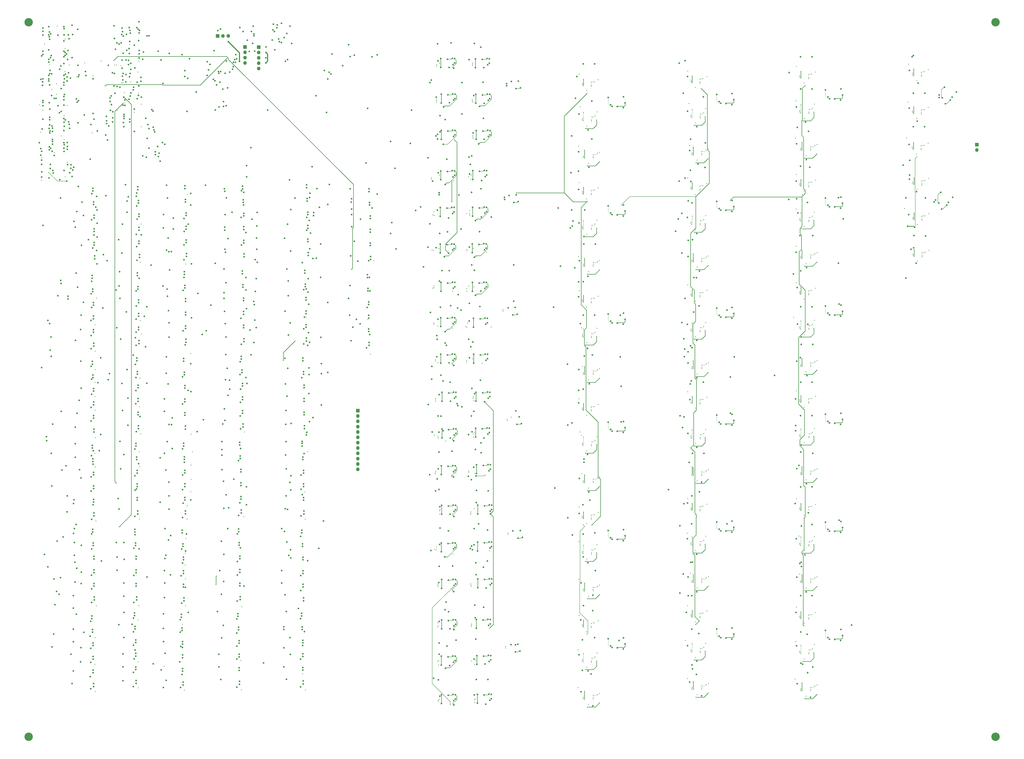
<source format=gbr>
%TF.GenerationSoftware,KiCad,Pcbnew,(6.99.0-3937-g3e53426b6c)*%
%TF.CreationDate,2025-03-11T03:35:31-04:00*%
%TF.ProjectId,AnalogFNN,416e616c-6f67-4464-9e4e-2e6b69636164,rev?*%
%TF.SameCoordinates,Original*%
%TF.FileFunction,Copper,L10,Bot*%
%TF.FilePolarity,Positive*%
%FSLAX46Y46*%
G04 Gerber Fmt 4.6, Leading zero omitted, Abs format (unit mm)*
G04 Created by KiCad (PCBNEW (6.99.0-3937-g3e53426b6c)) date 2025-03-11 03:35:31*
%MOMM*%
%LPD*%
G01*
G04 APERTURE LIST*
%TA.AperFunction,ComponentPad*%
%ADD10O,1.700000X1.700000*%
%TD*%
%TA.AperFunction,ComponentPad*%
%ADD11R,1.700000X1.700000*%
%TD*%
%TA.AperFunction,ViaPad*%
%ADD12C,4.000000*%
%TD*%
%TA.AperFunction,ViaPad*%
%ADD13C,0.800000*%
%TD*%
%TA.AperFunction,ViaPad*%
%ADD14C,0.400000*%
%TD*%
%TA.AperFunction,Conductor*%
%ADD15C,0.250000*%
%TD*%
%TA.AperFunction,Conductor*%
%ADD16C,0.500000*%
%TD*%
%TA.AperFunction,Conductor*%
%ADD17C,0.100000*%
%TD*%
%TA.AperFunction,Conductor*%
%ADD18C,0.200000*%
%TD*%
%TA.AperFunction,Conductor*%
%ADD19C,0.150000*%
%TD*%
%TA.AperFunction,Conductor*%
%ADD20C,0.350000*%
%TD*%
G04 APERTURE END LIST*
D10*
%TO.P,J2,5,Pin_5*%
%TO.N,+3V3*%
X125599999Y-36984999D03*
%TO.P,J2,4,Pin_4*%
%TO.N,GND*%
X125599999Y-34444999D03*
%TO.P,J2,3,Pin_3*%
%TO.N,+5V*%
X125599999Y-31904999D03*
%TO.P,J2,2,Pin_2*%
%TO.N,GND*%
X125599999Y-29364999D03*
D11*
%TO.P,J2,1,Pin_1*%
%TO.N,-5V*%
X125599999Y-26824999D03*
%TD*%
%TO.P,J1,1,Pin_1*%
%TO.N,GND*%
X119099999Y-26799999D03*
D10*
%TO.P,J1,2,Pin_2*%
%TO.N,/SWCLK*%
X119099999Y-29339999D03*
%TO.P,J1,3,Pin_3*%
%TO.N,/SWDIO*%
X119099999Y-31879999D03*
%TO.P,J1,4,Pin_4*%
%TO.N,+3V3*%
X119099999Y-34419999D03*
%TD*%
D11*
%TO.P,SW1,1,A*%
%TO.N,GND*%
X106074999Y-21499999D03*
D10*
%TO.P,SW1,2,B*%
%TO.N,Net-(SW1-B)*%
X108614999Y-21499999D03*
%TO.P,SW1,3,C*%
%TO.N,+3V3*%
X111154999Y-21499999D03*
%TD*%
D11*
%TO.P,J4,1,Pin_1*%
%TO.N,/L5_OUT1*%
X467306099Y-73225199D03*
D10*
%TO.P,J4,2,Pin_2*%
%TO.N,/L5_OUT2*%
X467306099Y-75765199D03*
%TD*%
%TO.P,J3,12,Pin_12*%
%TO.N,/L1_IN12*%
X172724999Y-227724999D03*
%TO.P,J3,11,Pin_11*%
%TO.N,/L1_IN11*%
X172724999Y-225184999D03*
%TO.P,J3,10,Pin_10*%
%TO.N,/L1_IN10*%
X172724999Y-222644999D03*
%TO.P,J3,9,Pin_9*%
%TO.N,/L1_IN9*%
X172724999Y-220104999D03*
%TO.P,J3,8,Pin_8*%
%TO.N,/L1_IN8*%
X172724999Y-217564999D03*
%TO.P,J3,7,Pin_7*%
%TO.N,/L1_IN7*%
X172724999Y-215024999D03*
%TO.P,J3,6,Pin_6*%
%TO.N,/L1_IN6*%
X172724999Y-212484999D03*
%TO.P,J3,5,Pin_5*%
%TO.N,/L1_IN5*%
X172724999Y-209944999D03*
%TO.P,J3,4,Pin_4*%
%TO.N,/L1_IN4*%
X172724999Y-207404999D03*
%TO.P,J3,3,Pin_3*%
%TO.N,/L1_IN3*%
X172724999Y-204864999D03*
%TO.P,J3,2,Pin_2*%
%TO.N,/L1_IN2*%
X172724999Y-202324999D03*
D11*
%TO.P,J3,1,Pin_1*%
%TO.N,/L1_IN1*%
X172724999Y-199784999D03*
%TD*%
D12*
%TO.N,GND*%
X476200000Y-15000000D03*
X476200000Y-355000000D03*
X16100000Y-355000000D03*
X16100000Y-15000000D03*
D13*
X116000000Y-304100000D03*
D14*
X388198000Y-127306000D03*
X211919276Y-246960041D03*
X58400000Y-56900000D03*
D13*
X177325000Y-136465000D03*
X46650000Y-143200000D03*
X249569000Y-202775000D03*
X178075000Y-95565000D03*
D14*
X387398000Y-315582000D03*
X284756000Y-182550000D03*
D13*
X219028000Y-68600000D03*
D14*
X383574000Y-126506000D03*
D13*
X68050000Y-94650000D03*
X402498000Y-51986700D03*
X46700000Y-224000000D03*
X299156000Y-153450000D03*
X68650000Y-107450000D03*
D14*
X283956000Y-62049700D03*
X226800000Y-302500000D03*
D13*
X350856000Y-150690000D03*
D14*
X210872400Y-159700000D03*
X209700000Y-230000000D03*
D13*
X218828000Y-157700000D03*
X146600000Y-316850000D03*
D14*
X380098700Y-155400000D03*
X279609000Y-147125000D03*
D13*
X68200000Y-195400000D03*
D14*
X279609000Y-250125000D03*
D13*
X219066000Y-318805000D03*
D14*
X434500000Y-53000000D03*
D13*
X68400000Y-208400000D03*
D14*
X210344800Y-35900000D03*
D13*
X68650000Y-167900000D03*
D14*
X210928700Y-283600000D03*
D13*
X90800000Y-154300000D03*
X236466000Y-246900000D03*
X89400000Y-323800000D03*
X89200000Y-258000000D03*
D14*
X225000000Y-158100000D03*
D13*
X146300000Y-216700000D03*
X118500000Y-120000000D03*
X90425000Y-94135000D03*
X68150000Y-142000000D03*
X147200000Y-188900000D03*
D14*
X329756000Y-89120200D03*
X284756000Y-337050000D03*
D13*
X46800000Y-318100000D03*
D14*
X335656000Y-60549700D03*
D13*
X91000000Y-167300000D03*
D14*
X228517572Y-336867939D03*
D13*
X116300000Y-323400000D03*
D14*
X383574000Y-280838000D03*
D13*
X248087000Y-97150000D03*
D14*
X329600000Y-327300000D03*
D13*
X47500000Y-127600000D03*
X402498000Y-309207000D03*
X146900000Y-182500000D03*
X116000000Y-257450000D03*
D14*
X283956000Y-268050000D03*
X383574000Y-75062200D03*
D13*
X89800000Y-277300000D03*
X117125000Y-241885000D03*
D14*
X69700000Y-64700000D03*
D13*
X90500000Y-229450000D03*
D14*
X381400000Y-121594400D03*
D13*
X250040000Y-256900000D03*
X129100000Y-29400000D03*
D14*
X279665000Y-163775000D03*
X387398000Y-161250000D03*
D13*
X219436000Y-193200000D03*
X326900000Y-157900000D03*
X350756000Y-206785000D03*
D14*
X331309000Y-144365000D03*
X284756000Y-131050000D03*
D13*
X178675000Y-121265000D03*
X299156000Y-50450200D03*
X233928000Y-140900000D03*
X218790000Y-87850000D03*
D14*
X211100000Y-338200000D03*
X381498000Y-36062200D03*
D13*
X47200000Y-210000000D03*
X234463000Y-175125000D03*
D14*
X383574000Y-229394000D03*
X383107000Y-108531000D03*
X436694000Y-39319900D03*
X225487127Y-228587127D03*
D13*
X236466000Y-282000000D03*
X147100000Y-249000000D03*
D14*
X209000000Y-140437100D03*
D13*
X148650000Y-100100000D03*
X68200000Y-188900000D03*
X118400000Y-160400000D03*
X46200000Y-298800000D03*
X243526000Y-44200000D03*
X350756000Y-308525000D03*
D14*
X208453116Y-141604858D03*
X278056000Y-194250000D03*
X211215277Y-318778704D03*
D13*
X89400000Y-317400000D03*
X299056000Y-313175000D03*
X219066000Y-228150000D03*
D14*
X383107000Y-211419000D03*
D13*
X67300000Y-276900000D03*
D14*
X440940000Y-58712200D03*
D13*
X234398000Y-157975000D03*
X235528000Y-51400000D03*
D14*
X278056000Y-91250200D03*
D13*
X402498000Y-154875000D03*
X67800000Y-242400000D03*
D14*
X329756000Y-241730000D03*
D13*
X114700000Y-30400000D03*
X117325000Y-248485000D03*
D14*
X335656000Y-314900000D03*
D13*
X116825000Y-222585000D03*
X47200000Y-249900000D03*
D14*
X207700000Y-89700000D03*
D13*
X116600000Y-270250000D03*
D14*
X228300000Y-320600000D03*
X383107000Y-159975000D03*
X277867500Y-126511700D03*
D13*
X47000000Y-203400000D03*
D14*
X280132000Y-233250000D03*
D13*
X68650000Y-113950000D03*
X147200000Y-201800000D03*
D14*
X227446800Y-69046800D03*
D13*
X90800000Y-147800000D03*
X146400000Y-264400000D03*
D14*
X210872400Y-177000000D03*
D13*
X101100000Y-33800000D03*
X402498000Y-206319000D03*
X178675000Y-114865000D03*
X447706000Y-99600200D03*
X299056000Y-261675000D03*
D14*
X210057000Y-266000000D03*
X279665000Y-112275000D03*
X33500000Y-23000000D03*
D13*
X118200000Y-100700000D03*
X350756000Y-155915000D03*
X46900000Y-264000000D03*
D14*
X329756000Y-139990000D03*
X228000000Y-195100000D03*
X335656000Y-213160000D03*
D13*
X68450000Y-154900000D03*
D14*
X387297000Y-299049000D03*
X387297000Y-196161000D03*
X226700000Y-283400000D03*
D13*
X147400000Y-208400000D03*
D14*
X227852500Y-140900500D03*
X331309000Y-246105000D03*
X336456000Y-281530000D03*
X210898424Y-282259796D03*
X224676500Y-123700000D03*
D13*
X46600000Y-257600000D03*
D14*
X383574000Y-332282000D03*
D13*
X233790000Y-122550000D03*
D14*
X208793934Y-158083426D03*
D13*
X117125000Y-228985000D03*
X89900000Y-176300000D03*
X46950000Y-162500000D03*
D14*
X22300000Y-79300000D03*
X329756000Y-190860000D03*
X278000000Y-262100000D03*
D13*
X219371000Y-210675000D03*
X177925000Y-149265000D03*
X219131000Y-337105000D03*
D14*
X21900000Y-67300000D03*
D13*
X67300000Y-270400000D03*
X177925000Y-155765000D03*
D14*
X277600000Y-331600000D03*
D13*
X148100000Y-147200000D03*
D14*
X279609000Y-44124900D03*
D13*
X435295400Y-87700000D03*
X66700000Y-257600000D03*
D14*
X31666900Y-69100000D03*
D13*
X146600000Y-176100000D03*
X178875000Y-127865000D03*
D14*
X331832000Y-331600000D03*
D13*
X328137248Y-174175044D03*
D14*
X388198000Y-230194000D03*
D13*
X177625000Y-142865000D03*
X226900548Y-264279565D03*
D14*
X331832000Y-280730000D03*
X380941078Y-70158922D03*
X68599678Y-33493545D03*
D13*
X249126000Y-43000000D03*
D14*
X383107000Y-57087000D03*
X26100000Y-35100000D03*
X279609000Y-301625000D03*
D13*
X235731000Y-301305000D03*
D14*
X436859000Y-91074900D03*
X381274500Y-103900000D03*
D13*
X227251500Y-266000000D03*
X67200000Y-216700000D03*
X47400000Y-289900000D03*
X47300000Y-108100000D03*
X47300000Y-121000000D03*
X90500000Y-202000000D03*
D14*
X27100000Y-47000000D03*
X227417572Y-34412636D03*
X227800000Y-212400000D03*
X226500000Y-89800000D03*
D13*
X116600000Y-283150000D03*
X67300000Y-283300000D03*
X210728000Y-70500000D03*
D14*
X336456000Y-128920000D03*
D13*
X67000000Y-264000000D03*
D14*
X441155000Y-109267000D03*
D13*
X47000000Y-243300000D03*
X218590000Y-122650000D03*
D14*
X209764477Y-228664477D03*
D13*
X116500000Y-330000000D03*
X402598000Y-201094000D03*
D14*
X284756000Y-285550000D03*
D13*
X116600000Y-276750000D03*
X46700000Y-95300000D03*
D14*
X61700000Y-48500000D03*
X434900000Y-35000000D03*
D13*
X117925000Y-194595000D03*
D14*
X335555000Y-196627000D03*
D13*
X146900000Y-236000000D03*
X47000000Y-101700000D03*
X90200000Y-223050000D03*
D14*
X330700000Y-73700000D03*
D13*
X218933000Y-140875000D03*
X146600000Y-323250000D03*
X299156000Y-204950000D03*
X47000000Y-190500000D03*
X148100000Y-160100000D03*
D14*
X210196900Y-264695500D03*
X278056000Y-142750000D03*
D13*
X68200000Y-201800000D03*
X146700000Y-270800000D03*
D14*
X211200000Y-320800000D03*
D13*
X437242074Y-122385286D03*
X116300000Y-263850000D03*
D14*
X387398000Y-264138000D03*
D13*
X90500000Y-242350000D03*
X247626000Y-150700000D03*
X118400000Y-147500000D03*
D14*
X228876500Y-318505800D03*
X210300000Y-53000000D03*
D13*
X218590000Y-105250000D03*
X350856000Y-201560000D03*
X218828000Y-34400000D03*
D14*
X336456000Y-78050200D03*
D13*
X46500000Y-305200000D03*
X67100000Y-310150000D03*
D14*
X227300000Y-35600000D03*
D13*
X350856000Y-48950200D03*
X67100000Y-323050000D03*
X46400000Y-217600000D03*
D14*
X209200000Y-211500000D03*
D13*
X457606000Y-48200200D03*
X402498000Y-103431000D03*
D14*
X280132000Y-78750200D03*
X436594000Y-74319900D03*
X279609000Y-95624900D03*
D13*
X299056000Y-210175000D03*
X47200000Y-270400000D03*
D14*
X432847840Y-103658746D03*
D13*
X116300000Y-317000000D03*
X299056000Y-107175000D03*
X248881000Y-311005000D03*
D14*
X383051000Y-40436900D03*
X335555000Y-298367000D03*
D13*
X90700000Y-248950000D03*
D14*
X283855000Y-148517000D03*
X211000000Y-212900000D03*
X436694000Y-57319900D03*
X387398000Y-212694000D03*
D13*
X235328000Y-34500000D03*
D14*
X331365000Y-110145000D03*
D13*
X91025000Y-119835000D03*
X68350000Y-101050000D03*
X147500000Y-134400000D03*
D14*
X331365000Y-161015000D03*
D13*
X148950000Y-106500000D03*
D14*
X280132000Y-284750000D03*
X436909000Y-107875000D03*
D13*
X177925000Y-162165000D03*
D14*
X279665000Y-266775000D03*
D13*
X47200000Y-276900000D03*
D14*
X383051000Y-143325000D03*
D13*
X235571000Y-193175000D03*
D14*
X383574000Y-177950000D03*
D13*
X90200000Y-182700000D03*
X149150000Y-126000000D03*
D14*
X383107000Y-314307000D03*
X227300000Y-175150500D03*
D13*
X299156000Y-256450000D03*
D14*
X211700000Y-249100000D03*
X35400000Y-35300000D03*
X279169100Y-160400000D03*
D13*
X235663000Y-68625000D03*
D14*
X226853500Y-301300000D03*
X226398897Y-282195671D03*
D13*
X146700000Y-277300000D03*
X46800000Y-324500000D03*
X219266000Y-247000000D03*
D14*
X278056000Y-297250000D03*
D13*
X46350000Y-136800000D03*
D14*
X387297000Y-41829200D03*
X380900000Y-327600000D03*
X331309000Y-42624900D03*
D13*
X68450000Y-161300000D03*
X146600000Y-310350000D03*
X118500000Y-107100000D03*
D14*
X335656000Y-111420000D03*
D13*
X118700000Y-126600000D03*
X109600000Y-39300000D03*
D14*
X283855000Y-251517000D03*
D13*
X117125000Y-235485000D03*
X146900000Y-242400000D03*
X148300000Y-166700000D03*
X350856000Y-303300000D03*
X236366000Y-264500000D03*
X47150000Y-169100000D03*
D14*
X279665000Y-60775000D03*
X228491330Y-229598032D03*
D13*
X146600000Y-223100000D03*
D14*
X226000000Y-106800000D03*
D13*
X68650000Y-120350000D03*
D14*
X284756000Y-79550200D03*
X29300000Y-44300000D03*
D13*
X66800000Y-303750000D03*
D14*
X331365000Y-59275000D03*
X226700000Y-87750500D03*
X244266000Y-258000000D03*
D13*
X402498000Y-257763000D03*
X116525000Y-216185000D03*
X235871000Y-227675000D03*
D14*
X330300000Y-53700000D03*
D13*
X67300000Y-329650000D03*
D14*
X437009000Y-125275000D03*
D13*
X350856000Y-252430000D03*
D14*
X227714500Y-122575500D03*
D13*
X146900000Y-229500000D03*
X178675000Y-108365000D03*
X178125000Y-168765000D03*
X148950000Y-113000000D03*
D14*
X209782422Y-195393922D03*
X209700000Y-175600000D03*
X280132000Y-181750000D03*
D13*
X402598000Y-149650000D03*
X118100000Y-141100000D03*
X148350000Y-93700000D03*
X67500000Y-289900000D03*
X47200000Y-283300000D03*
X147200000Y-195400000D03*
X146800000Y-329850000D03*
D14*
X22200000Y-90200000D03*
D13*
X90200000Y-135000000D03*
X89400000Y-310900000D03*
X117800000Y-134700000D03*
X68850000Y-126950000D03*
X90500000Y-195600000D03*
X67600000Y-176100000D03*
D14*
X46700000Y-40600000D03*
X69700000Y-54000000D03*
D13*
X67900000Y-182500000D03*
D14*
X335555000Y-44017200D03*
X383051000Y-246213000D03*
X328600000Y-309200000D03*
D13*
X66500000Y-297350000D03*
X402598000Y-46762200D03*
X106100000Y-19000000D03*
D14*
X382700000Y-259500000D03*
X387398000Y-58361700D03*
X210075066Y-51685574D03*
X329756000Y-292600000D03*
D13*
X116300000Y-310500000D03*
D14*
X243839000Y-203921000D03*
D13*
X218828000Y-175100000D03*
X146900000Y-290300000D03*
X219231000Y-301505000D03*
D14*
X283956000Y-165050000D03*
X277600000Y-313700000D03*
X34500000Y-54700000D03*
X211379500Y-122650500D03*
D13*
X47000000Y-197000000D03*
D14*
X381498000Y-293282000D03*
X280132000Y-130250000D03*
D13*
X117625000Y-181695000D03*
D14*
X331832000Y-128120000D03*
X335555000Y-247497000D03*
X227592400Y-70400000D03*
D13*
X146100000Y-258000000D03*
D14*
X209180803Y-106933075D03*
X336456000Y-332400000D03*
D13*
X146700000Y-283700000D03*
D14*
X211600000Y-337130800D03*
D13*
X90700000Y-208600000D03*
X90725000Y-100535000D03*
D14*
X57000000Y-35500000D03*
D13*
X327240400Y-207900000D03*
X350756000Y-257655000D03*
X118500000Y-113600000D03*
D14*
X278056000Y-245750000D03*
X381498000Y-87506200D03*
X283855000Y-97017200D03*
D13*
X89800000Y-270800000D03*
D14*
X224676500Y-142900000D03*
X331832000Y-178990000D03*
X383051000Y-297657000D03*
X224500000Y-176700000D03*
D13*
X67500000Y-223100000D03*
X235371000Y-210275000D03*
D14*
X211554600Y-87850500D03*
D13*
X146000000Y-297550000D03*
D14*
X329756000Y-38250200D03*
D13*
X46950000Y-149600000D03*
D14*
X241825000Y-151825000D03*
D13*
X67100000Y-316650000D03*
D14*
X284756000Y-234050000D03*
X227196800Y-51796800D03*
X335656000Y-264030000D03*
X331000000Y-277200000D03*
D13*
X402598000Y-252538000D03*
X90800000Y-160700000D03*
X382668500Y-225900000D03*
D14*
X335555000Y-94887200D03*
X331309000Y-93494900D03*
X383107000Y-262863000D03*
D13*
X178375000Y-101965000D03*
D14*
X331762178Y-226562178D03*
D13*
X455806000Y-98300200D03*
X47000000Y-331100000D03*
D14*
X336456000Y-230660000D03*
X387297000Y-93273200D03*
D13*
X350756000Y-54174700D03*
D14*
X383051000Y-91880900D03*
D13*
X89500000Y-264400000D03*
D14*
X228246500Y-210275500D03*
D13*
X118125000Y-207595000D03*
D14*
X228400000Y-338800000D03*
D13*
X68450000Y-148400000D03*
D14*
X388198000Y-281638000D03*
D13*
X148950000Y-119400000D03*
X129000000Y-34400000D03*
D14*
X433901300Y-70100000D03*
D13*
X91025000Y-106935000D03*
D14*
X208900000Y-105254900D03*
D13*
X402598000Y-98206200D03*
X236001000Y-318480000D03*
X68000000Y-249000000D03*
X117900000Y-94300000D03*
D14*
X210800000Y-302800000D03*
D13*
X46400000Y-177700000D03*
X117925000Y-200995000D03*
X383320800Y-174600000D03*
D14*
X383051000Y-194769000D03*
D13*
X90500000Y-189100000D03*
D14*
X388198000Y-333082000D03*
X388198000Y-75862200D03*
X387297000Y-144717000D03*
D13*
X326917692Y-105913388D03*
X47300000Y-114600000D03*
X117925000Y-188095000D03*
X89600000Y-330400000D03*
X146300000Y-303950000D03*
D14*
X46400000Y-67700000D03*
D13*
X90500000Y-141400000D03*
D14*
X227500000Y-53100000D03*
X209788500Y-194000000D03*
X278056000Y-39750200D03*
X331365000Y-262755000D03*
X381498000Y-241838000D03*
X331365000Y-211885000D03*
X279700000Y-178800000D03*
X283855000Y-45517200D03*
X331309000Y-296975000D03*
D13*
X147800000Y-140800000D03*
X219266000Y-282300000D03*
X275103010Y-109582555D03*
D14*
X335555000Y-145757000D03*
D13*
X381161100Y-206900000D03*
X47000000Y-230400000D03*
D14*
X336456000Y-179790000D03*
D13*
X47000000Y-236900000D03*
D14*
X329500000Y-258200000D03*
D13*
X67800000Y-229500000D03*
X210728000Y-68300000D03*
X91025000Y-113435000D03*
X326904592Y-124825820D03*
D14*
X280132000Y-336250000D03*
X381498000Y-138950000D03*
D13*
X350856000Y-99820200D03*
D14*
X381200000Y-52400000D03*
X210806444Y-300790794D03*
X441255000Y-126667000D03*
D13*
X299156000Y-307950000D03*
X89900000Y-216650000D03*
D14*
X440940000Y-40712200D03*
X279665000Y-215275000D03*
D13*
X116800000Y-289750000D03*
X90000000Y-290300000D03*
D14*
X283855000Y-303017000D03*
D13*
X236296000Y-336930000D03*
D14*
X283855000Y-200017000D03*
D13*
X219028000Y-51300000D03*
D14*
X283956000Y-319550000D03*
X22800000Y-56800000D03*
D13*
X91225000Y-126435000D03*
X118400000Y-154000000D03*
D14*
X283956000Y-216550000D03*
X278600000Y-55300000D03*
D13*
X115700000Y-297700000D03*
X46800000Y-311600000D03*
D14*
X388198000Y-178750000D03*
X224600000Y-106000000D03*
X278000000Y-280100000D03*
D13*
X46950000Y-156100000D03*
X299156000Y-101950000D03*
X88800000Y-298100000D03*
D14*
X331832000Y-77250200D03*
X226500000Y-249200000D03*
X227700000Y-193200000D03*
X243131000Y-312105000D03*
X211600000Y-34500000D03*
X331832000Y-229860000D03*
D13*
X233990000Y-105150000D03*
D14*
X441105000Y-92467200D03*
X279295200Y-229800000D03*
X23700000Y-25300000D03*
D13*
X219066000Y-264900000D03*
X89800000Y-283700000D03*
D14*
X383000000Y-277600000D03*
X279665000Y-318275000D03*
D13*
X148100000Y-153700000D03*
X67850000Y-135600000D03*
D14*
X440840000Y-75712200D03*
D13*
X90500000Y-235950000D03*
X299056000Y-55674700D03*
X118600000Y-167000000D03*
D14*
X331365000Y-313625000D03*
D13*
X117325000Y-175295000D03*
X299056000Y-158675000D03*
X449406000Y-49600200D03*
X46700000Y-184100000D03*
X402598000Y-303982000D03*
D14*
X381100000Y-309700000D03*
D13*
X350756000Y-105045000D03*
D14*
X208715000Y-123600000D03*
X224573700Y-160200000D03*
X335656000Y-162290000D03*
D13*
X59100000Y-25400000D03*
X89100000Y-304500000D03*
X453772000Y-100655000D03*
X455507000Y-50600200D03*
X234090000Y-87750000D03*
D14*
X38800000Y-41000000D03*
D13*
X242491000Y-98347500D03*
D14*
X277856000Y-74050200D03*
X283956000Y-113550000D03*
X279609000Y-198625000D03*
X381498000Y-190394000D03*
D13*
X67800000Y-236000000D03*
D14*
X226500000Y-247900000D03*
X387398000Y-109806000D03*
X279295200Y-211600000D03*
D13*
%TO.N,+3V3*%
X116500000Y-33600000D03*
X111100000Y-24200000D03*
%TO.N,Net-(U27B-+)*%
X291856000Y-50850200D03*
X293756000Y-55050200D03*
%TO.N,Net-(C20-Pad2)*%
X299956000Y-53350200D03*
X296245000Y-55150200D03*
%TO.N,Net-(U44B-+)*%
X291856000Y-256850000D03*
X293756000Y-261050000D03*
%TO.N,Net-(U31B-+)*%
X293756000Y-106550000D03*
X291856000Y-102350000D03*
%TO.N,Net-(C23-Pad2)*%
X296245000Y-106650000D03*
X299956000Y-104850000D03*
%TO.N,Net-(U36B-+)*%
X291856000Y-153850000D03*
X293756000Y-158050000D03*
%TO.N,Net-(C26-Pad2)*%
X299956000Y-156350000D03*
X296245000Y-158150000D03*
%TO.N,Net-(U63B-+)*%
X345456000Y-206160000D03*
X343556000Y-201960000D03*
%TO.N,Net-(U40B-+)*%
X293756000Y-209550000D03*
X291856000Y-205350000D03*
%TO.N,Net-(C29-Pad2)*%
X299956000Y-207850000D03*
X296245000Y-209650000D03*
%TO.N,Net-(C32-Pad2)*%
X296245000Y-261150000D03*
X299956000Y-259350000D03*
%TO.N,Net-(U48B-+)*%
X293756000Y-312550000D03*
X291856000Y-308350000D03*
%TO.N,Net-(C35-Pad2)*%
X296245000Y-312650000D03*
X299956000Y-310850000D03*
%TO.N,Net-(U51B-+)*%
X345456000Y-53550200D03*
X343556000Y-49350200D03*
%TO.N,Net-(C38-Pad2)*%
X347945000Y-53650200D03*
X351656000Y-51850200D03*
%TO.N,Net-(U55B-+)*%
X343556000Y-100220000D03*
X345456000Y-104420000D03*
%TO.N,Net-(C41-Pad2)*%
X347945000Y-104520000D03*
X351656000Y-102720000D03*
%TO.N,Net-(U59B-+)*%
X343556000Y-151090000D03*
X345456000Y-155290000D03*
%TO.N,Net-(C44-Pad2)*%
X351656000Y-153590000D03*
X347945000Y-155390000D03*
%TO.N,Net-(C47-Pad2)*%
X351656000Y-204460000D03*
X347945000Y-206260000D03*
%TO.N,Net-(U67B-+)*%
X343556000Y-252830000D03*
X345456000Y-257030000D03*
%TO.N,Net-(C50-Pad2)*%
X351656000Y-255330000D03*
X347945000Y-257130000D03*
%TO.N,Net-(U71B-+)*%
X343556000Y-303700000D03*
X345456000Y-307900000D03*
%TO.N,Net-(C53-Pad2)*%
X347945000Y-308000000D03*
X351656000Y-306200000D03*
%TO.N,Net-(U75B-+)*%
X395298000Y-47162200D03*
X397198000Y-51362200D03*
%TO.N,Net-(C56-Pad2)*%
X403398000Y-49662200D03*
X399687000Y-51462200D03*
%TO.N,Net-(U79B-+)*%
X395298000Y-98606200D03*
X397198000Y-102806000D03*
%TO.N,Net-(C59-Pad2)*%
X399687000Y-102906000D03*
X403398000Y-101106000D03*
%TO.N,Net-(U83B-+)*%
X395298000Y-150050000D03*
X397198000Y-154250000D03*
%TO.N,Net-(C62-Pad2)*%
X399687000Y-154350000D03*
X403398000Y-152550000D03*
%TO.N,Net-(U87B-+)*%
X397198000Y-205694000D03*
X395298000Y-201494000D03*
%TO.N,Net-(C65-Pad2)*%
X399687000Y-205794000D03*
X403398000Y-203994000D03*
%TO.N,Net-(U91B-+)*%
X397198000Y-257138000D03*
X395298000Y-252938000D03*
%TO.N,Net-(C68-Pad2)*%
X403398000Y-255438000D03*
X399687000Y-257238000D03*
%TO.N,Net-(U95B-+)*%
X395298000Y-304382000D03*
X397198000Y-308582000D03*
%TO.N,Net-(C71-Pad2)*%
X403398000Y-306882000D03*
X399687000Y-308682000D03*
%TO.N,Net-(C3002-Pad2)*%
X249087000Y-100350000D03*
X246987000Y-100750000D03*
%TO.N,Net-(U13001B-+)*%
X451906000Y-45900200D03*
X450906000Y-51000200D03*
%TO.N,Net-(U13001C--)*%
X452306000Y-53800200D03*
X454706000Y-52000200D03*
%TO.N,Net-(U17001B-+)*%
X449171000Y-101055000D03*
X450171000Y-95955200D03*
%TO.N,Net-(U17001C--)*%
X450571000Y-103855000D03*
X452971000Y-102055000D03*
%TO.N,Net-(C23002-Pad2)*%
X248026000Y-46600000D03*
X250126000Y-46200000D03*
%TO.N,Net-(C33002-Pad2)*%
X246526000Y-154300000D03*
X248626000Y-153900000D03*
%TO.N,Net-(C131002-Pad2)*%
X248469000Y-206375000D03*
X250569000Y-205975000D03*
%TO.N,Net-(C139002-Pad2)*%
X248940000Y-260500000D03*
X251040000Y-260100000D03*
%TO.N,Net-(C148002-Pad2)*%
X249881000Y-314205000D03*
X247781000Y-314605000D03*
%TO.N,Net-(Q2001A-S1)*%
X211990000Y-103150000D03*
X211990000Y-107350000D03*
D14*
%TO.N,/InNeuron_2/OUT*%
X248100000Y-96200000D03*
X284600000Y-202800000D03*
X281800000Y-306200000D03*
X280000000Y-254200000D03*
X281800000Y-48900000D03*
X281900000Y-100200000D03*
X284100000Y-254222300D03*
X281600000Y-152000000D03*
D13*
%TO.N,/InNeuron_1/OUT*%
X278103700Y-248747400D03*
X277792400Y-196203100D03*
X278832500Y-299409900D03*
X276983900Y-40798000D03*
X277835500Y-145602200D03*
X277835500Y-94580500D03*
%TO.N,/InNeuron_3/OUT*%
X278203300Y-232069900D03*
X279058500Y-281744100D03*
X278181200Y-128454700D03*
X246956900Y-130447300D03*
X246956900Y-147775000D03*
X278936100Y-333620000D03*
X277870600Y-76647100D03*
X277885500Y-180262300D03*
%TO.N,/Neuron6_1/OUT*%
X331279500Y-90789700D03*
X329641800Y-243737500D03*
X330768200Y-194608700D03*
X329026200Y-295833100D03*
X329608800Y-40780300D03*
D14*
%TO.N,/Neuron6_10/IN2*%
X333700000Y-250800000D03*
X333500000Y-301600000D03*
X333551072Y-97951072D03*
X336200000Y-46600000D03*
X298358240Y-102002762D03*
X333500000Y-199900000D03*
X333500000Y-149200000D03*
D13*
%TO.N,/Neuron6_10/IN3*%
X329900500Y-177100600D03*
X330636100Y-76064700D03*
X297635200Y-154478300D03*
X329888600Y-126462100D03*
X297635200Y-174284500D03*
X330405300Y-224457300D03*
X330636100Y-328986000D03*
X329898100Y-278988300D03*
%TO.N,/Neuron6_10/IN4*%
X336347500Y-233822500D03*
X334058300Y-184238700D03*
X298053400Y-188232700D03*
X336347500Y-335562500D03*
X334625600Y-82483600D03*
X298053400Y-205198400D03*
X335361500Y-133348200D03*
X334058300Y-285978700D03*
%TO.N,/Neuron6_10/IN5*%
X329825800Y-210622400D03*
X329673100Y-57288300D03*
X329591800Y-158772700D03*
X329558800Y-107907500D03*
X329558800Y-260765200D03*
X329689100Y-311643600D03*
%TO.N,/Neuron6_10/IN6*%
X334036100Y-217292600D03*
X334036100Y-319052000D03*
X334036100Y-166416000D03*
X297062800Y-309242400D03*
X334073000Y-64694600D03*
X334036100Y-268181400D03*
X334036100Y-115579200D03*
%TO.N,/Neuron6_13/IN1*%
X381805600Y-141241400D03*
X377993400Y-38962200D03*
X380843900Y-244025500D03*
X381061900Y-194210500D03*
X381403200Y-90595300D03*
X381281400Y-295833100D03*
D14*
%TO.N,/Neuron6_13/IN2*%
X350060914Y-99904126D03*
X385600000Y-148100000D03*
X385005200Y-302300000D03*
X385100000Y-250900000D03*
X385600000Y-45100000D03*
X385300000Y-199500000D03*
X385500000Y-96475500D03*
D13*
%TO.N,/Neuron6_13/IN3*%
X381621500Y-279042300D03*
X351894000Y-174284500D03*
X381627800Y-176277100D03*
X348448600Y-151955400D03*
X381314000Y-124469500D03*
X381550300Y-72806300D03*
X381811000Y-329814900D03*
X381663700Y-227416500D03*
%TO.N,/Neuron6_10/OUT*%
X350074000Y-201023400D03*
X386219500Y-234613900D03*
X386155600Y-286113100D03*
X386283400Y-131762700D03*
X386192700Y-80323200D03*
X350074000Y-183822400D03*
X388141900Y-336231700D03*
X386431200Y-183184900D03*
%TO.N,/Neuron6_11/OUT*%
X381403600Y-260819200D03*
X382178300Y-105763200D03*
X381987700Y-158656000D03*
X348448600Y-253712700D03*
X381572900Y-311773900D03*
X381425100Y-55312300D03*
X381061900Y-209399800D03*
D14*
%TO.N,/Neuron6_12/OUT*%
X383788000Y-113295800D03*
D13*
X383789100Y-216140900D03*
X383580200Y-319981400D03*
X383763500Y-164778400D03*
X385778300Y-62525100D03*
X385550100Y-268373000D03*
%TO.N,/Neuron6_13/OUT*%
X436022900Y-123031900D03*
X435186100Y-37962600D03*
%TO.N,/Neuron6_14/OUT*%
X439368400Y-43934600D03*
X401448700Y-98462800D03*
X438419800Y-129667900D03*
X401448700Y-129667900D03*
%TO.N,/Neuron6_15/OUT*%
X401816000Y-149119900D03*
X403740700Y-108528700D03*
X435094900Y-73170500D03*
X434850800Y-106536100D03*
%TO.N,/Neuron6_16/OUT*%
X437700700Y-112535000D03*
D14*
X438700000Y-79100000D03*
D13*
X434400000Y-112100000D03*
%TO.N,/Neuron6_17/OUT*%
X435144900Y-55910200D03*
X435227400Y-89635800D03*
X401816000Y-252018700D03*
%TO.N,/Neuron6_18/OUT*%
X438944400Y-62084000D03*
X407728900Y-301810900D03*
X438634100Y-95580100D03*
%TO.N,/InNeuron_4/OUT*%
X282250500Y-135939200D03*
X284574200Y-287595700D03*
X282656500Y-238475400D03*
X282733500Y-84018900D03*
X282889500Y-187003100D03*
X247943600Y-199889000D03*
X284574200Y-340247100D03*
%TO.N,/InNeuron_5/OUT*%
X277974600Y-58713700D03*
D14*
X278549500Y-209947500D03*
D13*
X277997800Y-110521300D03*
X278644600Y-158435100D03*
X274831300Y-259036200D03*
X278000400Y-315974000D03*
%TO.N,/InNeuron_6/OUT*%
X282336100Y-66193900D03*
X247817400Y-311266300D03*
X282053500Y-220667800D03*
X282249400Y-272177000D03*
X282100600Y-170176200D03*
X282336100Y-323679800D03*
X280352600Y-116971000D03*
D14*
%TO.N,-5V*%
X387306000Y-41229800D03*
X335564000Y-43417800D03*
X387306000Y-195562000D03*
D13*
X233353000Y-88475700D03*
D14*
X440949000Y-58112800D03*
D13*
X235134000Y-228401000D03*
D14*
X284762000Y-284905000D03*
X335564000Y-94287800D03*
X335564000Y-145158000D03*
X283864000Y-147918000D03*
X284762000Y-78904600D03*
D13*
X218091000Y-35125700D03*
X233253000Y-105876000D03*
X218329000Y-319531000D03*
D14*
X387398000Y-212094000D03*
D13*
X235559000Y-337656000D03*
X218634000Y-211401000D03*
X234591000Y-35225700D03*
X218494000Y-302231000D03*
D14*
X441114000Y-91867800D03*
X283956000Y-164450000D03*
D13*
X235729000Y-282726000D03*
D14*
X388204000Y-280993000D03*
X336462000Y-179145000D03*
X388204000Y-332437000D03*
X387306000Y-298450000D03*
X336462000Y-77404600D03*
X388204000Y-178105000D03*
X441264000Y-126068000D03*
D13*
X234834000Y-193901000D03*
X233726000Y-175851000D03*
D14*
X335656000Y-263430000D03*
X283956000Y-267450000D03*
D13*
X234994000Y-302031000D03*
D14*
X387398000Y-314982000D03*
X283956000Y-112950000D03*
D13*
X234791000Y-52125700D03*
D14*
X441164000Y-108668000D03*
X283864000Y-250918000D03*
X387306000Y-144118000D03*
X336462000Y-331755000D03*
D13*
X129100000Y-26800000D03*
X218394000Y-337831000D03*
D14*
X283956000Y-215950000D03*
X284762000Y-181905000D03*
D13*
X218091000Y-158426000D03*
X218053000Y-88575700D03*
D14*
X335656000Y-314300000D03*
X387398000Y-57762200D03*
X387398000Y-263538000D03*
D13*
X218699000Y-193926000D03*
D14*
X388204000Y-126661000D03*
D13*
X233191000Y-141626000D03*
D14*
X336462000Y-280885000D03*
D13*
X218291000Y-52025700D03*
X218329000Y-265626000D03*
D14*
X284762000Y-130405000D03*
X283864000Y-302418000D03*
X284762000Y-233405000D03*
X283956000Y-318950000D03*
D13*
X218291000Y-69325700D03*
X217853000Y-123376000D03*
X234926000Y-69350700D03*
X233661000Y-158701000D03*
D14*
X335656000Y-59950200D03*
X335656000Y-161690000D03*
D13*
X217853000Y-105976000D03*
D14*
X336462000Y-230015000D03*
D13*
X218529000Y-247726000D03*
D14*
X284762000Y-336405000D03*
X440849000Y-75112800D03*
X335564000Y-297768000D03*
X283864000Y-44917800D03*
X335564000Y-196028000D03*
X387398000Y-160650000D03*
X387306000Y-247006000D03*
X440949000Y-40112800D03*
X387398000Y-109206000D03*
D13*
X235264000Y-319206000D03*
X218196000Y-141601000D03*
X218091000Y-175826000D03*
D14*
X283864000Y-199418000D03*
D13*
X218329000Y-228876000D03*
X235629000Y-265226000D03*
X235729000Y-247626000D03*
D14*
X283864000Y-96417800D03*
X388204000Y-229549000D03*
X283956000Y-61450200D03*
X335656000Y-110820000D03*
X335656000Y-212560000D03*
X388204000Y-75216600D03*
X387306000Y-92673800D03*
D13*
X218529000Y-283026000D03*
D14*
X336462000Y-128275000D03*
D13*
X233053000Y-123276000D03*
X234634000Y-211001000D03*
D14*
X335564000Y-246898000D03*
D13*
%TO.N,+5V*%
X90700000Y-247550000D03*
X117900000Y-93000000D03*
D14*
X211000000Y-302100000D03*
X331296000Y-314221000D03*
D13*
X67300000Y-328250000D03*
X147100000Y-247600000D03*
X146600000Y-221900000D03*
X149100000Y-137000000D03*
X396490000Y-50553400D03*
X118125000Y-206195000D03*
X150000000Y-96400000D03*
X46950000Y-148400000D03*
D14*
X279596000Y-61370600D03*
X147800000Y-332756800D03*
X147700000Y-251500000D03*
D13*
X46500000Y-304000000D03*
D14*
X33100000Y-70806000D03*
X224100000Y-159800000D03*
X208500000Y-106656700D03*
X69221300Y-157016600D03*
D13*
X118200000Y-99500000D03*
D14*
X48000000Y-212668400D03*
D13*
X47300000Y-106900000D03*
X46350000Y-135500000D03*
D14*
X178882778Y-172882778D03*
D13*
X124800000Y-105500000D03*
X117325000Y-173995000D03*
X90500000Y-187900000D03*
D14*
X383039000Y-109127000D03*
D13*
X344747000Y-154481000D03*
X116300000Y-315700000D03*
X147500000Y-133100000D03*
X47000000Y-100500000D03*
X48500000Y-123600000D03*
D14*
X436708000Y-57931100D03*
D13*
X177625000Y-141665000D03*
X177925000Y-160965000D03*
D14*
X383039000Y-314903000D03*
D13*
X226300000Y-265400000D03*
X177925000Y-148065000D03*
X117125000Y-234185000D03*
D14*
X241827000Y-152495000D03*
D13*
X146300000Y-302750000D03*
X147800000Y-139600000D03*
X146900000Y-241200000D03*
X90800000Y-153000000D03*
D14*
X331703000Y-77879100D03*
D13*
X116300000Y-262650000D03*
D14*
X209788500Y-194700000D03*
X208100000Y-123300000D03*
D13*
X48600000Y-130000000D03*
X89400000Y-322600000D03*
D14*
X209000000Y-158646400D03*
D13*
X178125000Y-167365000D03*
D14*
X211658800Y-247500000D03*
X93316468Y-225744928D03*
D13*
X148100000Y-152400000D03*
X89600000Y-329000000D03*
D14*
X331296000Y-110741000D03*
D13*
X67200000Y-215400000D03*
D14*
X383445000Y-75691100D03*
X209700000Y-229400000D03*
D13*
X90500000Y-194300000D03*
D14*
X91600000Y-96923700D03*
D13*
X90500000Y-241150000D03*
D14*
X437023000Y-125886000D03*
D13*
X67850000Y-134300000D03*
X46650000Y-142000000D03*
D14*
X68500000Y-292722700D03*
D13*
X118700000Y-125200000D03*
D14*
X228400000Y-337500000D03*
X331296000Y-212481000D03*
D13*
X117325000Y-247085000D03*
D14*
X47800000Y-226700000D03*
D13*
X147400000Y-207000000D03*
X293047000Y-260241000D03*
X47300000Y-119800000D03*
X90500000Y-228250000D03*
D14*
X383065000Y-41048100D03*
D13*
X396490000Y-256329000D03*
D14*
X94047546Y-219417261D03*
D13*
X68600000Y-14743400D03*
X89800000Y-269600000D03*
X90200000Y-133700000D03*
X117800000Y-133400000D03*
X68450000Y-153600000D03*
X118500000Y-105900000D03*
X47000000Y-195700000D03*
D14*
X279623000Y-250736000D03*
X148100000Y-155510900D03*
D13*
X89500000Y-263200000D03*
X68000000Y-247600000D03*
D14*
X383065000Y-298268000D03*
D13*
X124400000Y-137000000D03*
X344747000Y-256221000D03*
D14*
X279596000Y-112871000D03*
D13*
X146400000Y-263200000D03*
X123700000Y-156700000D03*
X66800000Y-302550000D03*
D14*
X89300000Y-301539300D03*
D13*
X116800000Y-288350000D03*
X242600000Y-99341000D03*
D14*
X90900000Y-292700000D03*
D13*
X146900000Y-181300000D03*
X147200000Y-200600000D03*
D14*
X436873000Y-91686100D03*
X177462256Y-156456460D03*
X91531700Y-251352900D03*
X48508278Y-146208278D03*
D13*
X148950000Y-105300000D03*
X67600000Y-174800000D03*
D14*
X64200000Y-25600000D03*
X47800000Y-180300000D03*
D13*
X209928000Y-69100000D03*
D14*
X33500000Y-27400000D03*
X227300000Y-52400000D03*
D13*
X124700000Y-111900000D03*
D14*
X47800000Y-333500000D03*
D13*
X89900000Y-175000000D03*
D14*
X279623000Y-44736100D03*
D13*
X66700000Y-256300000D03*
D14*
X68300000Y-331707800D03*
X279623000Y-96236100D03*
X147641872Y-238641872D03*
D13*
X149800000Y-167300000D03*
D14*
X47800000Y-307900000D03*
X331703000Y-281359000D03*
X226500000Y-248600000D03*
D13*
X89100000Y-303300000D03*
X89400000Y-309700000D03*
X91025000Y-105735000D03*
D14*
X226800000Y-301900000D03*
X331296000Y-59870600D03*
X93433600Y-211000000D03*
D13*
X48700000Y-117200000D03*
D14*
X209374688Y-265839364D03*
D13*
X68650000Y-106250000D03*
X68150000Y-140800000D03*
D14*
X210865822Y-319265822D03*
D13*
X148650000Y-98900000D03*
X48500000Y-97900000D03*
X344747000Y-103611000D03*
D14*
X148857664Y-219377564D03*
D13*
X118400000Y-146300000D03*
X446976000Y-100510000D03*
D14*
X210246800Y-52346800D03*
D13*
X178875000Y-126465000D03*
X293047000Y-54241400D03*
X146300000Y-215400000D03*
X149600000Y-182606400D03*
D14*
X331703000Y-179619000D03*
D13*
X46400000Y-216300000D03*
X46800000Y-310400000D03*
X118400000Y-159200000D03*
D14*
X279596000Y-164371000D03*
D13*
X178675000Y-113565000D03*
X46900000Y-262800000D03*
X47150000Y-167700000D03*
X68200000Y-194100000D03*
X150200000Y-115300000D03*
X90425000Y-92835000D03*
D14*
X68100000Y-38700000D03*
X117300000Y-332756800D03*
X331323000Y-94106100D03*
D13*
X67800000Y-234700000D03*
D14*
X227624600Y-210900000D03*
X47700000Y-193100000D03*
D13*
X396490000Y-204885000D03*
D14*
X33000000Y-59500000D03*
X383065000Y-195380000D03*
D13*
X90500000Y-200800000D03*
X68650000Y-166500000D03*
D14*
X69612178Y-110992478D03*
D13*
X149400000Y-149200000D03*
X117125000Y-240685000D03*
X146600000Y-322050000D03*
X118600000Y-165600000D03*
X47200000Y-275600000D03*
X47000000Y-229200000D03*
X396490000Y-307773000D03*
D14*
X209021590Y-141237090D03*
X280003000Y-285379000D03*
D13*
X147200000Y-194100000D03*
X47000000Y-329700000D03*
X90000000Y-288900000D03*
D14*
X69221300Y-129200000D03*
X383039000Y-212015000D03*
D13*
X89400000Y-316100000D03*
X146600000Y-174800000D03*
D14*
X93248402Y-238435257D03*
D13*
X47000000Y-242100000D03*
D14*
X331323000Y-43236100D03*
D13*
X89900000Y-215350000D03*
X146700000Y-269600000D03*
D14*
X66400000Y-57800000D03*
X68800000Y-219359500D03*
X383065000Y-143936000D03*
X211000000Y-337600000D03*
D13*
X88800000Y-296800000D03*
X46950000Y-154800000D03*
X47200000Y-248500000D03*
X47200000Y-208600000D03*
D14*
X68200000Y-319300000D03*
D13*
X147200000Y-187700000D03*
X116000000Y-302900000D03*
X146900000Y-234700000D03*
D14*
X47649372Y-220149372D03*
X210900000Y-212000000D03*
D13*
X148950000Y-111700000D03*
D14*
X68900000Y-226600000D03*
D13*
X116600000Y-281950000D03*
X117925000Y-199795000D03*
X67800000Y-228300000D03*
X67100000Y-321850000D03*
X68850000Y-125550000D03*
X118500000Y-95900000D03*
X148200000Y-141900000D03*
X116500000Y-328600000D03*
X148100000Y-158900000D03*
D14*
X383065000Y-92492100D03*
D13*
X151700000Y-107000000D03*
X48700000Y-110700000D03*
X67100000Y-315350000D03*
D14*
X48100000Y-252300000D03*
D13*
X66500000Y-296050000D03*
X116300000Y-309300000D03*
D14*
X244243000Y-258647000D03*
D13*
X90500000Y-234650000D03*
D14*
X47600000Y-320600000D03*
X34570700Y-81700000D03*
X331296000Y-263351000D03*
X226853500Y-318964500D03*
D13*
X146900000Y-288900000D03*
D14*
X383039000Y-57682600D03*
D13*
X146700000Y-276000000D03*
D14*
X280003000Y-79379100D03*
D13*
X124000000Y-143100000D03*
X293047000Y-105741000D03*
X117925000Y-193295000D03*
X116600000Y-275450000D03*
D14*
X436608000Y-74931100D03*
D13*
X67800000Y-241200000D03*
D14*
X48400000Y-292722700D03*
D13*
X148950000Y-118200000D03*
X146800000Y-328450000D03*
X67500000Y-221900000D03*
X67100000Y-308950000D03*
X91000000Y-165900000D03*
D14*
X227500000Y-69700000D03*
D13*
X178075000Y-94265000D03*
D14*
X180382218Y-128532818D03*
X280003000Y-233879000D03*
X225545300Y-229200000D03*
D13*
X396490000Y-153441000D03*
X146000000Y-296250000D03*
X67500000Y-288500000D03*
X123500000Y-149400000D03*
X68650000Y-112650000D03*
X46800000Y-323300000D03*
D14*
X227300000Y-35000497D03*
D13*
X117925000Y-186895000D03*
X115700000Y-296400000D03*
X46400000Y-176400000D03*
X153000000Y-127300000D03*
D14*
X280003000Y-182379000D03*
X117100000Y-318700000D03*
D13*
X47300000Y-113300000D03*
D14*
X90700000Y-279900000D03*
D13*
X146100000Y-256700000D03*
X90700000Y-207200000D03*
D14*
X243862000Y-204557000D03*
D13*
X149300000Y-162700000D03*
D14*
X224600000Y-141759400D03*
D13*
X68050000Y-93350000D03*
X151800000Y-105600000D03*
X46700000Y-222800000D03*
X46950000Y-161300000D03*
D14*
X118801500Y-210000000D03*
X331703000Y-128749000D03*
X47800000Y-171563200D03*
D13*
X116825000Y-221385000D03*
D14*
X47800000Y-199600000D03*
X93447820Y-232493872D03*
D13*
X47000000Y-235600000D03*
D14*
X331323000Y-297586000D03*
D13*
X89200000Y-256700000D03*
D14*
X50700000Y-33356600D03*
X68200000Y-299510500D03*
D13*
X178675000Y-107165000D03*
D14*
X68900000Y-251400000D03*
X383065000Y-246824000D03*
X93286176Y-172527284D03*
D13*
X90200000Y-181500000D03*
D14*
X69100000Y-184321800D03*
X225404600Y-88600000D03*
X90900000Y-260700000D03*
D13*
X243526000Y-45199500D03*
D14*
X69800000Y-163372900D03*
X280003000Y-336879000D03*
D13*
X46700000Y-94000000D03*
X91025000Y-112135000D03*
X67300000Y-282100000D03*
X47200000Y-282100000D03*
D14*
X279623000Y-199236000D03*
X280003000Y-130879000D03*
D13*
X116525000Y-214885000D03*
D14*
X383039000Y-160571000D03*
D13*
X146900000Y-228300000D03*
X396490000Y-101997000D03*
D14*
X279596000Y-318871000D03*
D13*
X68450000Y-160100000D03*
X178375000Y-100765000D03*
X91225000Y-125035000D03*
D14*
X90653222Y-273353222D03*
D13*
X67000000Y-262800000D03*
X68200000Y-187700000D03*
X117625000Y-180495000D03*
D14*
X383445000Y-281467000D03*
D13*
X89800000Y-276000000D03*
X90800000Y-146600000D03*
D14*
X436923000Y-108486000D03*
X118600000Y-250303900D03*
D13*
X177925000Y-154465000D03*
D14*
X90700000Y-267600000D03*
X383445000Y-230023000D03*
D13*
X124600000Y-117700000D03*
X47400000Y-288500000D03*
D14*
X68900000Y-198000000D03*
D13*
X68650000Y-119150000D03*
X149150000Y-124600000D03*
D14*
X207700000Y-89000000D03*
D13*
X117125000Y-227785000D03*
X67900000Y-181300000D03*
X47000000Y-189300000D03*
D14*
X331323000Y-144976000D03*
X209737172Y-176237172D03*
D13*
X344747000Y-307091000D03*
D14*
X47700000Y-186400000D03*
D13*
X149900000Y-122800000D03*
X46200000Y-297500000D03*
D14*
X383445000Y-332911000D03*
X69500000Y-210800000D03*
D13*
X89800000Y-282500000D03*
X148100000Y-146000000D03*
D14*
X226546905Y-282776616D03*
D13*
X47200000Y-269200000D03*
X148350000Y-92400000D03*
X67300000Y-269200000D03*
X146600000Y-309150000D03*
X118400000Y-152700000D03*
D14*
X243093000Y-312776000D03*
X29800000Y-16800000D03*
X224676500Y-123100000D03*
X224464477Y-176064477D03*
X29301700Y-49400000D03*
D13*
X46800000Y-316800000D03*
X68200000Y-200600000D03*
X91025000Y-118635000D03*
D14*
X383039000Y-263459000D03*
D13*
X148300000Y-211300000D03*
X90800000Y-159500000D03*
D14*
X33400000Y-38500000D03*
D13*
X149700000Y-205100000D03*
D14*
X227624600Y-193900000D03*
D13*
X47000000Y-202200000D03*
X177325000Y-135165000D03*
X118100000Y-139900000D03*
D14*
X279596000Y-267371000D03*
D13*
X293047000Y-311741000D03*
D14*
X90900000Y-130082200D03*
X91531700Y-245100000D03*
D13*
X46700000Y-182900000D03*
D14*
X383445000Y-178579000D03*
X436708000Y-39931100D03*
D13*
X116600000Y-269050000D03*
X90500000Y-140200000D03*
X47500000Y-126200000D03*
X124433549Y-160266451D03*
D14*
X331296000Y-161611000D03*
X331703000Y-230489000D03*
X225900000Y-106100000D03*
X117600000Y-293121400D03*
D13*
X118500000Y-118800000D03*
X178675000Y-120065000D03*
X68400000Y-207000000D03*
D14*
X90200000Y-332800000D03*
D13*
X67300000Y-275600000D03*
D14*
X68400000Y-48800000D03*
D13*
X124700000Y-123000000D03*
X344747000Y-205351000D03*
D14*
X210300000Y-35200000D03*
D13*
X118500000Y-112300000D03*
X449406000Y-50800200D03*
X148300000Y-165300000D03*
X116300000Y-322200000D03*
X123300000Y-167400000D03*
D14*
X331323000Y-195846000D03*
X331703000Y-332229000D03*
X210835375Y-282924128D03*
D13*
X68450000Y-147200000D03*
X293047000Y-157241000D03*
X46600000Y-256300000D03*
X149500000Y-179500000D03*
X90200000Y-221850000D03*
X293047000Y-208741000D03*
X116000000Y-256150000D03*
X344747000Y-52741400D03*
D14*
X383445000Y-127135000D03*
X279596000Y-215871000D03*
D13*
X146600000Y-315550000D03*
X146700000Y-282500000D03*
X90725000Y-99335000D03*
D14*
X279623000Y-147736000D03*
X331323000Y-246716000D03*
X47700000Y-158955100D03*
D13*
X48600000Y-104300000D03*
D14*
X279623000Y-302236000D03*
D13*
X124900000Y-129200000D03*
X68350000Y-99850000D03*
X129000000Y-31900000D03*
X149500000Y-191700000D03*
%TO.N,/L1_IN1*%
X211453200Y-300180700D03*
X211626400Y-138168400D03*
X211763000Y-245564500D03*
X210869300Y-33366200D03*
X211030100Y-86610100D03*
X211458400Y-192217900D03*
%TO.N,/L1_IN2*%
X216662300Y-249115000D03*
D14*
X217900000Y-143000000D03*
D13*
X216602600Y-303613800D03*
D14*
X218300000Y-90400000D03*
D13*
X216832300Y-195315000D03*
X216215400Y-36513700D03*
%TO.N,/L1_IN3*%
X210855000Y-156262900D03*
X211390000Y-210089900D03*
X211734100Y-263491700D03*
X210103500Y-50600000D03*
X211453200Y-315759100D03*
X210642300Y-104373500D03*
%TO.N,/L1_IN4*%
X215901000Y-108117200D03*
D14*
X218000000Y-268000000D03*
D13*
X216433600Y-321134700D03*
X216764500Y-212903900D03*
D14*
X217717200Y-160517200D03*
D13*
X216337800Y-53281100D03*
%TO.N,/L1_IN5*%
X210313000Y-174169000D03*
X208113300Y-209945000D03*
X211841000Y-67184800D03*
X211307900Y-281569200D03*
X210020000Y-122240200D03*
X211020400Y-227479100D03*
X211771500Y-335698400D03*
D14*
%TO.N,/L1_IN6*%
X216700000Y-339700000D03*
X218700000Y-71000000D03*
D13*
X213379300Y-209374400D03*
D14*
X214600000Y-214300000D03*
X217974800Y-283874800D03*
D13*
X215965000Y-124864700D03*
D14*
X219378400Y-229548400D03*
D13*
X216171500Y-177054900D03*
D14*
%TO.N,/L1_IN7*%
X228102600Y-246459500D03*
D13*
X228657400Y-298338700D03*
X225391000Y-211269900D03*
X228294500Y-191769700D03*
D14*
X225516900Y-140581200D03*
D13*
X225929100Y-87180500D03*
X225679700Y-32809900D03*
D14*
%TO.N,/L1_IN8*%
X235500000Y-303300000D03*
D13*
X231290600Y-142914600D03*
X233003000Y-195622000D03*
X232703300Y-36563500D03*
X231665800Y-90358500D03*
X235842800Y-248900000D03*
%TO.N,/L1_IN9*%
X228048600Y-317977500D03*
X227100100Y-209889900D03*
X228064200Y-263702500D03*
X228000700Y-49904700D03*
D14*
X225879100Y-104627200D03*
D13*
X225800600Y-157186100D03*
%TO.N,/L1_IN10*%
X231505300Y-107698400D03*
D14*
X235520000Y-266500000D03*
D13*
X236236300Y-107698400D03*
D14*
X236300000Y-160000000D03*
D13*
X231342800Y-215158700D03*
X232891400Y-53619700D03*
X233337600Y-320414500D03*
X232758400Y-212855000D03*
%TO.N,/L1_IN11*%
X225832800Y-122027200D03*
X227624000Y-67659000D03*
X227849700Y-226757500D03*
X228254400Y-335140500D03*
X229078300Y-277899700D03*
X225840800Y-174709200D03*
%TO.N,/L1_IN12*%
X228959300Y-230923300D03*
D14*
X231900000Y-177332300D03*
X233300000Y-230500000D03*
D13*
X232839100Y-70664800D03*
X233841100Y-284267100D03*
D14*
X234000000Y-124483100D03*
D13*
X233605100Y-339536700D03*
%TO.N,Net-(Q4001A-S1)*%
X211990000Y-124750000D03*
X211990000Y-120550000D03*
%TO.N,/W124*%
X207343000Y-153050000D03*
X45765400Y-156898100D03*
X211462100Y-97077900D03*
%TO.N,/W123*%
X52906400Y-97521600D03*
X46094400Y-150709800D03*
X211480300Y-96075000D03*
%TO.N,Net-(Q5001A-S1)*%
X212190000Y-89950000D03*
X212190000Y-85750000D03*
%TO.N,/W126*%
X45839300Y-170399800D03*
X215460000Y-114754600D03*
X214937700Y-168784200D03*
%TO.N,/W125*%
X45825800Y-164087300D03*
X211676000Y-115523400D03*
X210313000Y-164087300D03*
%TO.N,Net-(Q6001A-S1)*%
X227190000Y-124650000D03*
X227190000Y-120450000D03*
%TO.N,/W1212*%
X230660000Y-114637700D03*
X69745800Y-116148800D03*
X67292800Y-168734300D03*
%TO.N,/W121*%
X206103000Y-79502000D03*
X46099600Y-138275600D03*
X204020100Y-131383300D03*
D14*
%TO.N,Net-(Q14001A-S1)*%
X437141000Y-72245200D03*
X437041000Y-75445200D03*
D13*
%TO.N,/W122*%
X45448400Y-80161100D03*
X215054200Y-80161100D03*
X45843200Y-144175600D03*
%TO.N,/W1211*%
X221847400Y-113375000D03*
X67292800Y-162520400D03*
X221847300Y-151966000D03*
D14*
%TO.N,Net-(Q14001B-G2)*%
X444141000Y-72545200D03*
X438641000Y-77745200D03*
%TO.N,Net-(Q15001A-S1)*%
X437141000Y-58445200D03*
X437241000Y-55245200D03*
D13*
%TO.N,/W114*%
X207053300Y-43733100D03*
X207053300Y-110955100D03*
X47200100Y-116226100D03*
%TO.N,/W513*%
X437064400Y-64691500D03*
X188964000Y-110329800D03*
X197718000Y-72669700D03*
D14*
%TO.N,Net-(Q15001B-G2)*%
X438741000Y-60745200D03*
X444241000Y-55545200D03*
%TO.N,Net-(Q16001A-S1)*%
X437141000Y-40445200D03*
X437241000Y-37245200D03*
D13*
%TO.N,/W514*%
X442455400Y-64691500D03*
X188338700Y-71736800D03*
X188377900Y-115523400D03*
%TO.N,/W515*%
X437114400Y-48750700D03*
X190995400Y-122843200D03*
X198362300Y-56807400D03*
D14*
%TO.N,Net-(Q16001B-G2)*%
X444241000Y-37545200D03*
X438741000Y-42745200D03*
%TO.N,Net-(Q18001A-S1)*%
X437356000Y-109000000D03*
X437456000Y-105800000D03*
D13*
%TO.N,/W516*%
X442595100Y-48750700D03*
X177917600Y-128486500D03*
X177399300Y-56006800D03*
%TO.N,/W113*%
X46098500Y-108995000D03*
X207732800Y-42549600D03*
X200303200Y-104585800D03*
D14*
%TO.N,Net-(Q18001B-G2)*%
X444456000Y-106100000D03*
X438956000Y-111300000D03*
%TO.N,Net-(Q19001A-S1)*%
X437406000Y-89000200D03*
X437306000Y-92200200D03*
D13*
%TO.N,/W512*%
X436463500Y-31442700D03*
X179540200Y-31403000D03*
X179540200Y-103401100D03*
%TO.N,/W511*%
X182020500Y-96800000D03*
X182020500Y-30467000D03*
X437114400Y-30817300D03*
D14*
%TO.N,Net-(Q19001B-G2)*%
X438906000Y-94500200D03*
X444406000Y-89300200D03*
%TO.N,Net-(Q20001A-S1)*%
X437456000Y-126400000D03*
X437556000Y-123200000D03*
D13*
%TO.N,/W524*%
X442812200Y-98565700D03*
X174047500Y-108706100D03*
X173848200Y-158518100D03*
%TO.N,/W523*%
X177139600Y-150692100D03*
X433552800Y-136740800D03*
X433552800Y-98525200D03*
D14*
%TO.N,Net-(Q20001B-G2)*%
X444556000Y-123500000D03*
X439056000Y-128700000D03*
D13*
%TO.N,Net-(Q22001A-S1)*%
X212428000Y-49200000D03*
X212428000Y-53400000D03*
%TO.N,/W526*%
X176868000Y-169912100D03*
X432268600Y-82962600D03*
X176693800Y-81953000D03*
%TO.N,/W525*%
X435397200Y-80732600D03*
X190446600Y-84495200D03*
X178407400Y-163618700D03*
%TO.N,Net-(Q24001A-S1)*%
X212428000Y-70700000D03*
X212428000Y-66500000D03*
%TO.N,/W522*%
X442923200Y-116718700D03*
X178551800Y-142833700D03*
%TO.N,/W521*%
X437428700Y-116518400D03*
X178238000Y-136443500D03*
%TO.N,Net-(Q25001A-S1)*%
X212228000Y-32300000D03*
X212228000Y-36500000D03*
%TO.N,/W1112*%
X67674700Y-128297800D03*
X71800000Y-60737600D03*
X232533000Y-60737600D03*
%TO.N,/W115*%
X52779100Y-68676700D03*
X46572200Y-122415000D03*
X211887300Y-59425000D03*
%TO.N,Net-(Q26001A-S1)*%
X229063000Y-70725000D03*
X229063000Y-66525000D03*
%TO.N,/W116*%
X53612200Y-71065200D03*
X214301200Y-61307600D03*
X53428800Y-128454700D03*
%TO.N,/W111*%
X210698500Y-25225000D03*
X208318900Y-90595300D03*
X46151000Y-96597000D03*
%TO.N,Net-(Q27001A-S1)*%
X228928000Y-53500000D03*
X228928000Y-49300000D03*
%TO.N,/W112*%
X202629000Y-102842900D03*
X217160300Y-24839500D03*
X48074500Y-102985000D03*
%TO.N,/W1111*%
X222277600Y-58713700D03*
X206110700Y-122038200D03*
X67537900Y-121763100D03*
%TO.N,Net-(Q28001A-S1)*%
X228728000Y-36600000D03*
X228728000Y-32400000D03*
%TO.N,/W128*%
X67275300Y-142882400D03*
X72075000Y-79220200D03*
X225679700Y-79193000D03*
%TO.N,/W119*%
X222277600Y-43721000D03*
X67736900Y-108712500D03*
X80015000Y-44135000D03*
%TO.N,Net-(Q29001A-S1)*%
X227390000Y-103050000D03*
X227390000Y-107250000D03*
%TO.N,/W1110*%
X232398000Y-43497800D03*
X67345300Y-115883000D03*
X67794400Y-43497800D03*
%TO.N,/W117*%
X228210400Y-25082200D03*
X67514300Y-96278300D03*
X226265800Y-82624900D03*
%TO.N,Net-(Q30001A-S1)*%
X227490000Y-89850000D03*
X227490000Y-85650000D03*
%TO.N,/W118*%
X67526900Y-102478400D03*
X231231700Y-26863000D03*
X231355000Y-94266700D03*
%TO.N,/W133*%
X212047400Y-150641900D03*
X51422600Y-151011000D03*
X46123600Y-192035500D03*
%TO.N,Net-(Q32001A-S1)*%
X212228000Y-159800000D03*
X212228000Y-155600000D03*
%TO.N,/W1210*%
X220891000Y-97180600D03*
X67292800Y-156302100D03*
X220234000Y-150959000D03*
%TO.N,/W129*%
X226863900Y-95975000D03*
X220516900Y-144662300D03*
X67334800Y-150063200D03*
D14*
%TO.N,Net-(Q19A-S1)*%
X280556000Y-79650200D03*
X280656000Y-75850200D03*
%TO.N,Net-(Q19B-G2)*%
X287856000Y-76850200D03*
X282556000Y-82150200D03*
D13*
%TO.N,/W134*%
X45855500Y-198321000D03*
X216696300Y-186240100D03*
X216943900Y-149830400D03*
%TO.N,/W127*%
X70410200Y-78575000D03*
X68717600Y-136835000D03*
X226966800Y-78575000D03*
D14*
%TO.N,Net-(Q20A-S1)*%
X279956000Y-61850200D03*
X280156000Y-57950200D03*
%TO.N,Net-(Q20B-G2)*%
X286556000Y-57650200D03*
X281756000Y-64450200D03*
D13*
%TO.N,/W136*%
X50411800Y-211185000D03*
X214322200Y-167615500D03*
X50411900Y-174654500D03*
%TO.N,/W135*%
X45880600Y-204735000D03*
X206324800Y-196928500D03*
X210503900Y-165894000D03*
D14*
%TO.N,Net-(Q21A-S1)*%
X280156000Y-42050200D03*
X280056000Y-45250200D03*
%TO.N,Net-(Q21B-G2)*%
X281656000Y-47550200D03*
X287156000Y-42350200D03*
D13*
%TO.N,/W1312*%
X71746700Y-169424500D03*
X67347600Y-209852200D03*
X227454300Y-167151200D03*
%TO.N,/W131*%
X45854400Y-178708000D03*
X212803400Y-133189400D03*
X208008100Y-178708000D03*
D14*
%TO.N,Net-(Q22A-S1)*%
X280656000Y-127350000D03*
X280556000Y-131150000D03*
%TO.N,Net-(Q22B-G2)*%
X282556000Y-133650000D03*
X287856000Y-128350000D03*
D13*
%TO.N,/W132*%
X216295300Y-133176800D03*
X207862700Y-184846300D03*
X46139800Y-184846300D03*
%TO.N,/W1311*%
X69133600Y-202581900D03*
X225499500Y-165891800D03*
X222277600Y-197971500D03*
D14*
%TO.N,Net-(Q23A-S1)*%
X279956000Y-113350000D03*
X280156000Y-109450000D03*
%TO.N,Net-(Q23B-G2)*%
X286556000Y-109150000D03*
X281756000Y-115950000D03*
D13*
%TO.N,/W1310*%
X220011600Y-196482500D03*
X67080900Y-196482500D03*
X230808400Y-150314500D03*
%TO.N,/W139*%
X72372000Y-150352300D03*
X67167800Y-190268600D03*
X225842000Y-148800000D03*
D14*
%TO.N,Net-(Q24A-S1)*%
X280056000Y-96750200D03*
X280156000Y-93550200D03*
%TO.N,Net-(Q24B-G2)*%
X287156000Y-93850200D03*
X281656000Y-99050200D03*
D13*
%TO.N,/W138*%
X67167800Y-184050300D03*
X74382900Y-130606700D03*
X226983700Y-130447300D03*
%TO.N,/W137*%
X228259900Y-132995100D03*
X66966000Y-177851600D03*
X226507600Y-169424500D03*
D14*
%TO.N,Net-(Q25A-S1)*%
X280556000Y-182650000D03*
X280656000Y-178850000D03*
%TO.N,Net-(Q25B-G2)*%
X287856000Y-179850000D03*
X282556000Y-185150000D03*
D13*
%TO.N,/W214*%
X284094700Y-70576000D03*
X90101700Y-114541400D03*
X274797800Y-112037500D03*
%TO.N,/W213*%
X274522600Y-104352400D03*
X90068300Y-108408400D03*
X274522700Y-69075200D03*
D14*
%TO.N,Net-(Q26A-S1)*%
X280156000Y-160950000D03*
X279956000Y-164850000D03*
%TO.N,Net-(Q26B-G2)*%
X281756000Y-167450000D03*
X286556000Y-160650000D03*
D13*
%TO.N,/W216*%
X90023700Y-128021400D03*
X91507200Y-57372800D03*
X284094700Y-52535800D03*
%TO.N,/W215*%
X273836300Y-112900000D03*
X90065700Y-120882800D03*
X276342900Y-51121200D03*
D14*
%TO.N,Net-(Q27A-S1)*%
X280156000Y-145050000D03*
X280056000Y-148250000D03*
%TO.N,Net-(Q27B-G2)*%
X287156000Y-145350000D03*
X281656000Y-150550000D03*
D13*
%TO.N,/W212*%
X285476100Y-34802500D03*
X93247200Y-101928900D03*
X101076800Y-40341000D03*
%TO.N,/W211*%
X280047600Y-34802500D03*
X93247200Y-96424900D03*
X101699300Y-37725900D03*
D14*
%TO.N,Net-(Q28A-S1)*%
X280556000Y-234150000D03*
X280656000Y-230350000D03*
%TO.N,Net-(Q28B-G2)*%
X282556000Y-236650000D03*
X287856000Y-231350000D03*
D13*
%TO.N,/W224*%
X93578000Y-129975000D03*
X93577900Y-155632900D03*
X285789700Y-120567900D03*
%TO.N,/W223*%
X102795900Y-149588300D03*
X104972300Y-129681200D03*
X280311500Y-120484300D03*
D14*
%TO.N,Net-(Q29A-S1)*%
X279956000Y-216350000D03*
X280156000Y-212450000D03*
%TO.N,Net-(Q29B-G2)*%
X286556000Y-212150000D03*
X281756000Y-218950000D03*
D13*
%TO.N,/W226*%
X92056200Y-111107000D03*
X280752000Y-104299000D03*
X90652300Y-168485000D03*
%TO.N,/W225*%
X89639500Y-161838900D03*
X268097400Y-103390400D03*
X265912700Y-150557000D03*
D14*
%TO.N,Net-(Q30A-S1)*%
X280056000Y-199750000D03*
X280156000Y-196550000D03*
%TO.N,Net-(Q30B-G2)*%
X287156000Y-196850000D03*
X281656000Y-202050000D03*
D13*
%TO.N,/W222*%
X89639500Y-142557100D03*
X277740800Y-85856900D03*
X275969400Y-131819100D03*
%TO.N,/W221*%
X269225000Y-131080700D03*
X90082800Y-136390000D03*
X274179500Y-86610100D03*
D14*
%TO.N,Net-(Q31A-S1)*%
X280556000Y-285650000D03*
X280656000Y-281850000D03*
%TO.N,Net-(Q31B-G2)*%
X287856000Y-282850000D03*
X282556000Y-288150000D03*
D13*
%TO.N,/W234*%
X284326100Y-173353200D03*
X89403000Y-196705500D03*
%TO.N,/W233*%
X280534800Y-173805200D03*
X93312100Y-190794600D03*
D14*
%TO.N,Net-(Q32A-S1)*%
X280156000Y-263950000D03*
X279956000Y-267850000D03*
%TO.N,Net-(Q32B-G2)*%
X286556000Y-263650000D03*
X281756000Y-270450000D03*
D13*
%TO.N,/W236*%
X96282900Y-209785000D03*
X98643400Y-163618700D03*
X285475300Y-154328600D03*
%TO.N,/W235*%
X99229500Y-204173500D03*
X100637500Y-161838900D03*
X280020600Y-154358500D03*
D14*
%TO.N,Net-(Q33A-S1)*%
X280056000Y-251250000D03*
X280156000Y-248050000D03*
%TO.N,Net-(Q33B-G2)*%
X287156000Y-248350000D03*
X281656000Y-253550000D03*
D13*
%TO.N,/W232*%
X272507100Y-177741100D03*
X89403000Y-183709700D03*
X277874400Y-138544200D03*
%TO.N,/W231*%
X280006800Y-138417700D03*
X93254100Y-177474900D03*
X96649300Y-144040000D03*
D14*
%TO.N,Net-(Q34A-S1)*%
X280556000Y-337150000D03*
X280656000Y-333350000D03*
%TO.N,Net-(Q34B-G2)*%
X282556000Y-339650000D03*
X287856000Y-334350000D03*
D13*
%TO.N,/W244*%
X280341200Y-222875900D03*
X89403000Y-237387000D03*
%TO.N,/W243*%
X89403000Y-230444300D03*
X280347500Y-224378800D03*
D14*
%TO.N,Net-(Q35A-S1)*%
X279956000Y-319350000D03*
X280156000Y-315450000D03*
%TO.N,Net-(Q35B-G2)*%
X286556000Y-315150000D03*
X281756000Y-321950000D03*
D13*
%TO.N,/W246*%
X272670100Y-250828400D03*
X272670100Y-206706100D03*
X89403000Y-250679800D03*
%TO.N,/W245*%
X266488300Y-236625400D03*
X274615100Y-205675200D03*
X89609000Y-243864300D03*
D14*
%TO.N,Net-(Q36A-S1)*%
X280056000Y-302750000D03*
X280156000Y-299550000D03*
%TO.N,Net-(Q36B-G2)*%
X287156000Y-299850000D03*
X281656000Y-305050000D03*
D13*
%TO.N,/W242*%
X90191500Y-224335000D03*
X91970400Y-190161700D03*
X277817700Y-190161700D03*
%TO.N,/W241*%
X280031900Y-189570800D03*
X89403000Y-218052600D03*
D14*
%TO.N,Net-(Q37A-S1)*%
X332256000Y-78150200D03*
X332356000Y-74350200D03*
%TO.N,Net-(Q37B-G2)*%
X334256000Y-80650200D03*
X339556000Y-75350200D03*
D13*
%TO.N,/W254*%
X88651700Y-278379100D03*
X285793000Y-275907100D03*
%TO.N,/W253*%
X89390200Y-272296400D03*
X280019600Y-269379400D03*
D14*
%TO.N,Net-(Q38A-S1)*%
X331856000Y-56450200D03*
X331656000Y-60350200D03*
%TO.N,Net-(Q38B-G2)*%
X338256000Y-56150200D03*
X333456000Y-62950200D03*
D13*
%TO.N,/W256*%
X88935300Y-265728100D03*
X88935300Y-291404300D03*
X285498900Y-257973700D03*
%TO.N,/W255*%
X90704600Y-283923000D03*
X280009600Y-258607900D03*
D14*
%TO.N,Net-(Q39A-S1)*%
X331756000Y-43750200D03*
X331856000Y-40550200D03*
%TO.N,Net-(Q39B-G2)*%
X338856000Y-40850200D03*
X333356000Y-46050200D03*
D13*
%TO.N,/W252*%
X90832300Y-266596900D03*
X93241600Y-242335700D03*
X283176100Y-242415000D03*
%TO.N,/W251*%
X279867000Y-244635800D03*
X91208100Y-258514100D03*
D14*
%TO.N,Net-(Q40A-S1)*%
X332356000Y-125220000D03*
X332256000Y-129020000D03*
%TO.N,Net-(Q40B-G2)*%
X339556000Y-126220000D03*
X334256000Y-131520000D03*
D13*
%TO.N,/W264*%
X88017000Y-319364100D03*
X283765700Y-325137600D03*
%TO.N,/W263*%
X89308300Y-312486800D03*
X279575900Y-323432100D03*
D14*
%TO.N,Net-(Q41A-S1)*%
X331656000Y-111220000D03*
X331856000Y-107320000D03*
%TO.N,Net-(Q41B-G2)*%
X338256000Y-107020000D03*
X333456000Y-113820000D03*
D13*
%TO.N,/W266*%
X285464500Y-307871800D03*
X88496500Y-312028300D03*
X88445100Y-331585000D03*
%TO.N,/W265*%
X89133000Y-325399800D03*
X279613600Y-308903400D03*
D14*
%TO.N,Net-(Q42A-S1)*%
X331856000Y-91420200D03*
X331756000Y-94620200D03*
%TO.N,Net-(Q42B-G2)*%
X333356000Y-96920200D03*
X338856000Y-91720200D03*
D13*
%TO.N,/W262*%
X88282000Y-305241300D03*
X284485700Y-294979400D03*
%TO.N,/W261*%
X280086800Y-292596900D03*
X88277500Y-299335000D03*
D14*
%TO.N,Net-(Q43A-S1)*%
X332256000Y-179890000D03*
X332356000Y-176090000D03*
%TO.N,Net-(Q43B-G2)*%
X334256000Y-182390000D03*
X339556000Y-177090000D03*
D13*
%TO.N,/W314*%
X119545200Y-115109600D03*
X338087600Y-72378300D03*
X121884200Y-74654500D03*
%TO.N,/W313*%
X117244000Y-107882800D03*
X331053500Y-70617300D03*
X325248300Y-108623900D03*
D14*
%TO.N,Net-(Q44A-S1)*%
X331856000Y-158190000D03*
X331656000Y-162090000D03*
%TO.N,Net-(Q44B-G2)*%
X338256000Y-157890000D03*
X333456000Y-164690000D03*
D13*
%TO.N,/W316*%
X337162200Y-50476300D03*
X123870100Y-127962700D03*
X129842700Y-56854300D03*
%TO.N,/W315*%
X327611400Y-48750700D03*
X117375400Y-120965300D03*
X323976700Y-114506500D03*
D14*
%TO.N,Net-(Q45A-S1)*%
X331756000Y-145490000D03*
X331856000Y-142290000D03*
%TO.N,Net-(Q45B-G2)*%
X338856000Y-142590000D03*
X333356000Y-147790000D03*
D13*
%TO.N,/W312*%
X325651300Y-90595300D03*
X118373100Y-101928900D03*
X325651400Y-34484600D03*
%TO.N,/W311*%
X328430100Y-89201100D03*
X328430200Y-33275200D03*
X117389600Y-95163400D03*
D14*
%TO.N,Net-(Q46A-S1)*%
X332356000Y-226960000D03*
X332256000Y-230760000D03*
%TO.N,Net-(Q46B-G2)*%
X334256000Y-233260000D03*
X339556000Y-227960000D03*
D13*
%TO.N,/W324*%
X328422700Y-146388100D03*
X117114000Y-155866000D03*
X329980200Y-118792000D03*
%TO.N,/W323*%
X123213900Y-147853500D03*
X332047800Y-118491700D03*
D14*
%TO.N,Net-(Q47A-S1)*%
X331656000Y-212960000D03*
X331856000Y-209060000D03*
%TO.N,Net-(Q47B-G2)*%
X333456000Y-215560000D03*
X338256000Y-208760000D03*
D13*
%TO.N,/W326*%
X327879400Y-165608200D03*
X117267300Y-168229900D03*
X329982100Y-99966000D03*
%TO.N,/W325*%
X121486000Y-161498200D03*
X331795000Y-100966800D03*
X122345000Y-108706100D03*
D14*
%TO.N,Net-(Q48A-S1)*%
X331756000Y-196360000D03*
X331856000Y-193160000D03*
%TO.N,Net-(Q48B-G2)*%
X333356000Y-198660000D03*
X338856000Y-193460000D03*
D13*
%TO.N,/W322*%
X337935400Y-84074500D03*
X119545200Y-142402900D03*
X119860600Y-83210600D03*
%TO.N,/W321*%
X119545200Y-136460900D03*
X331013400Y-85415700D03*
X119860600Y-88602700D03*
D14*
%TO.N,Net-(Q49A-S1)*%
X332256000Y-281630000D03*
X332356000Y-277830000D03*
%TO.N,Net-(Q49B-G2)*%
X339556000Y-278830000D03*
X334256000Y-284130000D03*
D13*
%TO.N,/W334*%
X328296900Y-170555700D03*
X121922900Y-173216700D03*
X116892600Y-195819100D03*
%TO.N,/W333*%
X119545200Y-184088600D03*
X331791300Y-169816700D03*
D14*
%TO.N,Net-(Q50A-S1)*%
X331856000Y-259930000D03*
X331656000Y-263830000D03*
%TO.N,Net-(Q50B-G2)*%
X333456000Y-266430000D03*
X338256000Y-259630000D03*
D13*
%TO.N,/W336*%
X335192900Y-149918700D03*
X116956500Y-208482500D03*
X119791100Y-151277800D03*
%TO.N,/W335*%
X331418100Y-185650900D03*
X332634000Y-152901500D03*
X116779400Y-202330000D03*
D14*
%TO.N,Net-(Q51A-S1)*%
X331756000Y-247230000D03*
X331856000Y-244030000D03*
%TO.N,Net-(Q51B-G2)*%
X333356000Y-249530000D03*
X338856000Y-244330000D03*
D13*
%TO.N,/W332*%
X329873700Y-171772800D03*
X333895900Y-136598400D03*
X116750300Y-182608200D03*
%TO.N,/W331*%
X332726500Y-136494300D03*
X116807200Y-176530000D03*
X331124100Y-168996200D03*
D14*
%TO.N,Net-(Q52A-S1)*%
X332356000Y-328700000D03*
X332256000Y-332500000D03*
%TO.N,Net-(Q52B-G2)*%
X334256000Y-335000000D03*
X339556000Y-329700000D03*
D13*
%TO.N,/W344*%
X337468300Y-220114300D03*
X119791100Y-236055100D03*
%TO.N,/W343*%
X113756800Y-232393600D03*
X332040500Y-220114300D03*
D14*
%TO.N,Net-(Q53A-S1)*%
X331656000Y-314700000D03*
X331856000Y-310800000D03*
%TO.N,Net-(Q53B-G2)*%
X333456000Y-317300000D03*
X338256000Y-310500000D03*
D13*
%TO.N,/W346*%
X327964900Y-244074700D03*
X327964900Y-202818700D03*
X116007800Y-249670000D03*
%TO.N,/W345*%
X116590300Y-243700200D03*
X326075100Y-202285200D03*
X320618400Y-237422300D03*
D14*
%TO.N,Net-(Q54A-S1)*%
X331756000Y-298100000D03*
X331856000Y-294900000D03*
%TO.N,Net-(Q54B-G2)*%
X333356000Y-300400000D03*
X338856000Y-295200000D03*
D13*
%TO.N,/W342*%
X116956500Y-189607800D03*
X115981200Y-223625500D03*
X337173300Y-186240100D03*
%TO.N,/W341*%
X330948100Y-187098200D03*
X119983500Y-186840500D03*
X116987400Y-217827500D03*
D14*
%TO.N,Net-(Q55A-S1)*%
X384098000Y-72162200D03*
X383998000Y-75962200D03*
%TO.N,Net-(Q55B-G2)*%
X385998000Y-78462200D03*
X391298000Y-73162200D03*
D13*
%TO.N,/W354*%
X331136300Y-272010300D03*
X115455500Y-278013600D03*
%TO.N,/W353*%
X115462400Y-271585000D03*
X332038600Y-271867700D03*
D14*
%TO.N,Net-(Q56A-S1)*%
X383398000Y-58162200D03*
X383598000Y-54262200D03*
%TO.N,Net-(Q56B-G2)*%
X385198000Y-60762200D03*
X389998000Y-53962200D03*
D13*
%TO.N,/W356*%
X115373300Y-290437700D03*
X325970800Y-254574200D03*
X325970800Y-286570800D03*
%TO.N,/W355*%
X327600200Y-277535800D03*
X331578200Y-253670600D03*
X118584400Y-283314500D03*
D14*
%TO.N,Net-(Q57A-S1)*%
X383598000Y-38362200D03*
X383498000Y-41562200D03*
%TO.N,Net-(Q57B-G2)*%
X385098000Y-43862200D03*
X390598000Y-38662200D03*
D13*
%TO.N,/W352*%
X116850100Y-265075200D03*
X335286300Y-238412400D03*
X119791100Y-244635700D03*
%TO.N,/W351*%
X115453900Y-258460200D03*
X331661900Y-240405900D03*
D14*
%TO.N,Net-(Q58A-S1)*%
X384098000Y-123606000D03*
X383998000Y-127406000D03*
%TO.N,Net-(Q58B-G2)*%
X391298000Y-124606000D03*
X385998000Y-129906000D03*
D13*
%TO.N,/W364*%
X115147000Y-318056800D03*
X332028000Y-322672700D03*
%TO.N,/W363*%
X331774200Y-320832800D03*
X115147000Y-311954900D03*
D14*
%TO.N,Net-(Q59A-S1)*%
X383398000Y-109606000D03*
X383598000Y-105706000D03*
%TO.N,Net-(Q59B-G2)*%
X389998000Y-105406000D03*
X385198000Y-112206000D03*
D13*
%TO.N,/W366*%
X334949400Y-305921600D03*
X115147000Y-331380400D03*
X333870000Y-325364800D03*
%TO.N,/W365*%
X331719100Y-303803500D03*
X127897500Y-319865500D03*
D14*
%TO.N,Net-(Q60A-S1)*%
X383598000Y-89806200D03*
X383498000Y-93006200D03*
%TO.N,Net-(Q60B-G2)*%
X390598000Y-90106200D03*
X385098000Y-95306200D03*
D13*
%TO.N,/W362*%
X115176300Y-305624600D03*
X329982100Y-287894000D03*
%TO.N,/W361*%
X115159400Y-298935000D03*
X331716100Y-287862700D03*
D14*
%TO.N,Net-(Q61A-S1)*%
X383998000Y-178850000D03*
X384098000Y-175050000D03*
%TO.N,Net-(Q61B-G2)*%
X391298000Y-176050000D03*
X385998000Y-181350000D03*
%TO.N,/W414*%
X384261400Y-97036900D03*
D13*
X148495900Y-113938200D03*
X387244300Y-66881000D03*
%TO.N,/W413*%
X377817400Y-99356000D03*
X381885400Y-64995900D03*
X148495900Y-107882800D03*
D14*
%TO.N,Net-(Q62A-S1)*%
X383598000Y-157150000D03*
X383398000Y-161050000D03*
%TO.N,Net-(Q62B-G2)*%
X389998000Y-156850000D03*
X385198000Y-163650000D03*
D13*
%TO.N,/W416*%
X151312000Y-127450300D03*
X152899100Y-49956600D03*
X388951100Y-46758100D03*
%TO.N,/W415*%
X155064300Y-120484300D03*
X157859700Y-57960700D03*
X383468300Y-46758100D03*
D14*
%TO.N,Net-(Q63A-S1)*%
X383598000Y-141250000D03*
X383498000Y-144450000D03*
%TO.N,Net-(Q63B-G2)*%
X385098000Y-146750000D03*
X390598000Y-141550000D03*
D13*
%TO.N,/W412*%
X388913700Y-31442700D03*
X158447500Y-41982400D03*
X158485300Y-101654200D03*
%TO.N,/W411*%
X153277700Y-94167200D03*
X383372600Y-31442700D03*
X156810800Y-37912400D03*
D14*
%TO.N,Net-(Q64A-S1)*%
X383998000Y-230294000D03*
X384098000Y-226494000D03*
%TO.N,Net-(Q64B-G2)*%
X385998000Y-232794000D03*
X391298000Y-227494000D03*
D13*
%TO.N,/W424*%
X147336900Y-155258100D03*
X146360900Y-129396400D03*
X389258700Y-116499100D03*
%TO.N,/W423*%
X383119500Y-116499100D03*
X149014600Y-143435400D03*
D14*
%TO.N,Net-(Q65A-S1)*%
X383398000Y-212494000D03*
X383598000Y-208594000D03*
%TO.N,Net-(Q65B-G2)*%
X389998000Y-208294000D03*
X385198000Y-215094000D03*
D13*
%TO.N,/W426*%
X146987000Y-168079900D03*
X386720300Y-100755700D03*
X386862000Y-158765300D03*
%TO.N,/W425*%
X154478200Y-103080000D03*
X381511500Y-98974900D03*
X146999800Y-160898800D03*
D14*
%TO.N,Net-(Q66A-S1)*%
X383498000Y-195894000D03*
X383598000Y-192694000D03*
%TO.N,Net-(Q66B-G2)*%
X385098000Y-198194000D03*
X390598000Y-192994000D03*
D13*
%TO.N,/W422*%
X146999800Y-142278000D03*
X387827300Y-84029700D03*
X150961800Y-83760800D03*
%TO.N,/W421*%
X159192700Y-92197800D03*
X383372600Y-83456900D03*
X155064300Y-136425100D03*
D14*
%TO.N,Net-(Q67A-S1)*%
X384098000Y-277938000D03*
X383998000Y-281738000D03*
%TO.N,Net-(Q67B-G2)*%
X391298000Y-278938000D03*
X385998000Y-284238000D03*
D13*
%TO.N,/W434*%
X158466400Y-181645300D03*
X389234700Y-168306700D03*
X155396200Y-197151500D03*
%TO.N,/W433*%
X383782400Y-168306700D03*
X155396200Y-182207200D03*
D14*
%TO.N,Net-(Q68A-S1)*%
X383598000Y-260038000D03*
X383398000Y-263938000D03*
%TO.N,Net-(Q68B-G2)*%
X385198000Y-266538000D03*
X389998000Y-259738000D03*
D13*
%TO.N,/W436*%
X148896700Y-168752200D03*
X148482000Y-210137400D03*
X388943600Y-150373300D03*
%TO.N,/W435*%
X151445600Y-203135000D03*
X155142000Y-164907500D03*
X383487500Y-150373300D03*
D14*
%TO.N,Net-(Q69A-S1)*%
X383498000Y-247338000D03*
X383598000Y-244138000D03*
%TO.N,Net-(Q69B-G2)*%
X390598000Y-244438000D03*
X385098000Y-249638000D03*
D13*
%TO.N,/W432*%
X380032500Y-134816300D03*
X146079800Y-184184200D03*
X371017600Y-183075400D03*
%TO.N,/W431*%
X155396200Y-177474900D03*
X383471100Y-133251600D03*
X158466400Y-148380700D03*
D14*
%TO.N,Net-(Q70A-S1)*%
X384098000Y-329382000D03*
X383998000Y-333182000D03*
%TO.N,Net-(Q70B-G2)*%
X391298000Y-330382000D03*
X385998000Y-335682000D03*
D13*
%TO.N,/W444*%
X389228700Y-220114300D03*
X145770500Y-237285000D03*
%TO.N,/W443*%
X145777300Y-230480000D03*
X383522600Y-219528600D03*
D14*
%TO.N,Net-(Q71A-S1)*%
X383398000Y-315382000D03*
X383598000Y-311482000D03*
%TO.N,Net-(Q71B-G2)*%
X385198000Y-317982000D03*
X389998000Y-311182000D03*
D13*
%TO.N,/W446*%
X388917700Y-202180900D03*
X387095800Y-248431000D03*
X145785200Y-249830100D03*
%TO.N,/W445*%
X383442500Y-202180900D03*
X146344400Y-239767500D03*
D14*
%TO.N,Net-(Q72A-S1)*%
X383498000Y-298782000D03*
X383598000Y-295582000D03*
%TO.N,Net-(Q72B-G2)*%
X385098000Y-301082000D03*
X390598000Y-295882000D03*
D13*
%TO.N,/W442*%
X388924200Y-186240100D03*
X147206600Y-220223900D03*
%TO.N,/W441*%
X146292600Y-214484500D03*
X383472400Y-186240100D03*
%TO.N,Net-(Q34001A-S1)*%
X212228000Y-173000000D03*
X212228000Y-177200000D03*
%TO.N,/W454*%
X383095100Y-272575400D03*
X145554700Y-278323000D03*
%TO.N,/W453*%
X383756600Y-271921900D03*
X148899200Y-271228300D03*
%TO.N,Net-(Q35001A-S1)*%
X212333000Y-142975000D03*
X212333000Y-138775000D03*
%TO.N,/W456*%
X144507700Y-293971200D03*
X156461700Y-252350600D03*
X388947800Y-253988500D03*
%TO.N,/W455*%
X383794200Y-273968100D03*
X383799700Y-254669100D03*
X145579100Y-285461600D03*
%TO.N,Net-(Q36001A-S1)*%
X227863000Y-177225000D03*
X227863000Y-173025000D03*
%TO.N,/W452*%
X154206800Y-265314500D03*
X388911400Y-236055100D03*
%TO.N,/W451*%
X383473600Y-236156100D03*
X145576000Y-259649900D03*
%TO.N,Net-(Q37001A-S1)*%
X227798000Y-160075000D03*
X227798000Y-155875000D03*
%TO.N,/W464*%
X389219200Y-321791300D03*
X145484900Y-318135000D03*
%TO.N,/W463*%
X384413500Y-320448500D03*
X146501800Y-311574100D03*
%TO.N,Net-(Q38001A-S1)*%
X227328000Y-138800000D03*
X227328000Y-143000000D03*
%TO.N,/W466*%
X145461100Y-331351500D03*
X386560800Y-306262600D03*
X386803000Y-324513700D03*
%TO.N,/W465*%
X383466500Y-305113700D03*
D14*
X146501800Y-325149700D03*
D13*
%TO.N,Net-(Q130001A-S1)*%
X212771000Y-212775000D03*
X212771000Y-208575000D03*
%TO.N,/W462*%
X147332800Y-304966600D03*
X388933500Y-287862700D03*
%TO.N,/W461*%
X383491700Y-287862700D03*
X145458600Y-298785000D03*
%TO.N,Net-(Q132001A-S1)*%
X212466000Y-230250000D03*
X212466000Y-226050000D03*
%TO.N,/W144*%
X210542100Y-232306000D03*
X212262200Y-202480200D03*
X45825500Y-238129500D03*
%TO.N,/W143*%
X206977600Y-230294200D03*
X210950500Y-202347700D03*
X45825500Y-231343500D03*
%TO.N,Net-(Q133001A-S1)*%
X212836000Y-191100000D03*
X212836000Y-195300000D03*
%TO.N,/W146*%
X49705500Y-218835000D03*
X217556500Y-219158800D03*
X46076100Y-251524500D03*
%TO.N,/W145*%
X211411400Y-219523900D03*
X46796800Y-244611200D03*
X46026300Y-221224500D03*
%TO.N,Net-(Q134001A-S1)*%
X229271000Y-225575000D03*
X229271000Y-229775000D03*
%TO.N,/W1412*%
X229129700Y-243574700D03*
X66682700Y-250145800D03*
X231457000Y-219849200D03*
%TO.N,/W141*%
X49096000Y-186544400D03*
X213305200Y-185654400D03*
X46873300Y-218835000D03*
%TO.N,Net-(Q135001A-S1)*%
X228771000Y-208175000D03*
X228771000Y-212375000D03*
%TO.N,/W142*%
X53962100Y-185132600D03*
X212330000Y-182933700D03*
X46762200Y-225285000D03*
%TO.N,/W1411*%
X78702400Y-222251400D03*
X78702400Y-243439800D03*
X228725200Y-218248200D03*
%TO.N,Net-(Q136001A-S1)*%
X228971000Y-195275000D03*
X228971000Y-191075000D03*
%TO.N,/W1410*%
X67441000Y-237073600D03*
X226808800Y-202380400D03*
X226770100Y-232679800D03*
%TO.N,/W149*%
X227995300Y-200188300D03*
X66655600Y-230835000D03*
X225351500Y-231105200D03*
%TO.N,Net-(Q138001A-S1)*%
X212466000Y-267000000D03*
X212466000Y-262800000D03*
%TO.N,/W148*%
X68469700Y-225085400D03*
X72372000Y-186825800D03*
X231065400Y-185359800D03*
%TO.N,/W147*%
X227067400Y-189246100D03*
X66660800Y-218090000D03*
%TO.N,Net-(Q140001A-S1)*%
X212666000Y-280200000D03*
X212666000Y-284400000D03*
%TO.N,/W154*%
X215862900Y-257060800D03*
X46054400Y-278123000D03*
%TO.N,/W153*%
X211860200Y-255688200D03*
X50785000Y-271336200D03*
%TO.N,Net-(Q141001A-S1)*%
X212666000Y-244900000D03*
X212666000Y-249100000D03*
%TO.N,/W156*%
X46060600Y-291085000D03*
X214753500Y-290964700D03*
X217913700Y-273760700D03*
%TO.N,/W155*%
X211434500Y-273914500D03*
X46088100Y-284635000D03*
%TO.N,Net-(Q142001A-S1)*%
X229866000Y-279900000D03*
X229866000Y-284100000D03*
%TO.N,/W1512*%
X232560400Y-274333800D03*
X66174700Y-291085000D03*
%TO.N,/W151*%
X209751800Y-238047700D03*
X46075400Y-258510000D03*
%TO.N,Net-(Q143001A-S1)*%
X229766000Y-262400000D03*
X229766000Y-266600000D03*
%TO.N,/W152*%
X46100000Y-265648600D03*
X207531600Y-266351000D03*
X211411400Y-237350600D03*
%TO.N,/W1511*%
X228901500Y-272191800D03*
X72447800Y-279013700D03*
%TO.N,Net-(Q145001A-S1)*%
X229866000Y-249000000D03*
X229866000Y-244800000D03*
%TO.N,/W1510*%
X66151300Y-278185000D03*
X234418300Y-271406600D03*
X234488300Y-256620000D03*
%TO.N,/W159*%
X228099000Y-255981100D03*
X68731900Y-265628400D03*
%TO.N,Net-(Q147001A-S1)*%
X212466000Y-320905000D03*
X212466000Y-316705000D03*
%TO.N,/W158*%
X66164400Y-265285000D03*
X234780500Y-238047700D03*
%TO.N,/W157*%
X229255200Y-237735000D03*
X66737800Y-258827500D03*
X230254000Y-253645700D03*
%TO.N,Net-(Q149001A-S1)*%
X212531000Y-335005000D03*
X212531000Y-339205000D03*
%TO.N,/W164*%
X45668000Y-319598700D03*
X215199600Y-311832800D03*
%TO.N,/W163*%
X211453200Y-310367000D03*
X45662900Y-312935000D03*
%TO.N,Net-(Q179001A-S1)*%
X212631000Y-303605000D03*
X212631000Y-299405000D03*
%TO.N,/W166*%
X45682200Y-332123100D03*
X208864700Y-327168900D03*
%TO.N,/W165*%
X211102900Y-327930100D03*
X45456100Y-326408000D03*
%TO.N,Net-(Q180001A-S1)*%
X229696000Y-339030000D03*
X229696000Y-334830000D03*
%TO.N,/W1612*%
X65953500Y-331108300D03*
X234642100Y-327714700D03*
%TO.N,/W161*%
X45689200Y-300035000D03*
X214209800Y-294533200D03*
%TO.N,Net-(Q181001A-S1)*%
X229401000Y-316380000D03*
X229401000Y-320580000D03*
%TO.N,/W162*%
X215952200Y-295456400D03*
X45456100Y-307164100D03*
%TO.N,/W1611*%
X65968000Y-324385000D03*
X229177900Y-327714700D03*
%TO.N,Net-(Q182001A-S1)*%
X229131000Y-299205000D03*
X229131000Y-303405000D03*
%TO.N,/W1610*%
X228889800Y-308546900D03*
X66370100Y-317935000D03*
X66737800Y-313691800D03*
%TO.N,/W169*%
X219536700Y-309035300D03*
X65982800Y-311418700D03*
%TO.N,/W168*%
X232645200Y-293396100D03*
X65987700Y-305035000D03*
%TO.N,/W167*%
X65957400Y-298585000D03*
X228394400Y-292385700D03*
D14*
%TO.N,Net-(U26D--)*%
X284756000Y-77950200D03*
X286856000Y-77350200D03*
D13*
%TO.N,/InNeuron_2/Adder3/SUM_IN*%
X213872000Y-126579400D03*
X244767000Y-97438600D03*
X234090000Y-85650000D03*
D14*
X217500000Y-100500000D03*
X217500000Y-90700000D03*
D13*
X218590000Y-120550000D03*
X228742300Y-109367700D03*
X233990000Y-103050000D03*
X214301200Y-92250000D03*
X228259900Y-126804400D03*
X233790000Y-120450000D03*
X218790000Y-85750000D03*
X218590000Y-103150000D03*
D14*
%TO.N,Net-(U28D--)*%
X285656000Y-59550200D03*
X284156000Y-60150200D03*
%TO.N,Net-(U29D--)*%
X283856000Y-43650200D03*
X285256000Y-43350200D03*
%TO.N,Net-(U30D--)*%
X284756000Y-129450000D03*
X286856000Y-128850000D03*
%TO.N,Net-(U32D--)*%
X285656000Y-111050000D03*
X284156000Y-111650000D03*
%TO.N,Net-(U33D--)*%
X283856000Y-95150200D03*
X285256000Y-94850200D03*
%TO.N,Net-(U34D--)*%
X284756000Y-180950000D03*
X286856000Y-180350000D03*
%TO.N,Net-(U35D--)*%
X285656000Y-162550000D03*
X284156000Y-163150000D03*
%TO.N,Net-(U37D--)*%
X283856000Y-146650000D03*
X285256000Y-146350000D03*
%TO.N,Net-(U38D--)*%
X286856000Y-231850000D03*
X284756000Y-232450000D03*
%TO.N,Net-(U39D--)*%
X285656000Y-214050000D03*
X284156000Y-214650000D03*
%TO.N,Net-(U41D--)*%
X285256000Y-197850000D03*
X283856000Y-198150000D03*
%TO.N,Net-(U42D--)*%
X286856000Y-283350000D03*
X284756000Y-283950000D03*
%TO.N,Net-(U47D--)*%
X285656000Y-317050000D03*
X284156000Y-317650000D03*
%TO.N,Net-(U43D--)*%
X285656000Y-265550000D03*
X284156000Y-266150000D03*
%TO.N,Net-(U45D--)*%
X283856000Y-249650000D03*
X285256000Y-249350000D03*
%TO.N,Net-(U49D--)*%
X283856000Y-301150000D03*
X285256000Y-300850000D03*
%TO.N,Net-(U52D--)*%
X337356000Y-58050200D03*
X335856000Y-58650200D03*
D13*
%TO.N,/InNeuron_1/Adder3/SUM_IN*%
X235663000Y-66525000D03*
X218357800Y-36863700D03*
X235328000Y-32400000D03*
X245806000Y-43219100D03*
X219028000Y-66500000D03*
X230254000Y-72941800D03*
X235528000Y-49300000D03*
X218828000Y-32300000D03*
X230714800Y-55055300D03*
X219028000Y-49200000D03*
X213428000Y-73100000D03*
X213584400Y-55312600D03*
D14*
%TO.N,Net-(U46D--)*%
X286856000Y-334850000D03*
X284756000Y-335450000D03*
%TO.N,Net-(U53D--)*%
X336956000Y-41850200D03*
X335556000Y-42150200D03*
%TO.N,Net-(U56D--)*%
X335856000Y-109520000D03*
X337356000Y-108920000D03*
%TO.N,Net-(U57D--)*%
X336956000Y-92720200D03*
X335556000Y-93020200D03*
%TO.N,Net-(U58D--)*%
X338556000Y-177590000D03*
X336456000Y-178190000D03*
%TO.N,Net-(U69D--)*%
X336956000Y-245330000D03*
X335556000Y-245630000D03*
%TO.N,Net-(U60D--)*%
X337356000Y-159790000D03*
X335856000Y-160390000D03*
%TO.N,Net-(U61D--)*%
X336956000Y-143590000D03*
X335556000Y-143890000D03*
D13*
%TO.N,/InNeuron_3/Adder3/SUM_IN*%
X234398000Y-155875000D03*
X233928000Y-138800000D03*
X234463000Y-173025000D03*
X214301200Y-162200000D03*
X218933000Y-138775000D03*
X218828000Y-173000000D03*
X228711300Y-144946100D03*
X218359900Y-178340300D03*
X244306000Y-150910000D03*
X218828000Y-155600000D03*
D14*
%TO.N,Net-(U62D--)*%
X338556000Y-228460000D03*
X336456000Y-229060000D03*
%TO.N,Net-(U50D--)*%
X338556000Y-75850200D03*
X336456000Y-76450200D03*
%TO.N,Net-(U54D--)*%
X338556000Y-126720000D03*
X336456000Y-127320000D03*
%TO.N,Net-(U65D--)*%
X336956000Y-194460000D03*
X335556000Y-194760000D03*
%TO.N,Net-(U66D--)*%
X336456000Y-279930000D03*
X338556000Y-279330000D03*
%TO.N,Net-(U73D--)*%
X335556000Y-296500000D03*
X336956000Y-296200000D03*
%TO.N,/Neuron6_1/Adder2/SUM_IN*%
X281056000Y-65550200D03*
X281956000Y-83350200D03*
X286356000Y-61450200D03*
X287756000Y-81350200D03*
%TO.N,Net-(U68D--)*%
X335856000Y-262130000D03*
X337356000Y-261530000D03*
%TO.N,Net-(U70D--)*%
X336456000Y-330800000D03*
X338556000Y-330200000D03*
%TO.N,Net-(U77D--)*%
X388698000Y-39662200D03*
X387298000Y-39962200D03*
%TO.N,/Neuron6_2/Adder2/SUM_IN*%
X281956000Y-134850000D03*
X281056000Y-117050000D03*
X287756000Y-132850000D03*
X286356000Y-112950000D03*
%TO.N,Net-(U72D--)*%
X337356000Y-312400000D03*
X335856000Y-313000000D03*
%TO.N,Net-(U74D--)*%
X390298000Y-73662200D03*
X388198000Y-74262200D03*
%TO.N,Net-(U81D--)*%
X387298000Y-91406200D03*
X388698000Y-91106200D03*
%TO.N,/Neuron6_3/Adder2/SUM_IN*%
X281956000Y-186350000D03*
X281056000Y-168550000D03*
X286356000Y-164450000D03*
X287756000Y-184350000D03*
%TO.N,Net-(U76D--)*%
X387598000Y-56462200D03*
X389098000Y-55862200D03*
%TO.N,Net-(U78D--)*%
X390298000Y-125106000D03*
X388198000Y-125706000D03*
%TO.N,Net-(U85D--)*%
X388698000Y-142550000D03*
X387298000Y-142850000D03*
%TO.N,/Neuron6_4/Adder2/SUM_IN*%
X281956000Y-237850000D03*
X286356000Y-215950000D03*
X287756000Y-235850000D03*
X281056000Y-220050000D03*
%TO.N,Net-(U80D--)*%
X387598000Y-107906000D03*
X389098000Y-107306000D03*
%TO.N,Net-(U82D--)*%
X390298000Y-176550000D03*
X388198000Y-177150000D03*
%TO.N,Net-(U89D--)*%
X388698000Y-193994000D03*
X387298000Y-194294000D03*
%TO.N,/Neuron6_5/Adder2/SUM_IN*%
X281056000Y-271550000D03*
X281956000Y-289350000D03*
X287756000Y-287350000D03*
X286356000Y-267450000D03*
%TO.N,Net-(U84D--)*%
X387598000Y-159350000D03*
X389098000Y-158750000D03*
%TO.N,Net-(U86D--)*%
X388198000Y-228594000D03*
X390298000Y-227994000D03*
%TO.N,Net-(U93D--)*%
X388698000Y-245438000D03*
X387298000Y-245738000D03*
%TO.N,/Neuron6_6/Adder2/SUM_IN*%
X281056000Y-323050000D03*
X286356000Y-318950000D03*
X287756000Y-338850000D03*
X281956000Y-340850000D03*
%TO.N,Net-(U88D--)*%
X387598000Y-210794000D03*
X389098000Y-210194000D03*
%TO.N,Net-(U90D--)*%
X390298000Y-279438000D03*
X388198000Y-280038000D03*
%TO.N,Net-(U97D--)*%
X388698000Y-296882000D03*
X387298000Y-297182000D03*
%TO.N,/Neuron6_7/Adder2/SUM_IN*%
X333656000Y-81850200D03*
X338056000Y-59950200D03*
X332756000Y-64050200D03*
X339456000Y-79850200D03*
%TO.N,Net-(U92D--)*%
X389098000Y-261638000D03*
X387598000Y-262238000D03*
%TO.N,Net-(U94D--)*%
X388198000Y-331482000D03*
X390298000Y-330882000D03*
%TO.N,/Neuron6_8/Adder2/SUM_IN*%
X338056000Y-110820000D03*
X339456000Y-130720000D03*
X333656000Y-132720000D03*
X332756000Y-114920000D03*
%TO.N,Net-(U96D--)*%
X389098000Y-313082000D03*
X387598000Y-313682000D03*
%TO.N,/Neuron6_9/Adder2/SUM_IN*%
X338056000Y-161690000D03*
X332756000Y-165790000D03*
X339456000Y-181590000D03*
X333656000Y-183590000D03*
%TO.N,/Neuron6_10/Adder2/SUM_IN*%
X338056000Y-212560000D03*
X339456000Y-232460000D03*
X333656000Y-234460000D03*
X332756000Y-216660000D03*
%TO.N,/Neuron6_11/Adder2/SUM_IN*%
X338056000Y-263430000D03*
X333656000Y-285330000D03*
X339456000Y-283330000D03*
X332756000Y-267530000D03*
%TO.N,/Neuron6_12/Adder2/SUM_IN*%
X338056000Y-314300000D03*
X339456000Y-334200000D03*
X332756000Y-318400000D03*
X333656000Y-336200000D03*
D13*
%TO.N,Net-(U2001D--)*%
X217490000Y-103050000D03*
X215190000Y-103450000D03*
%TO.N,Net-(U4001D--)*%
X217490000Y-120450000D03*
X215190000Y-120850000D03*
%TO.N,Net-(U5001D--)*%
X215390000Y-86050000D03*
X217690000Y-85650000D03*
D14*
%TO.N,/Neuron6_13/Adder2/SUM_IN*%
X385398000Y-79662200D03*
X384498000Y-61862200D03*
X389798000Y-57762200D03*
X391198000Y-77662200D03*
D13*
%TO.N,Net-(U6001D--)*%
X232690000Y-120350000D03*
X230390000Y-120750000D03*
D14*
%TO.N,Net-(U14001D--)*%
X442241000Y-73545200D03*
X440841000Y-73845200D03*
%TO.N,Net-(U15001D--)*%
X440941000Y-56845200D03*
X442341000Y-56545200D03*
%TO.N,/Neuron6_14/Adder2/SUM_IN*%
X385398000Y-131106000D03*
X389798000Y-109206000D03*
X384498000Y-113306000D03*
X391198000Y-129106000D03*
%TO.N,Net-(U16001D--)*%
X442341000Y-38545200D03*
X440941000Y-38845200D03*
%TO.N,Net-(U18001D--)*%
X442556000Y-107100000D03*
X441156000Y-107400000D03*
%TO.N,Net-(U19001D--)*%
X441106000Y-90600200D03*
X442506000Y-90300200D03*
%TO.N,/Neuron6_15/Adder2/SUM_IN*%
X384498000Y-164750000D03*
X391198000Y-180550000D03*
X385398000Y-182550000D03*
X389798000Y-160650000D03*
%TO.N,Net-(U20001D--)*%
X441256000Y-124800000D03*
X442656000Y-124500000D03*
D13*
%TO.N,Net-(U22001D--)*%
X215628000Y-49500000D03*
X217928000Y-49100000D03*
%TO.N,Net-(U24001D--)*%
X215628000Y-66800000D03*
X217928000Y-66400000D03*
D14*
%TO.N,/Neuron6_16/Adder2/SUM_IN*%
X389798000Y-212094000D03*
X391198000Y-231994000D03*
X384498000Y-216194000D03*
X385398000Y-233994000D03*
D13*
%TO.N,Net-(U25001D--)*%
X217728000Y-32200000D03*
X215428000Y-32600000D03*
%TO.N,Net-(U26001D--)*%
X232263000Y-66825000D03*
X234563000Y-66425000D03*
%TO.N,Net-(U27001D--)*%
X232128000Y-49600000D03*
X234428000Y-49200000D03*
D14*
%TO.N,/Neuron6_17/Adder2/SUM_IN*%
X385398000Y-285438000D03*
X391198000Y-283438000D03*
X384498000Y-267638000D03*
X389798000Y-263538000D03*
D13*
%TO.N,Net-(U28001D--)*%
X231928000Y-32700000D03*
X234228000Y-32300000D03*
%TO.N,Net-(U29001D--)*%
X230590000Y-103350000D03*
X232890000Y-102950000D03*
%TO.N,Net-(U30001D--)*%
X232990000Y-85550000D03*
X230690000Y-85950000D03*
%TO.N,Net-(U32001D--)*%
X215428000Y-155900000D03*
X217728000Y-155500000D03*
D14*
%TO.N,/Neuron6_18/Adder2/SUM_IN*%
X391198000Y-334882000D03*
X384498000Y-319082000D03*
X389798000Y-314982000D03*
X385398000Y-336882000D03*
D13*
%TO.N,Net-(U34001D--)*%
X215428000Y-173300000D03*
X217728000Y-172900000D03*
%TO.N,Net-(U35001D--)*%
X215533000Y-139075000D03*
X217833000Y-138675000D03*
%TO.N,Net-(U36001D--)*%
X233363000Y-172925000D03*
X231063000Y-173325000D03*
%TO.N,/InNeuron_4/Adder3/SUM_IN*%
X235571000Y-191075000D03*
X218292800Y-231417900D03*
X220380300Y-197483400D03*
X219066000Y-226050000D03*
X235371000Y-208175000D03*
D14*
X245700000Y-202971100D03*
D13*
X219371000Y-208575000D03*
X218391300Y-214238500D03*
X219436000Y-191100000D03*
X235871000Y-225575000D03*
%TO.N,Net-(U37001D--)*%
X230998000Y-156175000D03*
X233298000Y-155775000D03*
D14*
%TO.N,Net-(U64D--)*%
X335856000Y-211260000D03*
X337356000Y-210660000D03*
D13*
%TO.N,Net-(U38001D--)*%
X232828000Y-138700000D03*
X230528000Y-139100000D03*
%TO.N,Net-(U130001D--)*%
X218271000Y-208475000D03*
X215971000Y-208875000D03*
%TO.N,Net-(U132001D--)*%
X217966000Y-225950000D03*
X215666000Y-226350000D03*
%TO.N,Net-(U133001D--)*%
X216036000Y-191400000D03*
X218336000Y-191000000D03*
%TO.N,/InNeuron_5/Adder3/SUM_IN*%
X214066000Y-269400000D03*
X246487700Y-257079800D03*
X218364600Y-285945400D03*
X236366000Y-262400000D03*
X236466000Y-279900000D03*
X219066000Y-262800000D03*
X219266000Y-244900000D03*
X219266000Y-280200000D03*
X218505400Y-250163100D03*
X236466000Y-244800000D03*
%TO.N,Net-(U134001D--)*%
X232471000Y-225875000D03*
X234771000Y-225475000D03*
%TO.N,Net-(U135001D--)*%
X231971000Y-208475000D03*
X234271000Y-208075000D03*
%TO.N,Net-(U136001D--)*%
X234471000Y-190975000D03*
X232171000Y-191375000D03*
%TO.N,Net-(U138001D--)*%
X217966000Y-262700000D03*
X215666000Y-263100000D03*
%TO.N,Net-(U140001D--)*%
X215866000Y-280500000D03*
X218166000Y-280100000D03*
%TO.N,Net-(U141001D--)*%
X215866000Y-245200000D03*
X218166000Y-244800000D03*
%TO.N,/InNeuron_6/Adder3/SUM_IN*%
X235731000Y-299205000D03*
X219131000Y-335005000D03*
X219066000Y-316705000D03*
X236296000Y-334830000D03*
X218473400Y-339854300D03*
X218519200Y-304033300D03*
X214430700Y-322456400D03*
X219231000Y-299405000D03*
X236001000Y-316380000D03*
X245617800Y-311182100D03*
%TO.N,Net-(U142001D--)*%
X233066000Y-280200000D03*
X235366000Y-279800000D03*
%TO.N,Net-(U143001D--)*%
X235266000Y-262300000D03*
X232966000Y-262700000D03*
%TO.N,Net-(U145001D--)*%
X235366000Y-244700000D03*
X233066000Y-245100000D03*
%TO.N,Net-(U147001D--)*%
X215666000Y-317005000D03*
X217966000Y-316605000D03*
%TO.N,Net-(U149001D--)*%
X218031000Y-334905000D03*
X215731000Y-335305000D03*
%TO.N,Net-(U179001D--)*%
X215831000Y-299705000D03*
X218131000Y-299305000D03*
%TO.N,Net-(U180001D--)*%
X232896000Y-335130000D03*
X235196000Y-334730000D03*
%TO.N,Net-(U181001D--)*%
X234901000Y-316280000D03*
X232601000Y-316680000D03*
%TO.N,Net-(U182001D--)*%
X232331000Y-299505000D03*
X234631000Y-299105000D03*
D14*
%TO.N,/CS*%
X42808600Y-34342900D03*
D13*
X102442100Y-35044500D03*
%TO.N,/SCK*%
X84941100Y-108223200D03*
D14*
X105300000Y-282600000D03*
D13*
X80229800Y-331601900D03*
X138257800Y-246435300D03*
X84934100Y-113363500D03*
D14*
X137300000Y-176000000D03*
D13*
X41105500Y-282150600D03*
X79234300Y-323198300D03*
X137517200Y-312706800D03*
X81990500Y-142005900D03*
X109268400Y-94274900D03*
X137558400Y-303960000D03*
D14*
X142900000Y-166600000D03*
D13*
X81739100Y-123427600D03*
D14*
X105457000Y-278463000D03*
D13*
X112896000Y-105431000D03*
X41231100Y-263944700D03*
X137849300Y-257348400D03*
X106450000Y-38434900D03*
X109446300Y-113938200D03*
X41231100Y-276689300D03*
X111304000Y-246018100D03*
%TO.N,/MOSI*%
X172773900Y-128736000D03*
X61559500Y-270578200D03*
X37480800Y-258224700D03*
X111839400Y-189607800D03*
X140833300Y-237576700D03*
X169799400Y-103921100D03*
X108114600Y-218383400D03*
X109787200Y-185132600D03*
X80988500Y-270185900D03*
X84001300Y-124122800D03*
X61426700Y-262524800D03*
X109449100Y-95415700D03*
X107450000Y-38425600D03*
X109474100Y-123018400D03*
X84443100Y-217885000D03*
X84419000Y-203318500D03*
X172083900Y-156358300D03*
X109507600Y-204437800D03*
X37412400Y-293840500D03*
X83571900Y-278002100D03*
X169804400Y-98982900D03*
X140833600Y-269924400D03*
X109122700Y-143647600D03*
X141044300Y-205951400D03*
X149672100Y-109351900D03*
X41031100Y-312590100D03*
X140933600Y-230837700D03*
X84126000Y-206513300D03*
X40889900Y-319385000D03*
X83718600Y-259235000D03*
X140743200Y-266039500D03*
X149800700Y-98428700D03*
%TO.N,/S0*%
X21991900Y-42137900D03*
X54204900Y-64343200D03*
X60602700Y-33049700D03*
X22548400Y-65789800D03*
X61010700Y-54481000D03*
X60560700Y-36857900D03*
X113120400Y-37310100D03*
D14*
X60394700Y-43837600D03*
D13*
X21843200Y-75110500D03*
X56916400Y-22666200D03*
X22910200Y-54663200D03*
D14*
%TO.N,/S1*%
X61000000Y-43600000D03*
D13*
X26082800Y-23113900D03*
X22299200Y-88622600D03*
X22771000Y-45085600D03*
X55479200Y-54212200D03*
X113489700Y-36148800D03*
X25689900Y-33999100D03*
D14*
X60000000Y-35575900D03*
D13*
X21867700Y-78264900D03*
X58139300Y-24808000D03*
%TO.N,/S2*%
X70357500Y-32619900D03*
X28353500Y-78387800D03*
X66410100Y-66965300D03*
X31493000Y-35785700D03*
X65929700Y-47204700D03*
X32870000Y-66586400D03*
X114521100Y-34023900D03*
X30916900Y-89939800D03*
X32889500Y-44849900D03*
X30762400Y-58099500D03*
%TO.N,/S3*%
X32916000Y-23926400D03*
X32919100Y-34649100D03*
X31649000Y-46560200D03*
X31663400Y-57445400D03*
X64256400Y-24100700D03*
X66410100Y-56294200D03*
X113603200Y-34045500D03*
X64747200Y-34542100D03*
X66093400Y-45907500D03*
%TO.N,/S4*%
X111839400Y-38711400D03*
X40116100Y-40056700D03*
%TO.N,/S5*%
X114157100Y-32750000D03*
X110192900Y-33455600D03*
X39722800Y-40896400D03*
D14*
%TO.N,/S6*%
X52522266Y-45310977D03*
X110639750Y-32293766D03*
D13*
%TO.N,/S7*%
X115097400Y-32421200D03*
X46787300Y-41955800D03*
%TO.N,/VariableWeights/CS117*%
X62179600Y-92337000D03*
X63611200Y-35104400D03*
%TO.N,/VariableWeights/CS118*%
X62941400Y-100097600D03*
X68731900Y-30024800D03*
%TO.N,/VariableWeights/CS119*%
X62934300Y-105432600D03*
X68731900Y-31992800D03*
%TO.N,/VariableWeights/CS1110*%
X63654300Y-33094300D03*
X60743900Y-111081100D03*
%TO.N,/VariableWeights/CS1111*%
X59009700Y-118491700D03*
X58232800Y-45589200D03*
%TO.N,/VariableWeights/CS1112*%
X60947600Y-42411600D03*
X60493900Y-124794100D03*
%TO.N,/VariableWeights/CS127*%
X59387900Y-133685700D03*
X56735100Y-45348600D03*
%TO.N,/VariableWeights/CS128*%
X62318300Y-43330700D03*
X59178800Y-140509500D03*
%TO.N,/VariableWeights/CS129*%
X59581700Y-146388100D03*
X60770300Y-40619500D03*
%TO.N,/VariableWeights/CS1210*%
X62602000Y-152811100D03*
X62411200Y-39914300D03*
%TO.N,/VariableWeights/CS1211*%
X56918400Y-39368800D03*
X58028400Y-160336300D03*
%TO.N,/VariableWeights/CS1212*%
X59895200Y-165756000D03*
X55977700Y-39057100D03*
%TO.N,/VariableWeights/CS137*%
X64720400Y-37402800D03*
X65930600Y-173398500D03*
%TO.N,/VariableWeights/CS138*%
X62952300Y-180262300D03*
X64396700Y-39368800D03*
%TO.N,/VariableWeights/CS139*%
X60535000Y-186875600D03*
X61128400Y-39368800D03*
%TO.N,/VariableWeights/CS1310*%
X69578500Y-43140500D03*
X63380600Y-193894500D03*
%TO.N,/VariableWeights/CS1311*%
X64118300Y-40879900D03*
X60863000Y-199718100D03*
%TO.N,/VariableWeights/CS1312*%
X63380600Y-206801900D03*
X69578500Y-41203100D03*
%TO.N,/VariableWeights/CS147*%
X68523700Y-45348600D03*
X59552700Y-214444300D03*
X59551700Y-45907500D03*
%TO.N,/VariableWeights/CS148*%
X61452600Y-220714800D03*
D14*
X64755200Y-43363700D03*
D13*
%TO.N,/VariableWeights/CS149*%
X56184300Y-57615200D03*
X59895200Y-227516300D03*
X57808800Y-142402900D03*
D14*
%TO.N,/VariableWeights/CS1410*%
X61200000Y-53400000D03*
X57900000Y-234400000D03*
D13*
%TO.N,/VariableWeights/CS1411*%
X58751200Y-241667600D03*
X54941900Y-52705200D03*
%TO.N,/VariableWeights/CS1412*%
X59168100Y-246685100D03*
X55062100Y-56887900D03*
%TO.N,/VariableWeights/CS157*%
X61365500Y-50600000D03*
D14*
X59200000Y-255100000D03*
D13*
%TO.N,/VariableWeights/CS158*%
X55441500Y-50075000D03*
X57885200Y-262544600D03*
%TO.N,/VariableWeights/CS159*%
X54784000Y-50948200D03*
X58231800Y-269523600D03*
%TO.N,/VariableWeights/CS1510*%
X58231800Y-275737500D03*
X57169500Y-48775000D03*
%TO.N,/VariableWeights/CS1511*%
X61440100Y-281871400D03*
X68398900Y-49823400D03*
X64456800Y-50132100D03*
%TO.N,/VariableWeights/CS1512*%
X61426700Y-288116400D03*
X64774300Y-48611700D03*
%TO.N,/VariableWeights/CS167*%
X61551100Y-295833100D03*
X69751300Y-50671900D03*
%TO.N,/VariableWeights/CS168*%
X59052600Y-301674600D03*
X63852900Y-51644200D03*
%TO.N,/VariableWeights/CS169*%
X61426700Y-307788700D03*
X67755200Y-51419400D03*
%TO.N,/VariableWeights/CS1610*%
X61006300Y-315538500D03*
X61911100Y-52025000D03*
D14*
%TO.N,/VariableWeights/CS1611*%
X61911100Y-53385100D03*
D13*
X61009200Y-321736900D03*
%TO.N,/VariableWeights/CS1612*%
X61911100Y-54517500D03*
X61007700Y-328386400D03*
%TO.N,/VariableWeights/CS111*%
X42630200Y-59071700D03*
X39717200Y-93181600D03*
%TO.N,/VariableWeights/CS112*%
X53089500Y-59825000D03*
X41546400Y-100558300D03*
%TO.N,/VariableWeights/CS113*%
X42215500Y-106954700D03*
X56169100Y-60475000D03*
%TO.N,/VariableWeights/CS114*%
X47215500Y-61125000D03*
X38299000Y-112513900D03*
%TO.N,/VariableWeights/CS115*%
X44539400Y-118475000D03*
X53215100Y-61886800D03*
%TO.N,/VariableWeights/CS116*%
X56124100Y-62425000D03*
X51679400Y-125546100D03*
%TO.N,/VariableWeights/CS121*%
X38720100Y-134383800D03*
X53252700Y-63137500D03*
%TO.N,/VariableWeights/CS122*%
X39375000Y-141092700D03*
X45746600Y-63642800D03*
%TO.N,/VariableWeights/CS123*%
X61546000Y-58846300D03*
X42193200Y-148298700D03*
%TO.N,/VariableWeights/CS124*%
X61546100Y-59785900D03*
X41106100Y-154358500D03*
%TO.N,/VariableWeights/CS125*%
X61546100Y-60777800D03*
X40882800Y-161197200D03*
%TO.N,/VariableWeights/CS126*%
X64201600Y-61125000D03*
X39540000Y-62803700D03*
X38430800Y-166383000D03*
%TO.N,/VariableWeights/CS131*%
X40908600Y-176277100D03*
X61188000Y-62736200D03*
%TO.N,/VariableWeights/CS132*%
X64198000Y-62425000D03*
X54605400Y-182254900D03*
%TO.N,/VariableWeights/CS133*%
X41131100Y-189145400D03*
X61449200Y-64711800D03*
%TO.N,/VariableWeights/CS134*%
X48817900Y-66711100D03*
X40206600Y-194939100D03*
%TO.N,/VariableWeights/CS135*%
X31625000Y-200188300D03*
X39169700Y-201117300D03*
X27654200Y-85527300D03*
%TO.N,/VariableWeights/CS136*%
X38285700Y-207728300D03*
X34815500Y-146675200D03*
X26422800Y-82624900D03*
%TO.N,/VariableWeights/CS141*%
X22299200Y-82624900D03*
X38282600Y-215538500D03*
X24640900Y-214136500D03*
%TO.N,/VariableWeights/CS142*%
X26872600Y-220114300D03*
X26341000Y-84618700D03*
X38274100Y-221997200D03*
%TO.N,/VariableWeights/CS143*%
X27841100Y-86666400D03*
X31996300Y-228084700D03*
X40353200Y-227966300D03*
%TO.N,/VariableWeights/CS144*%
X27100900Y-235645000D03*
X22406300Y-86239800D03*
%TO.N,/VariableWeights/CS145*%
X34208900Y-90595300D03*
D14*
X25689199Y-86509414D03*
D13*
X37689000Y-242232900D03*
%TO.N,/VariableWeights/CS146*%
X34415700Y-248010700D03*
X25755500Y-89076500D03*
%TO.N,/VariableWeights/CS151*%
X34671500Y-82737600D03*
X37889000Y-255981100D03*
%TO.N,/VariableWeights/CS152*%
X36272500Y-82822500D03*
X37889000Y-262544600D03*
%TO.N,/VariableWeights/CS153*%
X36168400Y-84533100D03*
X37889000Y-268671600D03*
%TO.N,/VariableWeights/CS154*%
X39021600Y-274817100D03*
X37144100Y-85326200D03*
%TO.N,/VariableWeights/CS155*%
X38255400Y-281360500D03*
X35727300Y-86610100D03*
%TO.N,/VariableWeights/CS156*%
X32970000Y-85481900D03*
X37412400Y-287862700D03*
%TO.N,/VariableWeights/CS161*%
X36791600Y-88410200D03*
X38820400Y-296658200D03*
%TO.N,/VariableWeights/CS162*%
X37412400Y-303803500D03*
D14*
X33571000Y-88602700D03*
D13*
%TO.N,/VariableWeights/CS163*%
X27501900Y-71697900D03*
X37412400Y-309781300D03*
%TO.N,/VariableWeights/CS164*%
X36240200Y-315759100D03*
X21195600Y-72339800D03*
%TO.N,/VariableWeights/CS165*%
X37412400Y-323729500D03*
X27501900Y-72989800D03*
%TO.N,/VariableWeights/CS166*%
X36826300Y-329707300D03*
X27265300Y-76392000D03*
%TO.N,/VariableWeights/CS211*%
X81754500Y-92587900D03*
X78175400Y-77302600D03*
X25941200Y-74289800D03*
%TO.N,/VariableWeights/CS212*%
X82187100Y-98629300D03*
X26570900Y-74939800D03*
X31254300Y-98669700D03*
%TO.N,/VariableWeights/CS213*%
X76399700Y-77949600D03*
X80269600Y-106489400D03*
X25918900Y-75689900D03*
%TO.N,/VariableWeights/CS214*%
X22961600Y-111706400D03*
X80262800Y-112855400D03*
X22299200Y-76370100D03*
%TO.N,/VariableWeights/CS215*%
X82503200Y-117723100D03*
X79769700Y-72266700D03*
X34504600Y-72266700D03*
%TO.N,/VariableWeights/CS216*%
X80921500Y-73043000D03*
X32912800Y-72339800D03*
X82833000Y-124243600D03*
%TO.N,/VariableWeights/CS221*%
X83158200Y-132861500D03*
X33043000Y-73264700D03*
X76399700Y-76647100D03*
%TO.N,/VariableWeights/CS222*%
X77528600Y-74080600D03*
X34573900Y-74080600D03*
X80058500Y-140464200D03*
%TO.N,/VariableWeights/CS223*%
X82176600Y-145359100D03*
X34535000Y-75416700D03*
X34878000Y-145359100D03*
%TO.N,/VariableWeights/CS224*%
X32914300Y-74939800D03*
X73397500Y-74939800D03*
X82690600Y-152230500D03*
D14*
%TO.N,/VariableWeights/CS225*%
X28353500Y-77032200D03*
D13*
X82912800Y-157985800D03*
X78718600Y-81127500D03*
%TO.N,/VariableWeights/CS226*%
X77852800Y-78878800D03*
X32938400Y-76505800D03*
X82943400Y-164822900D03*
%TO.N,/VariableWeights/CS231*%
X26085700Y-61427500D03*
X81690300Y-174284500D03*
X26899800Y-174023800D03*
%TO.N,/VariableWeights/CS232*%
X22894400Y-61174000D03*
X22336300Y-179347500D03*
X81535700Y-182001800D03*
%TO.N,/VariableWeights/CS233*%
X82491800Y-187118600D03*
X27452300Y-65333200D03*
X76088800Y-67184800D03*
%TO.N,/VariableWeights/CS234*%
X80712000Y-194195100D03*
X27220300Y-64391200D03*
X73397500Y-65613900D03*
%TO.N,/VariableWeights/CS235*%
X26085700Y-63824200D03*
X72831400Y-63708900D03*
X80696500Y-200188300D03*
%TO.N,/VariableWeights/CS236*%
X26234000Y-67630700D03*
X82925000Y-206442200D03*
X27550800Y-206266400D03*
%TO.N,/VariableWeights/CS261*%
X28278800Y-51219400D03*
X80331700Y-296488400D03*
X28674700Y-292198200D03*
%TO.N,/VariableWeights/CS262*%
X26218400Y-56346900D03*
X74723500Y-56555500D03*
X80249400Y-303485700D03*
%TO.N,/VariableWeights/CS263*%
X22906700Y-52251100D03*
X80347600Y-309699600D03*
X28083900Y-306193000D03*
%TO.N,/VariableWeights/CS264*%
X27250600Y-312235000D03*
X22895100Y-53169400D03*
X81102800Y-315322600D03*
D14*
%TO.N,/VariableWeights/CS265*%
X80600000Y-321500000D03*
X21400000Y-54300000D03*
D13*
%TO.N,/VariableWeights/CS266*%
X25951000Y-53285000D03*
X75343600Y-57262600D03*
X81545600Y-328219500D03*
%TO.N,/VariableWeights/CS251*%
X38709900Y-253988500D03*
X80980300Y-255981100D03*
X35430600Y-63622300D03*
%TO.N,/VariableWeights/CS252*%
X32563000Y-259966300D03*
X33074900Y-64486200D03*
X82690600Y-261353400D03*
%TO.N,/VariableWeights/CS253*%
X72495100Y-70281500D03*
X81440000Y-268671600D03*
X27501900Y-66965300D03*
%TO.N,/VariableWeights/CS254*%
X38129800Y-271921900D03*
X80748500Y-275907100D03*
X35593500Y-65449900D03*
%TO.N,/VariableWeights/CS255*%
X28176200Y-279892300D03*
X27071800Y-49919400D03*
X80932000Y-281884900D03*
%TO.N,/VariableWeights/CS256*%
X29194400Y-51223800D03*
X80744500Y-288785400D03*
X29436000Y-285870100D03*
%TO.N,/VariableWeights/CS241*%
X24600800Y-212143900D03*
X26251200Y-66714000D03*
X82094200Y-214514200D03*
%TO.N,/VariableWeights/CS242*%
X75774400Y-66239200D03*
X80696500Y-220114300D03*
X25900900Y-65580500D03*
%TO.N,/VariableWeights/CS243*%
X81407400Y-228084700D03*
X33869300Y-226040200D03*
X32899900Y-60804600D03*
%TO.N,/VariableWeights/CS244*%
X33559000Y-61454600D03*
X75378000Y-64988600D03*
X82866400Y-233881000D03*
%TO.N,/VariableWeights/CS245*%
X34496500Y-240339400D03*
X32941300Y-62542800D03*
X82925000Y-240339400D03*
%TO.N,/VariableWeights/CS246*%
X35163700Y-62368100D03*
X82925000Y-246769600D03*
X37451700Y-244025500D03*
%TO.N,/VariableWeights/CS311*%
X95911000Y-48180300D03*
X33130100Y-49358200D03*
X100271100Y-92587900D03*
%TO.N,/VariableWeights/CS312*%
X32917900Y-50395600D03*
X110076100Y-54728500D03*
X110158100Y-98533900D03*
%TO.N,/VariableWeights/CS313*%
X39050700Y-105072700D03*
X109633900Y-106536100D03*
X38820400Y-51457700D03*
%TO.N,/VariableWeights/CS314*%
X32909000Y-51869400D03*
X106702500Y-55332400D03*
X109446300Y-112513900D03*
%TO.N,/VariableWeights/CS315*%
X39872100Y-52302600D03*
X108836200Y-55048600D03*
X110932500Y-117969800D03*
%TO.N,/VariableWeights/CS316*%
X109766600Y-124469500D03*
X41281100Y-121156200D03*
X39248200Y-52978300D03*
%TO.N,/VariableWeights/CS321*%
X109128300Y-132439900D03*
X104967600Y-56721100D03*
X32877600Y-54424900D03*
%TO.N,/VariableWeights/CS322*%
X30111300Y-54733100D03*
X110021900Y-138932300D03*
X31534600Y-139282600D03*
%TO.N,/VariableWeights/CS323*%
X109128300Y-146388100D03*
X104787700Y-42821900D03*
X27077700Y-39510400D03*
%TO.N,/VariableWeights/CS324*%
X30000700Y-145151300D03*
X26155300Y-39488200D03*
X109317800Y-152564400D03*
%TO.N,/VariableWeights/CS325*%
X25690100Y-40334300D03*
X109652700Y-158430600D03*
X26105800Y-158430600D03*
%TO.N,/VariableWeights/CS326*%
X110021900Y-164778300D03*
X25736500Y-42900000D03*
X26761000Y-164778300D03*
%TO.N,/VariableWeights/CS331*%
X109968200Y-173131800D03*
X22911200Y-41898100D03*
X26369400Y-171038700D03*
%TO.N,/VariableWeights/CS332*%
X107109300Y-43561700D03*
X25676800Y-41999600D03*
X110608000Y-179677600D03*
%TO.N,/VariableWeights/CS333*%
X111700500Y-185361500D03*
X22820900Y-43373000D03*
X110754500Y-46228300D03*
%TO.N,/VariableWeights/CS334*%
X110959300Y-192535300D03*
X108869500Y-52735900D03*
X26077300Y-44765500D03*
%TO.N,/VariableWeights/CS335*%
X109275700Y-198969100D03*
X35118400Y-39034300D03*
X106630800Y-39334500D03*
%TO.N,/VariableWeights/CS336*%
X90483600Y-38042800D03*
X108470600Y-206164500D03*
X33542400Y-39684300D03*
%TO.N,/VariableWeights/CS341*%
X32879700Y-40334300D03*
X104040100Y-42138600D03*
X108114600Y-214573400D03*
%TO.N,/VariableWeights/CS342*%
X108070600Y-221103700D03*
X91813800Y-41626800D03*
X34426800Y-40984300D03*
%TO.N,/VariableWeights/CS343*%
X90355200Y-40779400D03*
X108070600Y-227893800D03*
X35985400Y-41599400D03*
%TO.N,/VariableWeights/CS344*%
X41055600Y-231788500D03*
X108823700Y-233401700D03*
X33130100Y-41959300D03*
%TO.N,/VariableWeights/CS345*%
X108470600Y-46872600D03*
X34432600Y-42958900D03*
X110138500Y-239838400D03*
%TO.N,/VariableWeights/CS346*%
X109023400Y-246310000D03*
X32914300Y-43584300D03*
X105507100Y-44760400D03*
%TO.N,/VariableWeights/CS351*%
X110827900Y-255981100D03*
X25710200Y-28149100D03*
X104314900Y-28509200D03*
%TO.N,/VariableWeights/CS352*%
X22915300Y-28799100D03*
X107784400Y-261958900D03*
X29694900Y-261919300D03*
%TO.N,/VariableWeights/CS353*%
X23682100Y-268235200D03*
X22292400Y-31032500D03*
X109025000Y-268235200D03*
%TO.N,/VariableWeights/CS354*%
X25306400Y-274146100D03*
X22917800Y-30334700D03*
X107087700Y-275907100D03*
%TO.N,/VariableWeights/CS355*%
X108899600Y-281142600D03*
X26855800Y-30817300D03*
X31312300Y-279306600D03*
%TO.N,/VariableWeights/CS356*%
X30572700Y-287198800D03*
X107784400Y-287198800D03*
X26547600Y-31842600D03*
%TO.N,/VariableWeights/CS361*%
X27937400Y-33014000D03*
X79137600Y-32957700D03*
X92056200Y-295833100D03*
%TO.N,/VariableWeights/CS362*%
X92661100Y-32369900D03*
X108725000Y-301992700D03*
X25687200Y-32699100D03*
%TO.N,/VariableWeights/CS363*%
X42392200Y-305347900D03*
X107951100Y-307975000D03*
X34832200Y-28455900D03*
%TO.N,/VariableWeights/CS364*%
X32889500Y-28773700D03*
X106619800Y-315759100D03*
X77754700Y-28822900D03*
%TO.N,/VariableWeights/CS365*%
X106619800Y-321736900D03*
X33488500Y-29423500D03*
X83052100Y-29830200D03*
%TO.N,/VariableWeights/CS366*%
X89083600Y-30375100D03*
X107555600Y-327714700D03*
X34120300Y-30099100D03*
%TO.N,/VariableWeights/CS411*%
X140236300Y-90009600D03*
X37508900Y-84015700D03*
X33464800Y-30736700D03*
%TO.N,/VariableWeights/CS412*%
X139294400Y-32809900D03*
X142870400Y-98629300D03*
X32883300Y-31399100D03*
%TO.N,/VariableWeights/CS413*%
X138340500Y-33514300D03*
X36826300Y-31858000D03*
X140876000Y-104145500D03*
%TO.N,/VariableWeights/CS414*%
X34706000Y-32699100D03*
X37729000Y-109779400D03*
X139294400Y-111107000D03*
%TO.N,/VariableWeights/CS415*%
X136436800Y-15512900D03*
X25690300Y-17146600D03*
X137859900Y-117777800D03*
%TO.N,/VariableWeights/CS416*%
X140721100Y-123883700D03*
X140519500Y-16869100D03*
X22921300Y-17766700D03*
%TO.N,/VariableWeights/CS421*%
X138966000Y-132439900D03*
X26604100Y-20484200D03*
X138966000Y-20359100D03*
%TO.N,/VariableWeights/CS422*%
X26072600Y-19622900D03*
X31388000Y-137861400D03*
X139650200Y-138089800D03*
%TO.N,/VariableWeights/CS423*%
X139650200Y-145114600D03*
X134413700Y-16241100D03*
X22917800Y-19332400D03*
%TO.N,/VariableWeights/CS424*%
X138096800Y-152458500D03*
X22897600Y-21108200D03*
X123620800Y-28751700D03*
%TO.N,/VariableWeights/CS425*%
X25301400Y-156890600D03*
X25690900Y-21014900D03*
X140597600Y-158082100D03*
%TO.N,/VariableWeights/CS426*%
X25956900Y-21942700D03*
X141232400Y-25058200D03*
X139728300Y-163853000D03*
%TO.N,/VariableWeights/CS431*%
X138063800Y-174921300D03*
X122939800Y-16869100D03*
X32883400Y-17115800D03*
%TO.N,/VariableWeights/CS432*%
X32943500Y-18025900D03*
X139380400Y-179695700D03*
X135385900Y-24259800D03*
%TO.N,/VariableWeights/CS433*%
X138302000Y-187126000D03*
X39532800Y-18406800D03*
X132543100Y-15969400D03*
%TO.N,/VariableWeights/CS434*%
X139063300Y-192946900D03*
X132000800Y-23474400D03*
X37039200Y-20813100D03*
%TO.N,/VariableWeights/CS435*%
X34999600Y-21006800D03*
X135062400Y-22930500D03*
X138555800Y-199718100D03*
%TO.N,/VariableWeights/CS436*%
X133262800Y-28106900D03*
X138439800Y-206325400D03*
X32940700Y-21003000D03*
%TO.N,/VariableWeights/CS441*%
X138665400Y-214567800D03*
X30088400Y-21163900D03*
X136373600Y-24623700D03*
%TO.N,/VariableWeights/CS442*%
X122742000Y-25053400D03*
X35388300Y-22909000D03*
X138393400Y-220871400D03*
%TO.N,/VariableWeights/CS443*%
X133042100Y-19402500D03*
X63957300Y-17494900D03*
X138701200Y-227538900D03*
%TO.N,/VariableWeights/CS444*%
X134215800Y-17618500D03*
X60552100Y-17793300D03*
X140450600Y-233969600D03*
%TO.N,/VariableWeights/CS445*%
X66778300Y-237700400D03*
X138602200Y-240370300D03*
X64316300Y-18875000D03*
%TO.N,/VariableWeights/CS446*%
X60838800Y-19454000D03*
X139325000Y-246799300D03*
X132416800Y-18629100D03*
%TO.N,/VariableWeights/CS451*%
X136531300Y-255981100D03*
X62666400Y-20762500D03*
X122169500Y-19357900D03*
%TO.N,/VariableWeights/CS452*%
X123342300Y-20586900D03*
X60419300Y-20825000D03*
X138975100Y-262328100D03*
%TO.N,/VariableWeights/CS453*%
X137724500Y-22301800D03*
X139953000Y-268767000D03*
X61187000Y-21608500D03*
%TO.N,/VariableWeights/CS454*%
X121136400Y-28851100D03*
X60125000Y-24790400D03*
X136531300Y-275907100D03*
%TO.N,/VariableWeights/CS455*%
X136531300Y-281884900D03*
X67594300Y-17575000D03*
X116590300Y-17494500D03*
%TO.N,/VariableWeights/CS456*%
X107404600Y-18249600D03*
X68227200Y-18264000D03*
X138099600Y-287437100D03*
%TO.N,/VariableWeights/CS461*%
X68885900Y-18875000D03*
X138759400Y-295414600D03*
X105981500Y-295414600D03*
%TO.N,/VariableWeights/CS462*%
X137516000Y-302695000D03*
X65280400Y-301479400D03*
X64488000Y-20161100D03*
%TO.N,/VariableWeights/CS463*%
X68731900Y-20111500D03*
X140519500Y-307820300D03*
X118171700Y-19356600D03*
%TO.N,/VariableWeights/CS464*%
X140652500Y-315775300D03*
X123345400Y-21446900D03*
X73324000Y-21416000D03*
%TO.N,/VariableWeights/CS465*%
X72437500Y-21475000D03*
X75358600Y-320346100D03*
X137525900Y-321736900D03*
%TO.N,/VariableWeights/CS466*%
X138775200Y-327681100D03*
X120175900Y-23569100D03*
X68491100Y-23735000D03*
%TO.N,/VariableWeights/CS511*%
X169088400Y-94260000D03*
X169088400Y-31333500D03*
X62759400Y-28364500D03*
%TO.N,/VariableWeights/CS512*%
X63894200Y-27511400D03*
X169610900Y-100558300D03*
X67383000Y-97798500D03*
%TO.N,/VariableWeights/CS513*%
X63545900Y-98044400D03*
X61047800Y-29755500D03*
X169814100Y-106536100D03*
%TO.N,/VariableWeights/CS514*%
X165593100Y-35651400D03*
X62406300Y-32967800D03*
X169896700Y-112317600D03*
%TO.N,/VariableWeights/CS515*%
X57427900Y-27895700D03*
X160460500Y-30172900D03*
X171100000Y-119242900D03*
%TO.N,/VariableWeights/CS516*%
X160007100Y-39659300D03*
X169335200Y-126143100D03*
X66672300Y-36729300D03*
D14*
%TO.N,/VariableWeights/CS521*%
X169700000Y-132600000D03*
X56600000Y-33200000D03*
D13*
%TO.N,/VariableWeights/CS522*%
X159092700Y-38787700D03*
X168995600Y-140340600D03*
D14*
X57966000Y-35219400D03*
D13*
%TO.N,/VariableWeights/CS523*%
X168382100Y-146388100D03*
X66440800Y-25880600D03*
X168382100Y-25690600D03*
%TO.N,/VariableWeights/CS524*%
X68731900Y-28423800D03*
X168836200Y-154358500D03*
X71161100Y-154986400D03*
%TO.N,/VariableWeights/CS525*%
X170350000Y-160112100D03*
X70726500Y-29225300D03*
X171050400Y-30700000D03*
%TO.N,/VariableWeights/CS526*%
X169528100Y-166588100D03*
X66900900Y-165135600D03*
X64057200Y-29930000D03*
%TO.N,/VariableWeights/WeightCtrlChipSel/MUX7*%
X36826300Y-16438400D03*
X39549700Y-35475000D03*
%TO.N,/VariableWeights/WeightCtrlChipSel/MUX3*%
X26085700Y-60176800D03*
X30844000Y-37337700D03*
%TO.N,/VariableWeights/WeightCtrlChipSel/MUX2*%
X27501900Y-70797500D03*
X43115400Y-38429500D03*
%TO.N,/VariableWeights/WeightCtrlChipSel/MUX1*%
X26258100Y-37900500D03*
X22299200Y-80632300D03*
%TO.N,/VariableWeights/WeightCtrlChipSel/MUX0*%
X46796800Y-58404500D03*
X43430500Y-40378500D03*
%TO.N,/VariableWeights/WeightCtrlChipSel/MUX8*%
X56767300Y-16659500D03*
X54070400Y-35475000D03*
%TD*%
D15*
%TO.N,GND*%
X331831000Y-226631000D02*
X331762178Y-226562178D01*
X331831000Y-229859000D02*
X331831000Y-226631000D01*
D16*
X129000000Y-34400000D02*
X129850000Y-33550000D01*
X129850000Y-33550000D02*
X129850000Y-30150000D01*
X129850000Y-30150000D02*
X129100000Y-29400000D01*
D15*
X331832000Y-229860000D02*
X331831000Y-229859000D01*
D16*
%TO.N,+3V3*%
X116500000Y-33600000D02*
X116500000Y-29600000D01*
X116500000Y-29600000D02*
X111100000Y-24200000D01*
D17*
%TO.N,Net-(U27B-+)*%
X291856000Y-50850200D02*
X291856000Y-53969400D01*
X292937000Y-55050200D02*
X293756000Y-55050200D01*
X291856000Y-53969400D02*
X292937000Y-55050200D01*
D15*
%TO.N,Net-(C20-Pad2)*%
X296445000Y-54950200D02*
X299556000Y-54950200D01*
X299556000Y-54950200D02*
X299956000Y-54550200D01*
X296245000Y-55150200D02*
X296445000Y-54950200D01*
X299956000Y-54550200D02*
X299956000Y-53350200D01*
D17*
%TO.N,Net-(U44B-+)*%
X291856000Y-259969000D02*
X292937000Y-261050000D01*
X292937000Y-261050000D02*
X293756000Y-261050000D01*
X291856000Y-256850000D02*
X291856000Y-259969000D01*
%TO.N,Net-(U31B-+)*%
X292937000Y-106550000D02*
X293756000Y-106550000D01*
X291856000Y-102350000D02*
X291856000Y-105469000D01*
X291856000Y-105469000D02*
X292937000Y-106550000D01*
D15*
%TO.N,Net-(C23-Pad2)*%
X296445000Y-106450000D02*
X299556000Y-106450000D01*
X296245000Y-106650000D02*
X296445000Y-106450000D01*
X299556000Y-106450000D02*
X299956000Y-106050000D01*
X299956000Y-106050000D02*
X299956000Y-104850000D01*
D17*
%TO.N,Net-(U36B-+)*%
X292937000Y-158050000D02*
X293756000Y-158050000D01*
X291856000Y-156969000D02*
X292937000Y-158050000D01*
X291856000Y-153850000D02*
X291856000Y-156969000D01*
D15*
%TO.N,Net-(C26-Pad2)*%
X296245000Y-158150000D02*
X296445000Y-157950000D01*
X299956000Y-157550000D02*
X299956000Y-156350000D01*
X299556000Y-157950000D02*
X299956000Y-157550000D01*
X296445000Y-157950000D02*
X299556000Y-157950000D01*
D17*
%TO.N,Net-(U63B-+)*%
X344637000Y-206160000D02*
X345456000Y-206160000D01*
X343556000Y-205079000D02*
X344637000Y-206160000D01*
X343556000Y-201960000D02*
X343556000Y-205079000D01*
%TO.N,Net-(U40B-+)*%
X291856000Y-208469000D02*
X292937000Y-209550000D01*
X292937000Y-209550000D02*
X293756000Y-209550000D01*
X291856000Y-205350000D02*
X291856000Y-208469000D01*
D15*
%TO.N,Net-(C29-Pad2)*%
X296445000Y-209450000D02*
X299556000Y-209450000D01*
X296245000Y-209650000D02*
X296445000Y-209450000D01*
X299556000Y-209450000D02*
X299956000Y-209050000D01*
X299956000Y-209050000D02*
X299956000Y-207850000D01*
%TO.N,Net-(C32-Pad2)*%
X296445000Y-260950000D02*
X299556000Y-260950000D01*
X299556000Y-260950000D02*
X299956000Y-260550000D01*
X296245000Y-261150000D02*
X296445000Y-260950000D01*
X299956000Y-260550000D02*
X299956000Y-259350000D01*
D17*
%TO.N,Net-(U48B-+)*%
X292937000Y-312550000D02*
X293756000Y-312550000D01*
X291856000Y-308350000D02*
X291856000Y-311469000D01*
X291856000Y-311469000D02*
X292937000Y-312550000D01*
D15*
%TO.N,Net-(C35-Pad2)*%
X296245000Y-312650000D02*
X296445000Y-312450000D01*
X296445000Y-312450000D02*
X299556000Y-312450000D01*
X299556000Y-312450000D02*
X299956000Y-312050000D01*
X299956000Y-312050000D02*
X299956000Y-310850000D01*
D17*
%TO.N,Net-(U51B-+)*%
X344637000Y-53550200D02*
X345456000Y-53550200D01*
X343556000Y-52469400D02*
X344637000Y-53550200D01*
X343556000Y-49350200D02*
X343556000Y-52469400D01*
D15*
%TO.N,Net-(C38-Pad2)*%
X351656000Y-53050200D02*
X351656000Y-51850200D01*
X351256000Y-53450200D02*
X351656000Y-53050200D01*
X347945000Y-53650200D02*
X348145000Y-53450200D01*
X348145000Y-53450200D02*
X351256000Y-53450200D01*
D17*
%TO.N,Net-(U55B-+)*%
X344637000Y-104420000D02*
X345456000Y-104420000D01*
X343556000Y-100220000D02*
X343556000Y-103339000D01*
X343556000Y-103339000D02*
X344637000Y-104420000D01*
D15*
%TO.N,Net-(C41-Pad2)*%
X351256000Y-104320000D02*
X351656000Y-103920000D01*
X348145000Y-104320000D02*
X351256000Y-104320000D01*
X347945000Y-104520000D02*
X348145000Y-104320000D01*
X351656000Y-103920000D02*
X351656000Y-102720000D01*
D17*
%TO.N,Net-(U59B-+)*%
X344637000Y-155290000D02*
X345456000Y-155290000D01*
X343556000Y-151090000D02*
X343556000Y-154209000D01*
X343556000Y-154209000D02*
X344637000Y-155290000D01*
D15*
%TO.N,Net-(C44-Pad2)*%
X351256000Y-155190000D02*
X351656000Y-154790000D01*
X347945000Y-155390000D02*
X348145000Y-155190000D01*
X351656000Y-154790000D02*
X351656000Y-153590000D01*
X348145000Y-155190000D02*
X351256000Y-155190000D01*
%TO.N,Net-(C47-Pad2)*%
X347945000Y-206260000D02*
X348145000Y-206060000D01*
X351656000Y-205660000D02*
X351656000Y-204460000D01*
X348145000Y-206060000D02*
X351256000Y-206060000D01*
X351256000Y-206060000D02*
X351656000Y-205660000D01*
D17*
%TO.N,Net-(U67B-+)*%
X343556000Y-252830000D02*
X343556000Y-255949000D01*
X343556000Y-255949000D02*
X344637000Y-257030000D01*
X344637000Y-257030000D02*
X345456000Y-257030000D01*
D15*
%TO.N,Net-(C50-Pad2)*%
X348145000Y-256930000D02*
X351256000Y-256930000D01*
X347945000Y-257130000D02*
X348145000Y-256930000D01*
X351256000Y-256930000D02*
X351656000Y-256530000D01*
X351656000Y-256530000D02*
X351656000Y-255330000D01*
D17*
%TO.N,Net-(U71B-+)*%
X343556000Y-303700000D02*
X343556000Y-306819000D01*
X343556000Y-306819000D02*
X344637000Y-307900000D01*
X344637000Y-307900000D02*
X345456000Y-307900000D01*
D15*
%TO.N,Net-(C53-Pad2)*%
X351256000Y-307800000D02*
X351656000Y-307400000D01*
X348145000Y-307800000D02*
X351256000Y-307800000D01*
X347945000Y-308000000D02*
X348145000Y-307800000D01*
X351656000Y-307400000D02*
X351656000Y-306200000D01*
D17*
%TO.N,Net-(U75B-+)*%
X396379000Y-51362200D02*
X397198000Y-51362200D01*
X395298000Y-50281400D02*
X396379000Y-51362200D01*
X395298000Y-47162200D02*
X395298000Y-50281400D01*
D15*
%TO.N,Net-(C56-Pad2)*%
X399687000Y-51462200D02*
X399887000Y-51262200D01*
X399887000Y-51262200D02*
X402998000Y-51262200D01*
X403398000Y-50862200D02*
X403398000Y-49662200D01*
X402998000Y-51262200D02*
X403398000Y-50862200D01*
D17*
%TO.N,Net-(U79B-+)*%
X395298000Y-98606200D02*
X395298000Y-101725000D01*
X395298000Y-101725000D02*
X396379000Y-102806000D01*
X396379000Y-102806000D02*
X397198000Y-102806000D01*
D15*
%TO.N,Net-(C59-Pad2)*%
X403398000Y-102306000D02*
X403398000Y-101106000D01*
X402998000Y-102706000D02*
X403398000Y-102306000D01*
X399687000Y-102906000D02*
X399887000Y-102706000D01*
X399887000Y-102706000D02*
X402998000Y-102706000D01*
D17*
%TO.N,Net-(U83B-+)*%
X396379000Y-154250000D02*
X397198000Y-154250000D01*
X395298000Y-150050000D02*
X395298000Y-153169000D01*
X395298000Y-153169000D02*
X396379000Y-154250000D01*
D15*
%TO.N,Net-(C62-Pad2)*%
X403398000Y-153750000D02*
X403398000Y-152550000D01*
X399687000Y-154350000D02*
X399887000Y-154150000D01*
X399887000Y-154150000D02*
X402998000Y-154150000D01*
X402998000Y-154150000D02*
X403398000Y-153750000D01*
D17*
%TO.N,Net-(U87B-+)*%
X395298000Y-204613000D02*
X396379000Y-205694000D01*
X396379000Y-205694000D02*
X397198000Y-205694000D01*
X395298000Y-201494000D02*
X395298000Y-204613000D01*
D15*
%TO.N,Net-(C65-Pad2)*%
X402998000Y-205594000D02*
X403398000Y-205194000D01*
X399687000Y-205794000D02*
X399887000Y-205594000D01*
X399887000Y-205594000D02*
X402998000Y-205594000D01*
X403398000Y-205194000D02*
X403398000Y-203994000D01*
D17*
%TO.N,Net-(U91B-+)*%
X395298000Y-252938000D02*
X395298000Y-256057000D01*
X395298000Y-256057000D02*
X396379000Y-257138000D01*
X396379000Y-257138000D02*
X397198000Y-257138000D01*
D15*
%TO.N,Net-(C68-Pad2)*%
X399887000Y-257038000D02*
X402998000Y-257038000D01*
X399687000Y-257238000D02*
X399887000Y-257038000D01*
X402998000Y-257038000D02*
X403398000Y-256638000D01*
X403398000Y-256638000D02*
X403398000Y-255438000D01*
D17*
%TO.N,Net-(U95B-+)*%
X395298000Y-307501000D02*
X396379000Y-308582000D01*
X395298000Y-304382000D02*
X395298000Y-307501000D01*
X396379000Y-308582000D02*
X397198000Y-308582000D01*
D15*
%TO.N,Net-(C71-Pad2)*%
X399887000Y-308482000D02*
X402998000Y-308482000D01*
X399687000Y-308682000D02*
X399887000Y-308482000D01*
X402998000Y-308482000D02*
X403398000Y-308082000D01*
X403398000Y-308082000D02*
X403398000Y-306882000D01*
D18*
%TO.N,Net-(C3002-Pad2)*%
X248687000Y-100750000D02*
X246987000Y-100750000D01*
X249087000Y-100350000D02*
X248687000Y-100750000D01*
D19*
%TO.N,Net-(U13001B-+)*%
X450506000Y-50600200D02*
X450506000Y-47100200D01*
X450506000Y-47100200D02*
X451706000Y-45900200D01*
X451706000Y-45900200D02*
X451906000Y-45900200D01*
X450906000Y-51000200D02*
X450506000Y-50600200D01*
D18*
%TO.N,Net-(U13001C--)*%
X452906000Y-53800200D02*
X454706000Y-52000200D01*
X452306000Y-53800200D02*
X452906000Y-53800200D01*
D19*
%TO.N,Net-(U17001B-+)*%
X448771000Y-100655000D02*
X448771000Y-97155200D01*
X449971000Y-95955200D02*
X450171000Y-95955200D01*
X448771000Y-97155200D02*
X449971000Y-95955200D01*
X449171000Y-101055000D02*
X448771000Y-100655000D01*
D18*
%TO.N,Net-(U17001C--)*%
X451171000Y-103855000D02*
X452971000Y-102055000D01*
X450571000Y-103855000D02*
X451171000Y-103855000D01*
%TO.N,Net-(C23002-Pad2)*%
X250126000Y-46200000D02*
X249726000Y-46600000D01*
X249726000Y-46600000D02*
X248026000Y-46600000D01*
%TO.N,Net-(C33002-Pad2)*%
X248626000Y-153900000D02*
X248226000Y-154300000D01*
X248226000Y-154300000D02*
X246526000Y-154300000D01*
%TO.N,Net-(C131002-Pad2)*%
X250569000Y-205975000D02*
X250169000Y-206375000D01*
X250169000Y-206375000D02*
X248469000Y-206375000D01*
%TO.N,Net-(C139002-Pad2)*%
X250640000Y-260500000D02*
X248940000Y-260500000D01*
X251040000Y-260100000D02*
X250640000Y-260500000D01*
%TO.N,Net-(C148002-Pad2)*%
X249881000Y-314205000D02*
X249481000Y-314605000D01*
X249481000Y-314605000D02*
X247781000Y-314605000D01*
D15*
%TO.N,Net-(Q2001A-S1)*%
X211990000Y-103150000D02*
X211990000Y-107350000D01*
%TO.N,/InNeuron_2/OUT*%
X279000000Y-103100000D02*
X281900000Y-100200000D01*
X284600000Y-202800000D02*
X287081000Y-205281000D01*
D18*
X282200000Y-299900000D02*
X282200000Y-305800000D01*
X278300000Y-296000000D02*
X282200000Y-299900000D01*
X278500000Y-281100000D02*
X278300000Y-281300000D01*
D15*
X287081000Y-205281000D02*
X287081000Y-231332537D01*
X281600000Y-152000000D02*
X279000000Y-149400000D01*
X271000000Y-59700000D02*
X271000000Y-96200000D01*
D18*
X280719600Y-254919600D02*
X278500000Y-257139200D01*
D15*
X275200000Y-100400000D02*
X281700000Y-100400000D01*
X279000000Y-149400000D02*
X279000000Y-103100000D01*
X284600000Y-202800000D02*
X281273463Y-199473463D01*
X271000000Y-96200000D02*
X275200000Y-100400000D01*
D18*
X278300000Y-281300000D02*
X278300000Y-296000000D01*
D15*
X281273463Y-199473463D02*
X281273463Y-169509926D01*
X288281000Y-232532537D02*
X288281000Y-250041300D01*
D18*
X280000000Y-254200000D02*
X280719600Y-254919600D01*
X282200000Y-305800000D02*
X281800000Y-306200000D01*
X278500000Y-257139200D02*
X278500000Y-281100000D01*
D15*
X281700000Y-100400000D02*
X281900000Y-100200000D01*
X280531000Y-161369000D02*
X281600000Y-160300000D01*
X248100000Y-96200000D02*
X271000000Y-96200000D01*
X281600000Y-160300000D02*
X281600000Y-152000000D01*
X280531000Y-168767463D02*
X280531000Y-161369000D01*
X287081000Y-231332537D02*
X288281000Y-232532537D01*
X281800000Y-48900000D02*
X271000000Y-59700000D01*
X288281000Y-250041300D02*
X284100000Y-254222300D01*
X281273463Y-169509926D02*
X280531000Y-168767463D01*
%TO.N,/Neuron6_10/IN2*%
X339981000Y-91521144D02*
X333551072Y-97951072D01*
X332231000Y-158569000D02*
X333500000Y-157300000D01*
X333100000Y-248531537D02*
X333881000Y-249312537D01*
X333500000Y-157300000D02*
X333500000Y-149200000D01*
D18*
X302164978Y-97951072D02*
X333551072Y-97951072D01*
D15*
X333500000Y-199900000D02*
X332538537Y-200861463D01*
X332231000Y-260469000D02*
X333700000Y-259000000D01*
X333500000Y-199900000D02*
X333881000Y-199519000D01*
X336200000Y-46600000D02*
X339031000Y-49431000D01*
X339031000Y-75567663D02*
X339981000Y-76517663D01*
X332831000Y-142522537D02*
X332831000Y-148531000D01*
X335200000Y-299900000D02*
X333131000Y-297831000D01*
X333100000Y-219512937D02*
X333100000Y-248531537D01*
D18*
X298358240Y-102002762D02*
X298358240Y-101757810D01*
D15*
X333551072Y-112982465D02*
X331100000Y-115433537D01*
X332538537Y-200861463D02*
X332538537Y-216135000D01*
X333881000Y-185086705D02*
X333131000Y-184336705D01*
X339031000Y-49431000D02*
X339031000Y-75567663D01*
X331100000Y-140791537D02*
X332831000Y-142522537D01*
X333131000Y-268647463D02*
X332231000Y-267747463D01*
X333881000Y-249312537D02*
X333881000Y-250619000D01*
X333881000Y-250619000D02*
X333700000Y-250800000D01*
X333500000Y-301600000D02*
X335200000Y-299900000D01*
X333131000Y-297831000D02*
X333131000Y-268647463D01*
X332831000Y-148531000D02*
X333500000Y-149200000D01*
X331100000Y-115433537D02*
X331100000Y-140791537D01*
D18*
X298358240Y-101757810D02*
X302164978Y-97951072D01*
D15*
X333881000Y-199519000D02*
X333881000Y-185086705D01*
X331130300Y-217543237D02*
X333100000Y-219512937D01*
X332231000Y-167669000D02*
X332231000Y-158569000D01*
X333131000Y-168569000D02*
X332231000Y-167669000D01*
X333700000Y-259000000D02*
X333700000Y-250800000D01*
X339981000Y-76517663D02*
X339981000Y-91521144D01*
X332538537Y-216135000D02*
X331130300Y-217543237D01*
X333551072Y-97951072D02*
X333551072Y-112982465D01*
X332231000Y-267747463D02*
X332231000Y-260469000D01*
X333131000Y-184336705D02*
X333131000Y-168569000D01*
%TO.N,/Neuron6_13/IN2*%
X384873000Y-218250105D02*
X383064100Y-216441205D01*
X385100000Y-250900000D02*
X385100000Y-265893537D01*
X384715463Y-268597926D02*
X384715463Y-300484537D01*
X385100000Y-250900000D02*
X385623000Y-250377000D01*
X350060914Y-99589981D02*
X351550895Y-98100000D01*
X383973000Y-68873000D02*
X384873000Y-69773000D01*
X385623000Y-142532537D02*
X385623000Y-148077000D01*
X384715463Y-300484537D02*
X384573000Y-300627000D01*
X382700000Y-139609537D02*
X385623000Y-142532537D01*
X384123000Y-98282237D02*
X384123000Y-112218337D01*
X383973000Y-61644737D02*
X383973000Y-68873000D01*
X383064100Y-216441205D02*
X383064100Y-213635900D01*
X383844500Y-123055500D02*
X382700000Y-124200000D01*
X351550895Y-98100000D02*
X383940763Y-98100000D01*
X383200000Y-113141337D02*
X383200000Y-115554295D01*
X385623000Y-94923000D02*
X385623000Y-96352500D01*
X383973000Y-267855463D02*
X384715463Y-268597926D01*
X383940763Y-98100000D02*
X384123000Y-98282237D01*
X384280537Y-46419463D02*
X384280537Y-61337200D01*
X383940763Y-98100000D02*
X385500000Y-96540763D01*
X384573000Y-301867800D02*
X385005200Y-302300000D01*
X384873000Y-69773000D02*
X384873000Y-94173000D01*
X385623000Y-96352500D02*
X385500000Y-96475500D01*
X385600000Y-148100000D02*
X385600000Y-161916595D01*
X383844500Y-116198795D02*
X383844500Y-123055500D01*
X384573000Y-300627000D02*
X384573000Y-301867800D01*
X384123000Y-112218337D02*
X383200000Y-113141337D01*
X385100000Y-265893537D02*
X383973000Y-267020537D01*
X350060914Y-99904126D02*
X350060914Y-99589981D01*
X385623000Y-250377000D02*
X385623000Y-236235705D01*
X385600000Y-45100000D02*
X384280537Y-46419463D01*
X382500000Y-196700000D02*
X385300000Y-199500000D01*
X384873000Y-94173000D02*
X385623000Y-94923000D01*
X385623000Y-236235705D02*
X384873000Y-235485705D01*
X383200000Y-115554295D02*
X383844500Y-116198795D01*
X385500000Y-96540763D02*
X385500000Y-96475500D01*
X384873000Y-235485705D02*
X384873000Y-218250105D01*
X383064100Y-213635900D02*
X385300000Y-211400000D01*
X383973000Y-267020537D02*
X383973000Y-267855463D01*
X384280537Y-61337200D02*
X383973000Y-61644737D01*
X382700000Y-124200000D02*
X382700000Y-139609537D01*
X385300000Y-211400000D02*
X385300000Y-199500000D01*
X382500000Y-165016595D02*
X382500000Y-196700000D01*
X385600000Y-161916595D02*
X382500000Y-165016595D01*
X385623000Y-148077000D02*
X385600000Y-148100000D01*
D20*
%TO.N,/Neuron6_16/OUT*%
X437265700Y-112100000D02*
X437700700Y-112535000D01*
D18*
X438000000Y-112235700D02*
X437700700Y-112535000D01*
X438000000Y-95935950D02*
X438000000Y-112235700D01*
X437934100Y-95870050D02*
X438000000Y-95935950D01*
D20*
X434400000Y-112100000D02*
X437265700Y-112100000D01*
D18*
X437934100Y-79865900D02*
X437934100Y-95870050D01*
X438700000Y-79100000D02*
X437934100Y-79865900D01*
D19*
%TO.N,/L1_IN6*%
X208189700Y-329709105D02*
X208189700Y-293659900D01*
X208189700Y-293659900D02*
X217974800Y-283874800D01*
D15*
X219940000Y-72240000D02*
X219940000Y-115074695D01*
X219940000Y-115074695D02*
X214400000Y-120614695D01*
X214400000Y-123299700D02*
X215965000Y-124864700D01*
X214400000Y-120614695D02*
X214400000Y-123299700D01*
X218700000Y-71000000D02*
X219940000Y-72240000D01*
D19*
X216700000Y-339700000D02*
X216700000Y-338219405D01*
X216700000Y-338219405D02*
X208189700Y-329709105D01*
D15*
%TO.N,/L1_IN8*%
X237191000Y-199810000D02*
X233003000Y-195622000D01*
X235842800Y-248900000D02*
X237191000Y-250248200D01*
X235842800Y-248900000D02*
X237191000Y-247551800D01*
X237191000Y-247551800D02*
X237191000Y-199810000D01*
X237191000Y-250248200D02*
X237191000Y-301609000D01*
X237191000Y-301609000D02*
X235500000Y-303300000D01*
D19*
%TO.N,/L1_IN12*%
X232876700Y-230923300D02*
X228959300Y-230923300D01*
X233300000Y-230500000D02*
X232876700Y-230923300D01*
D15*
%TO.N,Net-(Q4001A-S1)*%
X211990000Y-120550000D02*
X211990000Y-124750000D01*
%TO.N,Net-(Q5001A-S1)*%
X212190000Y-85750000D02*
X212190000Y-89950000D01*
%TO.N,Net-(Q6001A-S1)*%
X227190000Y-120450000D02*
X227190000Y-124650000D01*
%TO.N,Net-(Q14001A-S1)*%
X437141000Y-75345200D02*
X437041000Y-75445200D01*
X437141000Y-72245200D02*
X437141000Y-75345200D01*
%TO.N,Net-(Q15001A-S1)*%
X437241000Y-58345200D02*
X437141000Y-58445200D01*
X437241000Y-55245200D02*
X437241000Y-58345200D01*
%TO.N,Net-(Q16001A-S1)*%
X437241000Y-37245200D02*
X437241000Y-40345200D01*
X437241000Y-40345200D02*
X437141000Y-40445200D01*
%TO.N,Net-(Q18001A-S1)*%
X437456000Y-105800000D02*
X437456000Y-108900000D01*
X437456000Y-108900000D02*
X437356000Y-109000000D01*
%TO.N,Net-(Q19001A-S1)*%
X437406000Y-89000200D02*
X437406000Y-92100200D01*
X437406000Y-92100200D02*
X437306000Y-92200200D01*
%TO.N,Net-(Q20001A-S1)*%
X437556000Y-123200000D02*
X437556000Y-126300000D01*
X437556000Y-126300000D02*
X437456000Y-126400000D01*
%TO.N,Net-(Q22001A-S1)*%
X212428000Y-49200000D02*
X212428000Y-53400000D01*
%TO.N,Net-(Q24001A-S1)*%
X212428000Y-66500000D02*
X212428000Y-70700000D01*
%TO.N,Net-(Q25001A-S1)*%
X212228000Y-32300000D02*
X212228000Y-36500000D01*
%TO.N,Net-(Q26001A-S1)*%
X229063000Y-66525000D02*
X229063000Y-70725000D01*
%TO.N,Net-(Q27001A-S1)*%
X228928000Y-49300000D02*
X228928000Y-53500000D01*
%TO.N,Net-(Q28001A-S1)*%
X228728000Y-32400000D02*
X228728000Y-36600000D01*
%TO.N,Net-(Q29001A-S1)*%
X227390000Y-103050000D02*
X227390000Y-107250000D01*
%TO.N,Net-(Q30001A-S1)*%
X227490000Y-85650000D02*
X227490000Y-89850000D01*
%TO.N,Net-(Q32001A-S1)*%
X212228000Y-155600000D02*
X212228000Y-159800000D01*
%TO.N,Net-(Q19A-S1)*%
X280656000Y-75850200D02*
X280656000Y-79550200D01*
X280656000Y-79550200D02*
X280556000Y-79650200D01*
D17*
%TO.N,Net-(Q20A-S1)*%
X280156000Y-57950200D02*
X280156000Y-61650200D01*
X280156000Y-61650200D02*
X279956000Y-61850200D01*
D15*
%TO.N,Net-(Q21A-S1)*%
X280156000Y-42050200D02*
X280156000Y-45150200D01*
X280156000Y-45150200D02*
X280056000Y-45250200D01*
%TO.N,Net-(Q22A-S1)*%
X280656000Y-131050000D02*
X280556000Y-131150000D01*
X280656000Y-127350000D02*
X280656000Y-131050000D01*
D17*
%TO.N,Net-(Q23A-S1)*%
X280156000Y-109450000D02*
X280156000Y-113150000D01*
X280156000Y-113150000D02*
X279956000Y-113350000D01*
D15*
%TO.N,Net-(Q24A-S1)*%
X280156000Y-93550200D02*
X280156000Y-96650200D01*
X280156000Y-96650200D02*
X280056000Y-96750200D01*
%TO.N,Net-(Q25A-S1)*%
X280656000Y-182550000D02*
X280556000Y-182650000D01*
X280656000Y-178850000D02*
X280656000Y-182550000D01*
D17*
%TO.N,Net-(Q26A-S1)*%
X280156000Y-160950000D02*
X280156000Y-164650000D01*
X280156000Y-164650000D02*
X279956000Y-164850000D01*
D15*
%TO.N,Net-(Q27A-S1)*%
X280156000Y-145050000D02*
X280156000Y-148150000D01*
X280156000Y-148150000D02*
X280056000Y-148250000D01*
%TO.N,Net-(Q28A-S1)*%
X280656000Y-230350000D02*
X280656000Y-234050000D01*
X280656000Y-234050000D02*
X280556000Y-234150000D01*
D17*
%TO.N,Net-(Q29A-S1)*%
X280156000Y-212450000D02*
X280156000Y-216150000D01*
X280156000Y-216150000D02*
X279956000Y-216350000D01*
D15*
%TO.N,Net-(Q30A-S1)*%
X280156000Y-196550000D02*
X280156000Y-199650000D01*
X280156000Y-199650000D02*
X280056000Y-199750000D01*
%TO.N,Net-(Q31A-S1)*%
X280656000Y-281850000D02*
X280656000Y-285550000D01*
X280656000Y-285550000D02*
X280556000Y-285650000D01*
D17*
%TO.N,Net-(Q32A-S1)*%
X280156000Y-263950000D02*
X280156000Y-267650000D01*
X280156000Y-267650000D02*
X279956000Y-267850000D01*
D15*
%TO.N,Net-(Q33A-S1)*%
X280156000Y-248050000D02*
X280156000Y-251150000D01*
X280156000Y-251150000D02*
X280056000Y-251250000D01*
%TO.N,Net-(Q34A-S1)*%
X280656000Y-333350000D02*
X280656000Y-337050000D01*
X280656000Y-337050000D02*
X280556000Y-337150000D01*
D17*
%TO.N,Net-(Q35A-S1)*%
X280156000Y-315450000D02*
X280156000Y-319150000D01*
X280156000Y-319150000D02*
X279956000Y-319350000D01*
D15*
%TO.N,Net-(Q36A-S1)*%
X280156000Y-302650000D02*
X280056000Y-302750000D01*
X280156000Y-299550000D02*
X280156000Y-302650000D01*
%TO.N,Net-(Q37A-S1)*%
X332356000Y-78050200D02*
X332256000Y-78150200D01*
X332356000Y-74350200D02*
X332356000Y-78050200D01*
D17*
%TO.N,Net-(Q38A-S1)*%
X331856000Y-56450200D02*
X331856000Y-60150200D01*
X331856000Y-60150200D02*
X331656000Y-60350200D01*
D15*
%TO.N,Net-(Q39A-S1)*%
X331856000Y-43650200D02*
X331756000Y-43750200D01*
X331856000Y-40550200D02*
X331856000Y-43650200D01*
%TO.N,Net-(Q40A-S1)*%
X332356000Y-125220000D02*
X332356000Y-128920000D01*
X332356000Y-128920000D02*
X332256000Y-129020000D01*
D17*
%TO.N,Net-(Q41A-S1)*%
X331856000Y-111020000D02*
X331656000Y-111220000D01*
X331856000Y-107320000D02*
X331856000Y-111020000D01*
D15*
%TO.N,Net-(Q42A-S1)*%
X331856000Y-94520200D02*
X331756000Y-94620200D01*
X331856000Y-91420200D02*
X331856000Y-94520200D01*
%TO.N,Net-(Q43A-S1)*%
X332356000Y-176090000D02*
X332356000Y-179790000D01*
X332356000Y-179790000D02*
X332256000Y-179890000D01*
D17*
%TO.N,Net-(Q44A-S1)*%
X331856000Y-161890000D02*
X331656000Y-162090000D01*
X331856000Y-158190000D02*
X331856000Y-161890000D01*
D15*
%TO.N,Net-(Q45A-S1)*%
X331856000Y-142290000D02*
X331856000Y-145390000D01*
X331856000Y-145390000D02*
X331756000Y-145490000D01*
%TO.N,Net-(Q46A-S1)*%
X332356000Y-230660000D02*
X332256000Y-230760000D01*
X332356000Y-226960000D02*
X332356000Y-230660000D01*
D17*
%TO.N,Net-(Q47A-S1)*%
X331856000Y-212760000D02*
X331656000Y-212960000D01*
X331856000Y-209060000D02*
X331856000Y-212760000D01*
D15*
%TO.N,Net-(Q48A-S1)*%
X331856000Y-193160000D02*
X331856000Y-196260000D01*
X331856000Y-196260000D02*
X331756000Y-196360000D01*
%TO.N,Net-(Q49A-S1)*%
X332356000Y-281530000D02*
X332256000Y-281630000D01*
X332356000Y-277830000D02*
X332356000Y-281530000D01*
D17*
%TO.N,Net-(Q50A-S1)*%
X331856000Y-259930000D02*
X331856000Y-263630000D01*
X331856000Y-263630000D02*
X331656000Y-263830000D01*
D15*
%TO.N,Net-(Q51A-S1)*%
X331856000Y-247130000D02*
X331756000Y-247230000D01*
X331856000Y-244030000D02*
X331856000Y-247130000D01*
%TO.N,Net-(Q52A-S1)*%
X332356000Y-328700000D02*
X332356000Y-332400000D01*
X332356000Y-332400000D02*
X332256000Y-332500000D01*
D17*
%TO.N,Net-(Q53A-S1)*%
X331856000Y-314500000D02*
X331656000Y-314700000D01*
X331856000Y-310800000D02*
X331856000Y-314500000D01*
D15*
%TO.N,Net-(Q54A-S1)*%
X331856000Y-294900000D02*
X331856000Y-298000000D01*
X331856000Y-298000000D02*
X331756000Y-298100000D01*
%TO.N,Net-(Q55A-S1)*%
X384098000Y-72162200D02*
X384098000Y-75862200D01*
X384098000Y-75862200D02*
X383998000Y-75962200D01*
D17*
%TO.N,Net-(Q56A-S1)*%
X383598000Y-54262200D02*
X383598000Y-57962200D01*
X383598000Y-57962200D02*
X383398000Y-58162200D01*
D15*
%TO.N,Net-(Q57A-S1)*%
X383598000Y-38362200D02*
X383598000Y-41462200D01*
X383598000Y-41462200D02*
X383498000Y-41562200D01*
%TO.N,Net-(Q58A-S1)*%
X384098000Y-127306000D02*
X383998000Y-127406000D01*
X384098000Y-123606000D02*
X384098000Y-127306000D01*
D17*
%TO.N,Net-(Q59A-S1)*%
X383598000Y-105706000D02*
X383598000Y-109406000D01*
X383598000Y-109406000D02*
X383398000Y-109606000D01*
D15*
%TO.N,Net-(Q60A-S1)*%
X383598000Y-89806200D02*
X383598000Y-92906200D01*
X383598000Y-92906200D02*
X383498000Y-93006200D01*
%TO.N,Net-(Q61A-S1)*%
X384098000Y-178750000D02*
X383998000Y-178850000D01*
X384098000Y-175050000D02*
X384098000Y-178750000D01*
D17*
%TO.N,Net-(Q62A-S1)*%
X383598000Y-160850000D02*
X383398000Y-161050000D01*
X383598000Y-157150000D02*
X383598000Y-160850000D01*
D15*
%TO.N,Net-(Q63A-S1)*%
X383598000Y-144350000D02*
X383498000Y-144450000D01*
X383598000Y-141250000D02*
X383598000Y-144350000D01*
%TO.N,Net-(Q64A-S1)*%
X384098000Y-226494000D02*
X384098000Y-230194000D01*
X384098000Y-230194000D02*
X383998000Y-230294000D01*
D17*
%TO.N,Net-(Q65A-S1)*%
X383598000Y-212294000D02*
X383398000Y-212494000D01*
X383598000Y-208594000D02*
X383598000Y-212294000D01*
D15*
%TO.N,Net-(Q66A-S1)*%
X383598000Y-195794000D02*
X383498000Y-195894000D01*
X383598000Y-192694000D02*
X383598000Y-195794000D01*
%TO.N,Net-(Q67A-S1)*%
X384098000Y-281638000D02*
X383998000Y-281738000D01*
X384098000Y-277938000D02*
X384098000Y-281638000D01*
D17*
%TO.N,Net-(Q68A-S1)*%
X383598000Y-263738000D02*
X383398000Y-263938000D01*
X383598000Y-260038000D02*
X383598000Y-263738000D01*
D15*
%TO.N,Net-(Q69A-S1)*%
X383598000Y-247238000D02*
X383498000Y-247338000D01*
X383598000Y-244138000D02*
X383598000Y-247238000D01*
%TO.N,Net-(Q70A-S1)*%
X384098000Y-329382000D02*
X384098000Y-333082000D01*
X384098000Y-333082000D02*
X383998000Y-333182000D01*
D17*
%TO.N,Net-(Q71A-S1)*%
X383598000Y-311482000D02*
X383598000Y-315182000D01*
X383598000Y-315182000D02*
X383398000Y-315382000D01*
D15*
%TO.N,Net-(Q72A-S1)*%
X383598000Y-298682000D02*
X383498000Y-298782000D01*
X383598000Y-295582000D02*
X383598000Y-298682000D01*
%TO.N,Net-(Q34001A-S1)*%
X212228000Y-173000000D02*
X212228000Y-177200000D01*
%TO.N,Net-(Q35001A-S1)*%
X212333000Y-138775000D02*
X212333000Y-142975000D01*
%TO.N,Net-(Q36001A-S1)*%
X227863000Y-173025000D02*
X227863000Y-177225000D01*
%TO.N,Net-(Q37001A-S1)*%
X227798000Y-155875000D02*
X227798000Y-160075000D01*
%TO.N,Net-(Q38001A-S1)*%
X227328000Y-138800000D02*
X227328000Y-143000000D01*
%TO.N,Net-(Q130001A-S1)*%
X212771000Y-208575000D02*
X212771000Y-212775000D01*
%TO.N,Net-(Q132001A-S1)*%
X212466000Y-226050000D02*
X212466000Y-230250000D01*
%TO.N,Net-(Q133001A-S1)*%
X212836000Y-191100000D02*
X212836000Y-195300000D01*
%TO.N,Net-(Q134001A-S1)*%
X229271000Y-225575000D02*
X229271000Y-229775000D01*
%TO.N,Net-(Q135001A-S1)*%
X228771000Y-208175000D02*
X228771000Y-212375000D01*
%TO.N,Net-(Q136001A-S1)*%
X228971000Y-191075000D02*
X228971000Y-195275000D01*
%TO.N,Net-(Q138001A-S1)*%
X212466000Y-262800000D02*
X212466000Y-267000000D01*
%TO.N,Net-(Q140001A-S1)*%
X212666000Y-280200000D02*
X212666000Y-284400000D01*
%TO.N,Net-(Q141001A-S1)*%
X212666000Y-244900000D02*
X212666000Y-249100000D01*
%TO.N,Net-(Q142001A-S1)*%
X229866000Y-279900000D02*
X229866000Y-284100000D01*
%TO.N,Net-(Q143001A-S1)*%
X229766000Y-262400000D02*
X229766000Y-266600000D01*
%TO.N,Net-(Q145001A-S1)*%
X229866000Y-244800000D02*
X229866000Y-249000000D01*
%TO.N,Net-(Q147001A-S1)*%
X212466000Y-316705000D02*
X212466000Y-320905000D01*
%TO.N,Net-(Q149001A-S1)*%
X212531000Y-335005000D02*
X212531000Y-339205000D01*
%TO.N,Net-(Q179001A-S1)*%
X212631000Y-299405000D02*
X212631000Y-303605000D01*
%TO.N,Net-(Q180001A-S1)*%
X229696000Y-334830000D02*
X229696000Y-339030000D01*
%TO.N,Net-(Q181001A-S1)*%
X229401000Y-316380000D02*
X229401000Y-320580000D01*
%TO.N,Net-(Q182001A-S1)*%
X229131000Y-299205000D02*
X229131000Y-303405000D01*
D17*
%TO.N,Net-(U26D--)*%
X286256000Y-77950200D02*
X286856000Y-77350200D01*
X284756000Y-77950200D02*
X286256000Y-77950200D01*
D15*
%TO.N,/InNeuron_2/Adder3/SUM_IN*%
X228989300Y-126075000D02*
X228259900Y-126804400D01*
X219490000Y-86450000D02*
X219490000Y-88150000D01*
D18*
X218590000Y-120550000D02*
X219290000Y-121250000D01*
D15*
X231265000Y-126075000D02*
X228989300Y-126075000D01*
D18*
X219490000Y-88150000D02*
X216265000Y-91375000D01*
D15*
X229435000Y-108675000D02*
X228742300Y-109367700D01*
X214276400Y-126175000D02*
X213872000Y-126579400D01*
D18*
X234490000Y-122850000D02*
X231265000Y-126075000D01*
D15*
X216065000Y-126175000D02*
X214276400Y-126175000D01*
X234490000Y-121150000D02*
X234490000Y-122850000D01*
X234690000Y-103750000D02*
X234690000Y-105450000D01*
X216265000Y-91375000D02*
X215176200Y-91375000D01*
D18*
X219290000Y-122950000D02*
X216065000Y-126175000D01*
D15*
X215176200Y-91375000D02*
X214301200Y-92250000D01*
D18*
X234690000Y-105450000D02*
X231465000Y-108675000D01*
D15*
X231465000Y-108675000D02*
X229435000Y-108675000D01*
D18*
X233790000Y-120450000D02*
X234490000Y-121150000D01*
X233990000Y-103050000D02*
X234690000Y-103750000D01*
D15*
X219290000Y-121250000D02*
X219290000Y-122950000D01*
D18*
X218790000Y-85750000D02*
X219490000Y-86450000D01*
D15*
X217500000Y-90700000D02*
X217500000Y-100500000D01*
D17*
%TO.N,Net-(U28D--)*%
X285056000Y-60150200D02*
X285656000Y-59550200D01*
X284156000Y-60150200D02*
X285056000Y-60150200D01*
%TO.N,Net-(U29D--)*%
X284156000Y-43350200D02*
X285256000Y-43350200D01*
X283856000Y-43650200D02*
X284156000Y-43350200D01*
%TO.N,Net-(U30D--)*%
X284756000Y-129450000D02*
X286256000Y-129450000D01*
X286256000Y-129450000D02*
X286856000Y-128850000D01*
%TO.N,Net-(U32D--)*%
X284156000Y-111650000D02*
X285056000Y-111650000D01*
X285056000Y-111650000D02*
X285656000Y-111050000D01*
%TO.N,Net-(U33D--)*%
X283856000Y-95150200D02*
X284156000Y-94850200D01*
X284156000Y-94850200D02*
X285256000Y-94850200D01*
%TO.N,Net-(U34D--)*%
X286256000Y-180950000D02*
X286856000Y-180350000D01*
X284756000Y-180950000D02*
X286256000Y-180950000D01*
%TO.N,Net-(U35D--)*%
X285056000Y-163150000D02*
X285656000Y-162550000D01*
X284156000Y-163150000D02*
X285056000Y-163150000D01*
%TO.N,Net-(U37D--)*%
X283856000Y-146650000D02*
X284156000Y-146350000D01*
X284156000Y-146350000D02*
X285256000Y-146350000D01*
%TO.N,Net-(U38D--)*%
X286256000Y-232450000D02*
X286856000Y-231850000D01*
X284756000Y-232450000D02*
X286256000Y-232450000D01*
%TO.N,Net-(U39D--)*%
X284156000Y-214650000D02*
X285056000Y-214650000D01*
X285056000Y-214650000D02*
X285656000Y-214050000D01*
%TO.N,Net-(U41D--)*%
X284156000Y-197850000D02*
X285256000Y-197850000D01*
X283856000Y-198150000D02*
X284156000Y-197850000D01*
%TO.N,Net-(U42D--)*%
X286256000Y-283950000D02*
X286856000Y-283350000D01*
X284756000Y-283950000D02*
X286256000Y-283950000D01*
%TO.N,Net-(U47D--)*%
X285056000Y-317650000D02*
X285656000Y-317050000D01*
X284156000Y-317650000D02*
X285056000Y-317650000D01*
%TO.N,Net-(U43D--)*%
X284156000Y-266150000D02*
X285056000Y-266150000D01*
X285056000Y-266150000D02*
X285656000Y-265550000D01*
%TO.N,Net-(U45D--)*%
X284156000Y-249350000D02*
X285256000Y-249350000D01*
X283856000Y-249650000D02*
X284156000Y-249350000D01*
%TO.N,Net-(U49D--)*%
X284156000Y-300850000D02*
X285256000Y-300850000D01*
X283856000Y-301150000D02*
X284156000Y-300850000D01*
%TO.N,Net-(U52D--)*%
X335856000Y-58650200D02*
X336756000Y-58650200D01*
X336756000Y-58650200D02*
X337356000Y-58050200D01*
D18*
%TO.N,/InNeuron_1/Adder3/SUM_IN*%
X236363000Y-68925000D02*
X233138000Y-72150000D01*
X219728000Y-68900000D02*
X215528000Y-73100000D01*
D15*
X218357800Y-36863700D02*
X218202900Y-36863700D01*
D18*
X219728000Y-51600000D02*
X216503000Y-54825000D01*
X218828000Y-32300000D02*
X219528000Y-33000000D01*
D15*
X231045800Y-72150000D02*
X230254000Y-72941800D01*
X236363000Y-68925000D02*
X236363000Y-67225000D01*
X236228000Y-50000000D02*
X236228000Y-51700000D01*
X219528000Y-33000000D02*
X219528000Y-34700000D01*
D18*
X235663000Y-66525000D02*
X236363000Y-67225000D01*
D15*
X233138000Y-72150000D02*
X231045800Y-72150000D01*
D18*
X235528000Y-49300000D02*
X236228000Y-50000000D01*
X236228000Y-51700000D02*
X233184500Y-54743500D01*
D15*
X219728000Y-49900000D02*
X219728000Y-51600000D01*
X233184500Y-54743500D02*
X231026600Y-54743500D01*
X216503000Y-54825000D02*
X214072000Y-54825000D01*
D18*
X219528000Y-34700000D02*
X217783600Y-36444400D01*
X219028000Y-66500000D02*
X219728000Y-67200000D01*
D15*
X218202900Y-36863700D02*
X217783600Y-36444400D01*
D18*
X215528000Y-73100000D02*
X213428000Y-73100000D01*
D15*
X214072000Y-54825000D02*
X213584400Y-55312600D01*
D18*
X219728000Y-67200000D02*
X219728000Y-68900000D01*
D15*
X231026600Y-54743500D02*
X230714800Y-55055300D01*
D18*
X219028000Y-49200000D02*
X219728000Y-49900000D01*
D17*
%TO.N,Net-(U46D--)*%
X286256000Y-335450000D02*
X286856000Y-334850000D01*
X284756000Y-335450000D02*
X286256000Y-335450000D01*
%TO.N,Net-(U53D--)*%
X335556000Y-42150200D02*
X335856000Y-41850200D01*
X335856000Y-41850200D02*
X336956000Y-41850200D01*
%TO.N,Net-(U56D--)*%
X335856000Y-109520000D02*
X336756000Y-109520000D01*
X336756000Y-109520000D02*
X337356000Y-108920000D01*
%TO.N,Net-(U57D--)*%
X335556000Y-93020200D02*
X335856000Y-92720200D01*
X335856000Y-92720200D02*
X336956000Y-92720200D01*
%TO.N,Net-(U58D--)*%
X336456000Y-178190000D02*
X337956000Y-178190000D01*
X337956000Y-178190000D02*
X338556000Y-177590000D01*
%TO.N,Net-(U69D--)*%
X335556000Y-245630000D02*
X335856000Y-245330000D01*
X335856000Y-245330000D02*
X336956000Y-245330000D01*
%TO.N,Net-(U60D--)*%
X336756000Y-160390000D02*
X337356000Y-159790000D01*
X335856000Y-160390000D02*
X336756000Y-160390000D01*
%TO.N,Net-(U61D--)*%
X335556000Y-143890000D02*
X335856000Y-143590000D01*
X335856000Y-143590000D02*
X336956000Y-143590000D01*
D15*
%TO.N,/InNeuron_3/Adder3/SUM_IN*%
X218359900Y-178340300D02*
X217473800Y-177454200D01*
D18*
X233928000Y-138800000D02*
X234628000Y-139500000D01*
X234628000Y-141200000D02*
X231584500Y-144243500D01*
D15*
X229413900Y-144243500D02*
X228711300Y-144946100D01*
X219528000Y-156300000D02*
X219528000Y-158000000D01*
X219528000Y-173700000D02*
X219528000Y-175400000D01*
D18*
X219528000Y-158000000D02*
X216484500Y-161043500D01*
D15*
X234628000Y-139500000D02*
X234628000Y-141200000D01*
X215457700Y-161043500D02*
X214301200Y-162200000D01*
D18*
X218828000Y-155600000D02*
X219528000Y-156300000D01*
X218828000Y-173000000D02*
X219528000Y-173700000D01*
D15*
X216484500Y-161043500D02*
X215457700Y-161043500D01*
X231584500Y-144243500D02*
X229413900Y-144243500D01*
D18*
X219528000Y-175400000D02*
X217473800Y-177454200D01*
D17*
%TO.N,Net-(U62D--)*%
X336456000Y-229060000D02*
X337956000Y-229060000D01*
X337956000Y-229060000D02*
X338556000Y-228460000D01*
%TO.N,Net-(U50D--)*%
X337956000Y-76450200D02*
X338556000Y-75850200D01*
X336456000Y-76450200D02*
X337956000Y-76450200D01*
%TO.N,Net-(U54D--)*%
X336456000Y-127320000D02*
X337956000Y-127320000D01*
X337956000Y-127320000D02*
X338556000Y-126720000D01*
%TO.N,Net-(U65D--)*%
X335556000Y-194760000D02*
X335856000Y-194460000D01*
X335856000Y-194460000D02*
X336956000Y-194460000D01*
%TO.N,Net-(U66D--)*%
X337956000Y-279930000D02*
X338556000Y-279330000D01*
X336456000Y-279930000D02*
X337956000Y-279930000D01*
%TO.N,Net-(U73D--)*%
X335856000Y-296200000D02*
X336956000Y-296200000D01*
X335556000Y-296500000D02*
X335856000Y-296200000D01*
D15*
%TO.N,/Neuron6_1/Adder2/SUM_IN*%
X285756000Y-83350200D02*
X287756000Y-81350200D01*
X281956000Y-83350200D02*
X285756000Y-83350200D01*
X284756000Y-65550200D02*
X286356000Y-63950200D01*
X286356000Y-63950200D02*
X286356000Y-61450200D01*
X281056000Y-65550200D02*
X284756000Y-65550200D01*
D17*
%TO.N,Net-(U68D--)*%
X335856000Y-262130000D02*
X336756000Y-262130000D01*
X336756000Y-262130000D02*
X337356000Y-261530000D01*
%TO.N,Net-(U70D--)*%
X337956000Y-330800000D02*
X338556000Y-330200000D01*
X336456000Y-330800000D02*
X337956000Y-330800000D01*
%TO.N,Net-(U77D--)*%
X387298000Y-39962200D02*
X387598000Y-39662200D01*
X387598000Y-39662200D02*
X388698000Y-39662200D01*
D15*
%TO.N,/Neuron6_2/Adder2/SUM_IN*%
X281056000Y-117050000D02*
X284756000Y-117050000D01*
X284756000Y-117050000D02*
X286356000Y-115450000D01*
X286356000Y-115450000D02*
X286356000Y-112950000D01*
X285756000Y-134850000D02*
X287756000Y-132850000D01*
X281956000Y-134850000D02*
X285756000Y-134850000D01*
D17*
%TO.N,Net-(U72D--)*%
X336756000Y-313000000D02*
X337356000Y-312400000D01*
X335856000Y-313000000D02*
X336756000Y-313000000D01*
%TO.N,Net-(U74D--)*%
X388198000Y-74262200D02*
X389698000Y-74262200D01*
X389698000Y-74262200D02*
X390298000Y-73662200D01*
%TO.N,Net-(U81D--)*%
X387298000Y-91406200D02*
X387598000Y-91106200D01*
X387598000Y-91106200D02*
X388698000Y-91106200D01*
D15*
%TO.N,/Neuron6_3/Adder2/SUM_IN*%
X281956000Y-186350000D02*
X285756000Y-186350000D01*
X281056000Y-168550000D02*
X284756000Y-168550000D01*
X285756000Y-186350000D02*
X287756000Y-184350000D01*
X284756000Y-168550000D02*
X286356000Y-166950000D01*
X286356000Y-166950000D02*
X286356000Y-164450000D01*
D17*
%TO.N,Net-(U76D--)*%
X387598000Y-56462200D02*
X388498000Y-56462200D01*
X388498000Y-56462200D02*
X389098000Y-55862200D01*
%TO.N,Net-(U78D--)*%
X388198000Y-125706000D02*
X389698000Y-125706000D01*
X389698000Y-125706000D02*
X390298000Y-125106000D01*
%TO.N,Net-(U85D--)*%
X387598000Y-142550000D02*
X388698000Y-142550000D01*
X387298000Y-142850000D02*
X387598000Y-142550000D01*
D15*
%TO.N,/Neuron6_4/Adder2/SUM_IN*%
X281956000Y-237850000D02*
X285756000Y-237850000D01*
X281056000Y-220050000D02*
X284756000Y-220050000D01*
X284756000Y-220050000D02*
X286356000Y-218450000D01*
X286356000Y-218450000D02*
X286356000Y-215950000D01*
X285756000Y-237850000D02*
X287756000Y-235850000D01*
D17*
%TO.N,Net-(U80D--)*%
X387598000Y-107906000D02*
X388498000Y-107906000D01*
X388498000Y-107906000D02*
X389098000Y-107306000D01*
%TO.N,Net-(U82D--)*%
X389698000Y-177150000D02*
X390298000Y-176550000D01*
X388198000Y-177150000D02*
X389698000Y-177150000D01*
%TO.N,Net-(U89D--)*%
X387298000Y-194294000D02*
X387598000Y-193994000D01*
X387598000Y-193994000D02*
X388698000Y-193994000D01*
D15*
%TO.N,/Neuron6_5/Adder2/SUM_IN*%
X281956000Y-289350000D02*
X285756000Y-289350000D01*
X281056000Y-271550000D02*
X284756000Y-271550000D01*
X284756000Y-271550000D02*
X286356000Y-269950000D01*
X286356000Y-269950000D02*
X286356000Y-267450000D01*
X285756000Y-289350000D02*
X287756000Y-287350000D01*
D17*
%TO.N,Net-(U84D--)*%
X387598000Y-159350000D02*
X388498000Y-159350000D01*
X388498000Y-159350000D02*
X389098000Y-158750000D01*
%TO.N,Net-(U86D--)*%
X388198000Y-228594000D02*
X389698000Y-228594000D01*
X389698000Y-228594000D02*
X390298000Y-227994000D01*
%TO.N,Net-(U93D--)*%
X387598000Y-245438000D02*
X388698000Y-245438000D01*
X387298000Y-245738000D02*
X387598000Y-245438000D01*
D15*
%TO.N,/Neuron6_6/Adder2/SUM_IN*%
X281056000Y-323050000D02*
X284756000Y-323050000D01*
X286356000Y-321450000D02*
X286356000Y-318950000D01*
X281956000Y-340850000D02*
X285756000Y-340850000D01*
X285756000Y-340850000D02*
X287756000Y-338850000D01*
X284756000Y-323050000D02*
X286356000Y-321450000D01*
D17*
%TO.N,Net-(U88D--)*%
X388498000Y-210794000D02*
X389098000Y-210194000D01*
X387598000Y-210794000D02*
X388498000Y-210794000D01*
%TO.N,Net-(U90D--)*%
X388198000Y-280038000D02*
X389698000Y-280038000D01*
X389698000Y-280038000D02*
X390298000Y-279438000D01*
%TO.N,Net-(U97D--)*%
X387598000Y-296882000D02*
X388698000Y-296882000D01*
X387298000Y-297182000D02*
X387598000Y-296882000D01*
D15*
%TO.N,/Neuron6_7/Adder2/SUM_IN*%
X337456000Y-81850200D02*
X339456000Y-79850200D01*
X332756000Y-64050200D02*
X336456000Y-64050200D01*
X333656000Y-81850200D02*
X337456000Y-81850200D01*
X338056000Y-62450200D02*
X338056000Y-59950200D01*
X336456000Y-64050200D02*
X338056000Y-62450200D01*
D17*
%TO.N,Net-(U92D--)*%
X388498000Y-262238000D02*
X389098000Y-261638000D01*
X387598000Y-262238000D02*
X388498000Y-262238000D01*
%TO.N,Net-(U94D--)*%
X388198000Y-331482000D02*
X389698000Y-331482000D01*
X389698000Y-331482000D02*
X390298000Y-330882000D01*
D15*
%TO.N,/Neuron6_8/Adder2/SUM_IN*%
X338056000Y-113320000D02*
X338056000Y-110820000D01*
X332756000Y-114920000D02*
X336456000Y-114920000D01*
X336456000Y-114920000D02*
X338056000Y-113320000D01*
X337456000Y-132720000D02*
X339456000Y-130720000D01*
X333656000Y-132720000D02*
X337456000Y-132720000D01*
D17*
%TO.N,Net-(U96D--)*%
X388498000Y-313682000D02*
X389098000Y-313082000D01*
X387598000Y-313682000D02*
X388498000Y-313682000D01*
D15*
%TO.N,/Neuron6_9/Adder2/SUM_IN*%
X338056000Y-164190000D02*
X338056000Y-161690000D01*
X337456000Y-183590000D02*
X339456000Y-181590000D01*
X333656000Y-183590000D02*
X337456000Y-183590000D01*
X332756000Y-165790000D02*
X336456000Y-165790000D01*
X336456000Y-165790000D02*
X338056000Y-164190000D01*
%TO.N,/Neuron6_10/Adder2/SUM_IN*%
X333656000Y-234460000D02*
X337456000Y-234460000D01*
X337456000Y-234460000D02*
X339456000Y-232460000D01*
X336456000Y-216660000D02*
X338056000Y-215060000D01*
X338056000Y-215060000D02*
X338056000Y-212560000D01*
X332756000Y-216660000D02*
X336456000Y-216660000D01*
%TO.N,/Neuron6_11/Adder2/SUM_IN*%
X333656000Y-285330000D02*
X337456000Y-285330000D01*
X332756000Y-267530000D02*
X336456000Y-267530000D01*
X336456000Y-267530000D02*
X338056000Y-265930000D01*
X337456000Y-285330000D02*
X339456000Y-283330000D01*
X338056000Y-265930000D02*
X338056000Y-263430000D01*
%TO.N,/Neuron6_12/Adder2/SUM_IN*%
X336456000Y-318400000D02*
X338056000Y-316800000D01*
X333656000Y-336200000D02*
X337456000Y-336200000D01*
X332756000Y-318400000D02*
X336456000Y-318400000D01*
X337456000Y-336200000D02*
X339456000Y-334200000D01*
X338056000Y-316800000D02*
X338056000Y-314300000D01*
D18*
%TO.N,Net-(U2001D--)*%
X215190000Y-103450000D02*
X217090000Y-103450000D01*
X217090000Y-103450000D02*
X217490000Y-103050000D01*
%TO.N,Net-(U4001D--)*%
X217090000Y-120850000D02*
X217490000Y-120450000D01*
X215190000Y-120850000D02*
X217090000Y-120850000D01*
%TO.N,Net-(U5001D--)*%
X215390000Y-86050000D02*
X217290000Y-86050000D01*
X217290000Y-86050000D02*
X217690000Y-85650000D01*
D15*
%TO.N,/Neuron6_13/Adder2/SUM_IN*%
X389198000Y-79662200D02*
X391198000Y-77662200D01*
X384498000Y-61862200D02*
X388198000Y-61862200D01*
X385398000Y-79662200D02*
X389198000Y-79662200D01*
X389798000Y-60262200D02*
X389798000Y-57762200D01*
X388198000Y-61862200D02*
X389798000Y-60262200D01*
D18*
%TO.N,Net-(U6001D--)*%
X230390000Y-120750000D02*
X232290000Y-120750000D01*
X232290000Y-120750000D02*
X232690000Y-120350000D01*
D17*
%TO.N,Net-(U14001D--)*%
X441141000Y-73545200D02*
X442241000Y-73545200D01*
X440841000Y-73845200D02*
X441141000Y-73545200D01*
%TO.N,Net-(U15001D--)*%
X441241000Y-56545200D02*
X442341000Y-56545200D01*
X440941000Y-56845200D02*
X441241000Y-56545200D01*
D15*
%TO.N,/Neuron6_14/Adder2/SUM_IN*%
X384498000Y-113306000D02*
X388198000Y-113306000D01*
X388198000Y-113306000D02*
X389798000Y-111706000D01*
X389198000Y-131106000D02*
X391198000Y-129106000D01*
X389798000Y-111706000D02*
X389798000Y-109206000D01*
X385398000Y-131106000D02*
X389198000Y-131106000D01*
D17*
%TO.N,Net-(U16001D--)*%
X441241000Y-38545200D02*
X442341000Y-38545200D01*
X440941000Y-38845200D02*
X441241000Y-38545200D01*
%TO.N,Net-(U18001D--)*%
X441156000Y-107400000D02*
X441456000Y-107100000D01*
X441456000Y-107100000D02*
X442556000Y-107100000D01*
%TO.N,Net-(U19001D--)*%
X441106000Y-90600200D02*
X441406000Y-90300200D01*
X441406000Y-90300200D02*
X442506000Y-90300200D01*
D15*
%TO.N,/Neuron6_15/Adder2/SUM_IN*%
X384498000Y-164750000D02*
X388198000Y-164750000D01*
X389798000Y-163150000D02*
X389798000Y-160650000D01*
X385398000Y-182550000D02*
X389198000Y-182550000D01*
X389198000Y-182550000D02*
X391198000Y-180550000D01*
X388198000Y-164750000D02*
X389798000Y-163150000D01*
D17*
%TO.N,Net-(U20001D--)*%
X441256000Y-124800000D02*
X441556000Y-124500000D01*
X441556000Y-124500000D02*
X442656000Y-124500000D01*
D18*
%TO.N,Net-(U22001D--)*%
X217528000Y-49500000D02*
X217928000Y-49100000D01*
X215628000Y-49500000D02*
X217528000Y-49500000D01*
%TO.N,Net-(U24001D--)*%
X217528000Y-66800000D02*
X217928000Y-66400000D01*
X215628000Y-66800000D02*
X217528000Y-66800000D01*
D15*
%TO.N,/Neuron6_16/Adder2/SUM_IN*%
X388198000Y-216194000D02*
X389798000Y-214594000D01*
X389798000Y-214594000D02*
X389798000Y-212094000D01*
X384498000Y-216194000D02*
X388198000Y-216194000D01*
X385398000Y-233994000D02*
X389198000Y-233994000D01*
X389198000Y-233994000D02*
X391198000Y-231994000D01*
D18*
%TO.N,Net-(U25001D--)*%
X217328000Y-32600000D02*
X217728000Y-32200000D01*
X215428000Y-32600000D02*
X217328000Y-32600000D01*
%TO.N,Net-(U26001D--)*%
X234163000Y-66825000D02*
X234563000Y-66425000D01*
X232263000Y-66825000D02*
X234163000Y-66825000D01*
%TO.N,Net-(U27001D--)*%
X232128000Y-49600000D02*
X234028000Y-49600000D01*
X234028000Y-49600000D02*
X234428000Y-49200000D01*
D15*
%TO.N,/Neuron6_17/Adder2/SUM_IN*%
X384498000Y-267638000D02*
X388198000Y-267638000D01*
X389198000Y-285438000D02*
X391198000Y-283438000D01*
X388198000Y-267638000D02*
X389798000Y-266038000D01*
X389798000Y-266038000D02*
X389798000Y-263538000D01*
X385398000Y-285438000D02*
X389198000Y-285438000D01*
D18*
%TO.N,Net-(U28001D--)*%
X231928000Y-32700000D02*
X233828000Y-32700000D01*
X233828000Y-32700000D02*
X234228000Y-32300000D01*
%TO.N,Net-(U29001D--)*%
X232490000Y-103350000D02*
X232890000Y-102950000D01*
X230590000Y-103350000D02*
X232490000Y-103350000D01*
%TO.N,Net-(U30001D--)*%
X232590000Y-85950000D02*
X232990000Y-85550000D01*
X230690000Y-85950000D02*
X232590000Y-85950000D01*
%TO.N,Net-(U32001D--)*%
X217328000Y-155900000D02*
X217728000Y-155500000D01*
X215428000Y-155900000D02*
X217328000Y-155900000D01*
D15*
%TO.N,/Neuron6_18/Adder2/SUM_IN*%
X389798000Y-317482000D02*
X389798000Y-314982000D01*
X389198000Y-336882000D02*
X391198000Y-334882000D01*
X385398000Y-336882000D02*
X389198000Y-336882000D01*
X384498000Y-319082000D02*
X388198000Y-319082000D01*
X388198000Y-319082000D02*
X389798000Y-317482000D01*
D18*
%TO.N,Net-(U34001D--)*%
X217328000Y-173300000D02*
X217728000Y-172900000D01*
X215428000Y-173300000D02*
X217328000Y-173300000D01*
%TO.N,Net-(U35001D--)*%
X215533000Y-139075000D02*
X217433000Y-139075000D01*
X217433000Y-139075000D02*
X217833000Y-138675000D01*
%TO.N,Net-(U36001D--)*%
X232963000Y-173325000D02*
X233363000Y-172925000D01*
X231063000Y-173325000D02*
X232963000Y-173325000D01*
%TO.N,/InNeuron_4/Adder3/SUM_IN*%
X219066000Y-226050000D02*
X219766000Y-226750000D01*
D15*
X217211600Y-231004400D02*
X217879300Y-231004400D01*
X219766000Y-228450000D02*
X219766000Y-226750000D01*
D18*
X220071000Y-210975000D02*
X217599400Y-213446600D01*
D15*
X220071000Y-210975000D02*
X220071000Y-209275000D01*
D18*
X219766000Y-228450000D02*
X217211600Y-231004400D01*
D15*
X218391300Y-214238500D02*
X217599400Y-213446600D01*
X217879300Y-231004400D02*
X218292800Y-231417900D01*
D18*
X219371000Y-208575000D02*
X220071000Y-209275000D01*
%TO.N,Net-(U37001D--)*%
X230998000Y-156175000D02*
X232898000Y-156175000D01*
X232898000Y-156175000D02*
X233298000Y-155775000D01*
D17*
%TO.N,Net-(U64D--)*%
X336756000Y-211260000D02*
X337356000Y-210660000D01*
X335856000Y-211260000D02*
X336756000Y-211260000D01*
D18*
%TO.N,Net-(U38001D--)*%
X230528000Y-139100000D02*
X232428000Y-139100000D01*
X232428000Y-139100000D02*
X232828000Y-138700000D01*
%TO.N,Net-(U130001D--)*%
X215971000Y-208875000D02*
X217871000Y-208875000D01*
X217871000Y-208875000D02*
X218271000Y-208475000D01*
%TO.N,Net-(U132001D--)*%
X217566000Y-226350000D02*
X217966000Y-225950000D01*
X215666000Y-226350000D02*
X217566000Y-226350000D01*
%TO.N,Net-(U133001D--)*%
X216036000Y-191400000D02*
X217936000Y-191400000D01*
X217936000Y-191400000D02*
X218336000Y-191000000D01*
%TO.N,/InNeuron_5/Adder3/SUM_IN*%
X219766000Y-265200000D02*
X215566000Y-269400000D01*
D15*
X217804200Y-249461900D02*
X217804200Y-249461800D01*
X219966000Y-282600000D02*
X219966000Y-280900000D01*
X214066000Y-269400000D02*
X215566000Y-269400000D01*
X218364600Y-285945400D02*
X217492600Y-285073400D01*
D18*
X219066000Y-262800000D02*
X219766000Y-263500000D01*
X219266000Y-280200000D02*
X219966000Y-280900000D01*
D15*
X219766000Y-265200000D02*
X219766000Y-263500000D01*
D18*
X219266000Y-244900000D02*
X219966000Y-245600000D01*
D15*
X219966000Y-247300000D02*
X219966000Y-245600000D01*
D18*
X219966000Y-282600000D02*
X217492600Y-285073400D01*
D15*
X218505400Y-250163100D02*
X217804200Y-249461900D01*
D18*
X219966000Y-247300000D02*
X217804200Y-249461800D01*
%TO.N,Net-(U134001D--)*%
X232471000Y-225875000D02*
X234371000Y-225875000D01*
X234371000Y-225875000D02*
X234771000Y-225475000D01*
%TO.N,Net-(U135001D--)*%
X233871000Y-208475000D02*
X234271000Y-208075000D01*
X231971000Y-208475000D02*
X233871000Y-208475000D01*
%TO.N,Net-(U136001D--)*%
X234071000Y-191375000D02*
X234471000Y-190975000D01*
X232171000Y-191375000D02*
X234071000Y-191375000D01*
%TO.N,Net-(U138001D--)*%
X215666000Y-263100000D02*
X217566000Y-263100000D01*
X217566000Y-263100000D02*
X217966000Y-262700000D01*
%TO.N,Net-(U140001D--)*%
X215866000Y-280500000D02*
X217766000Y-280500000D01*
X217766000Y-280500000D02*
X218166000Y-280100000D01*
%TO.N,Net-(U141001D--)*%
X217766000Y-245200000D02*
X218166000Y-244800000D01*
X215866000Y-245200000D02*
X217766000Y-245200000D01*
D15*
%TO.N,/InNeuron_6/Adder3/SUM_IN*%
X218111000Y-303625100D02*
X218111000Y-303625000D01*
D18*
X219931000Y-301805000D02*
X218111000Y-303625000D01*
D15*
X217927600Y-339308500D02*
X217927600Y-339308400D01*
D18*
X219066000Y-316705000D02*
X219766000Y-317405000D01*
D15*
X216722500Y-322148500D02*
X214738600Y-322148500D01*
X219831000Y-337405000D02*
X219831000Y-335705000D01*
X218519200Y-304033300D02*
X218111000Y-303625100D01*
X219766000Y-319105000D02*
X219766000Y-317405000D01*
D18*
X219766000Y-319105000D02*
X216722500Y-322148500D01*
X219231000Y-299405000D02*
X219931000Y-300105000D01*
D15*
X218473400Y-339854300D02*
X217927600Y-339308500D01*
X214738600Y-322148500D02*
X214430700Y-322456400D01*
D18*
X219831000Y-337405000D02*
X217927600Y-339308400D01*
D15*
X219931000Y-301805000D02*
X219931000Y-300105000D01*
D18*
X219131000Y-335005000D02*
X219831000Y-335705000D01*
%TO.N,Net-(U142001D--)*%
X234966000Y-280200000D02*
X235366000Y-279800000D01*
X233066000Y-280200000D02*
X234966000Y-280200000D01*
%TO.N,Net-(U143001D--)*%
X232966000Y-262700000D02*
X234866000Y-262700000D01*
X234866000Y-262700000D02*
X235266000Y-262300000D01*
%TO.N,Net-(U145001D--)*%
X233066000Y-245100000D02*
X234966000Y-245100000D01*
X234966000Y-245100000D02*
X235366000Y-244700000D01*
%TO.N,Net-(U147001D--)*%
X215666000Y-317005000D02*
X217566000Y-317005000D01*
X217566000Y-317005000D02*
X217966000Y-316605000D01*
%TO.N,Net-(U149001D--)*%
X215731000Y-335305000D02*
X217631000Y-335305000D01*
X217631000Y-335305000D02*
X218031000Y-334905000D01*
%TO.N,Net-(U179001D--)*%
X215831000Y-299705000D02*
X217731000Y-299705000D01*
X217731000Y-299705000D02*
X218131000Y-299305000D01*
%TO.N,Net-(U180001D--)*%
X234796000Y-335130000D02*
X235196000Y-334730000D01*
X232896000Y-335130000D02*
X234796000Y-335130000D01*
%TO.N,Net-(U181001D--)*%
X234501000Y-316680000D02*
X234901000Y-316280000D01*
X232601000Y-316680000D02*
X234501000Y-316680000D01*
%TO.N,Net-(U182001D--)*%
X234231000Y-299505000D02*
X234631000Y-299105000D01*
X232331000Y-299505000D02*
X234231000Y-299505000D01*
D15*
%TO.N,/SCK*%
X137300000Y-172200000D02*
X142900000Y-166600000D01*
X105300000Y-278620000D02*
X105457000Y-278463000D01*
X105300000Y-282600000D02*
X105300000Y-278620000D01*
X137300000Y-176000000D02*
X137300000Y-172200000D01*
%TO.N,/S6*%
X110329580Y-32293766D02*
X110639750Y-32293766D01*
X97763346Y-44860000D02*
X110329580Y-32293766D01*
X52522266Y-45310977D02*
X53209643Y-44623600D01*
X79478295Y-44623600D02*
X79714695Y-44860000D01*
X53209643Y-44623600D02*
X79478295Y-44623600D01*
X79714695Y-44860000D02*
X97763346Y-44860000D01*
%TO.N,/VariableWeights/CS1410*%
X57083800Y-57382595D02*
X61066395Y-53400000D01*
X61066395Y-53400000D02*
X61200000Y-53400000D01*
X57900000Y-234400000D02*
X57083800Y-233583800D01*
X57083800Y-233583800D02*
X57083800Y-57382595D01*
%TO.N,/VariableWeights/CS157*%
X65000000Y-249300000D02*
X59200000Y-255100000D01*
X65000000Y-54088595D02*
X65000000Y-249300000D01*
X61365500Y-50600000D02*
X61511405Y-50600000D01*
X61511405Y-50600000D02*
X65000000Y-54088595D01*
D18*
%TO.N,/VariableWeights/CS145*%
X29819585Y-90639800D02*
X34164400Y-90639800D01*
X25689199Y-86509414D02*
X29819585Y-90639800D01*
X34164400Y-90639800D02*
X34208900Y-90595300D01*
D15*
%TO.N,/VariableWeights/CS521*%
X111164750Y-32664750D02*
X111164750Y-32064750D01*
X170197005Y-132102995D02*
X170197005Y-113042600D01*
X170621700Y-92121700D02*
X111164750Y-32664750D01*
X170621700Y-112617905D02*
X170621700Y-92121700D01*
X111164750Y-32064750D02*
X110367800Y-31267800D01*
X110367800Y-31267800D02*
X58532200Y-31267800D01*
X169700000Y-132600000D02*
X170197005Y-132102995D01*
X58532200Y-31267800D02*
X56600000Y-33200000D01*
X170197005Y-113042600D02*
X170621700Y-112617905D01*
%TD*%
M02*

</source>
